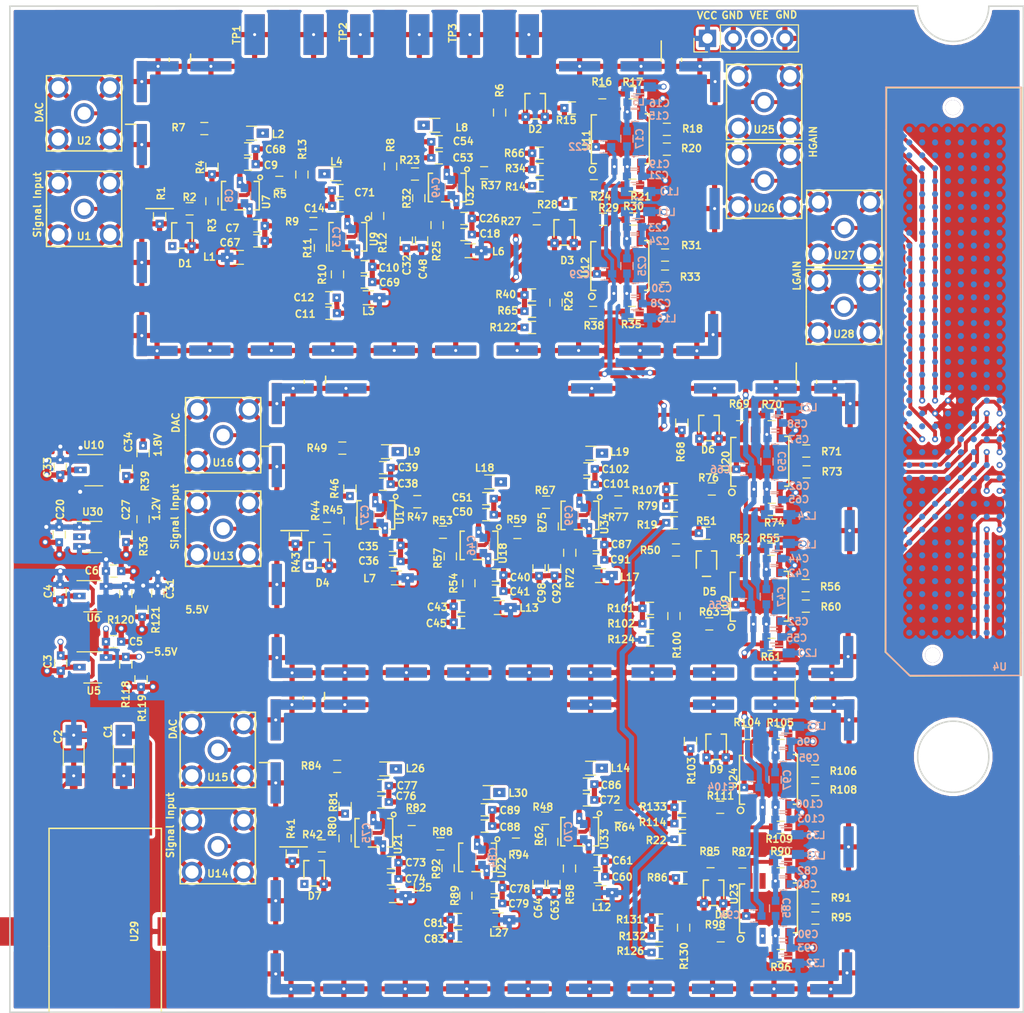
<source format=kicad_pcb>
(kicad_pcb (version 20171130) (host pcbnew "(5.1.5-0-10_14)")
  (layers (0 F.Cu signal) (1 Inner1 signal) (2 Inner2 power) (31 B.Cu signal) (34 B.Paste user) (35 F.Paste user) (36 B.SilkS user) (37 F.SilkS user) (38 B.Mask user) (39 F.Mask user) (44 Edge.Cuts user))
  (net 0 "")
  (net 1 Earth)
  (net 2 "Net-(C10-Pad2)")
  (net 3 5V)
  (net 4 -5V)
  (net 5 "Net-(R14-Pad1)")
  (net 6 "Net-(R35-Pad1)")
  (net 7 "Net-(R17-Pad1)")
  (net 8 "Net-(C1-Pad1)")
  (net 9 "Net-(C2-Pad2)")
  (net 10 "Net-(C11-Pad2)")
  (net 11 "Net-(C15-Pad2)")
  (net 12 "Net-(C23-Pad2)")
  (net 13 /Amp1/Sig_in)
  (net 14 "Net-(D3-Pad3)")
  (net 15 "Net-(R16-Pad1)")
  (net 16 "Net-(R21-Pad1)")
  (net 17 "Net-(R30-Pad1)")
  (net 18 "Net-(C13-Pad1)")
  (net 19 "Net-(C17-Pad1)")
  (net 20 "Net-(C27-Pad1)")
  (net 21 RFMC_ADC_00_P)
  (net 22 RFMC_ADC_00_N)
  (net 23 RFMC_ADC_02_P)
  (net 24 RFMC_ADC_02_N)
  (net 25 "Net-(R2-Pad1)")
  (net 26 "Net-(R3-Pad1)")
  (net 27 "Net-(R9-Pad1)")
  (net 28 "Net-(R10-Pad2)")
  (net 29 "Net-(R11-Pad1)")
  (net 30 "Net-(R20-Pad2)")
  (net 31 "Net-(R33-Pad2)")
  (net 32 UTIL_3V3)
  (net 33 /Amp1/DAC_input)
  (net 34 /Amp1/TP1)
  (net 35 /Amp1/TP2)
  (net 36 "Net-(C67-Pad2)")
  (net 37 "Net-(C68-Pad2)")
  (net 38 "Net-(C70-Pad1)")
  (net 39 "Net-(R4-Pad2)")
  (net 40 "Net-(R8-Pad2)")
  (net 41 "Net-(R13-Pad2)")
  (net 42 "Net-(C25-Pad1)")
  (net 43 "Net-(C34-Pad1)")
  (net 44 "Net-(C35-Pad2)")
  (net 45 "Net-(C37-Pad1)")
  (net 46 "Net-(C40-Pad2)")
  (net 47 "Net-(C42-Pad2)")
  (net 48 "Net-(C43-Pad2)")
  (net 49 "Net-(C46-Pad1)")
  (net 50 "Net-(C47-Pad1)")
  (net 51 "Net-(C57-Pad2)")
  (net 52 "Net-(C59-Pad1)")
  (net 53 "Net-(C60-Pad2)")
  (net 54 /sheet5EE0D7D6/Sig_in)
  (net 55 "Net-(D5-Pad3)")
  (net 56 /sheet5EE0D7D6/TP2)
  (net 57 /sheet5EE0D7D6/TP1)
  (net 58 "Net-(R44-Pad1)")
  (net 59 "Net-(R45-Pad1)")
  (net 60 "Net-(R46-Pad2)")
  (net 61 /sheet5EE0D7D6/DAC_input)
  (net 62 "Net-(R53-Pad1)")
  (net 63 "Net-(R54-Pad2)")
  (net 64 "Net-(R55-Pad1)")
  (net 65 "Net-(R57-Pad1)")
  (net 66 "Net-(R60-Pad2)")
  (net 67 "Net-(R61-Pad1)")
  (net 68 "Net-(R69-Pad1)")
  (net 69 "Net-(R70-Pad1)")
  (net 70 "Net-(R73-Pad2)")
  (net 71 "Net-(R74-Pad1)")
  (net 72 "Net-(C73-Pad2)")
  (net 73 "Net-(C75-Pad1)")
  (net 74 "Net-(C78-Pad2)")
  (net 75 "Net-(C80-Pad2)")
  (net 76 "Net-(C81-Pad2)")
  (net 77 "Net-(C84-Pad1)")
  (net 78 "Net-(C85-Pad1)")
  (net 79 "Net-(C95-Pad2)")
  (net 80 "Net-(C100-Pad2)")
  (net 81 /sheet5F00471B/Sig_in)
  (net 82 "Net-(D8-Pad3)")
  (net 83 /sheet5F00471B/TP2)
  (net 84 "Net-(R42-Pad1)")
  (net 85 "Net-(R80-Pad1)")
  (net 86 "Net-(R81-Pad2)")
  (net 87 /sheet5F00471B/TP1)
  (net 88 /sheet5F00471B/DAC_input)
  (net 89 "Net-(R88-Pad1)")
  (net 90 "Net-(R89-Pad2)")
  (net 91 "Net-(R90-Pad1)")
  (net 92 "Net-(R92-Pad1)")
  (net 93 "Net-(R95-Pad2)")
  (net 94 "Net-(R96-Pad1)")
  (net 95 "Net-(R104-Pad1)")
  (net 96 "Net-(R105-Pad1)")
  (net 97 "Net-(R108-Pad2)")
  (net 98 "Net-(R109-Pad1)")
  (net 99 1.2V)
  (net 100 1.8V)
  (net 101 "Net-(R111-Pad2)")
  (net 102 "Net-(C31-Pad1)")
  (net 103 "Net-(R26-Pad1)")
  (net 104 "Net-(R29-Pad1)")
  (net 105 "Net-(R52-Pad1)")
  (net 106 "Net-(R100-Pad2)")
  (net 107 "Net-(R107-Pad2)")
  (net 108 "Net-(R87-Pad1)")
  (net 109 "Net-(R100-Pad1)")
  (net 110 "Net-(R118-Pad2)")
  (net 111 "Net-(R130-Pad1)")
  (net 112 VCC1V8_Bus)
  (net 113 "Net-(R122-Pad1)")
  (net 114 "Net-(R126-Pad1)")
  (net 115 "Net-(C18-Pad2)")
  (net 116 "Net-(C32-Pad2)")
  (net 117 "Net-(C49-Pad1)")
  (net 118 "Net-(C63-Pad2)")
  (net 119 "Net-(C87-Pad2)")
  (net 120 "Net-(C92-Pad2)")
  (net 121 "Net-(C101-Pad2)")
  (net 122 /Amp1/TP3)
  (net 123 /sheet5EE0D7D6/TP3)
  (net 124 /sheet5F00471B/TP3)
  (net 125 "Net-(R6-Pad2)")
  (net 126 "Net-(R23-Pad1)")
  (net 127 "Net-(R25-Pad2)")
  (net 128 "Net-(R32-Pad1)")
  (net 129 "Net-(R48-Pad1)")
  (net 130 "Net-(R58-Pad2)")
  (net 131 "Net-(R62-Pad1)")
  (net 132 "Net-(R67-Pad1)")
  (net 133 "Net-(R72-Pad2)")
  (net 134 "Net-(R75-Pad1)")
  (net 135 RFMC_ADC_07_P)
  (net 136 RFMC_ADC_07_N)
  (net 137 RFMC_ADC_06_P)
  (net 138 RFMC_ADC_06_N)
  (net 139 RFMC_ADC_05_P)
  (net 140 RFMC_ADC_05_N)
  (net 141 RFMC_ADC_04_P)
  (net 142 RFMC_ADC_04_N)
  (module MyFootprints:RB706D (layer F.Cu) (at 89.625 161.7)
    (fp_text reference D9 (at 0.025 3.575) (layer F.SilkS) (effects (font (size 0.7 0.7))))
    (fp_text value RB706D)
    (pad 3 smd rect (at 0 0) (size 0.8 0.8) (layers F.Cu F.Paste F.Mask) (net 124 /sheet5F00471B/TP3))
    (pad 2 thru_hole rect (at -0.95 2.4) (size 0.8 0.8) (drill 0.3) (layers *.Cu *.Mask) (net 1 Earth))
    (pad 1 thru_hole rect (at 0.95 2.4) (size 0.8 0.8) (drill 0.3) (layers *.Cu *.Mask) (net 1 Earth))
  )
  (module "MyFootprints:RF SHIELD 1.094 X 2.23 SMD" (layer F.Cu) (at 32.625 95.575)
    (fp_text reference P2 hide)
    (fp_text value CONN_01X01)
    (pad 1 thru_hole rect (at 49.515 28.47) (size 4.04 1) (drill 0.3) (layers *.Cu *.Mask) (net 1 Earth))
    (pad 1 thru_hole rect (at 43.47 28.47) (size 4.04 1) (drill 0.3) (layers *.Cu *.Mask) (net 1 Earth))
    (pad 1 thru_hole rect (at 37.425 28.47) (size 4.04 1) (drill 0.3) (layers *.Cu *.Mask) (net 1 Earth))
    (pad 1 thru_hole rect (at 31.38 28.47) (size 4.04 1) (drill 0.3) (layers *.Cu *.Mask) (net 1 Earth))
    (pad 1 thru_hole rect (at 25.335 28.47) (size 4.04 1) (drill 0.3) (layers *.Cu *.Mask) (net 1 Earth))
    (pad 1 thru_hole rect (at 19.29 28.47) (size 4.04 1) (drill 0.3) (layers *.Cu *.Mask) (net 1 Earth))
    (pad 1 thru_hole rect (at 13.245 28.47) (size 4.04 1) (drill 0.3) (layers *.Cu *.Mask) (net 1 Earth))
    (pad 1 thru_hole rect (at 7.2 28.47) (size 4.04 1) (drill 0.3) (layers *.Cu *.Mask) (net 1 Earth))
    (pad 1 thru_hole rect (at 49.615 0.5) (size 4.04 1) (drill 0.3) (layers *.Cu *.Mask) (net 1 Earth))
    (pad 1 thru_hole rect (at 43.57 0.5) (size 4.04 1) (drill 0.3) (layers *.Cu *.Mask) (net 1 Earth))
    (pad 1 thru_hole rect (at 0.5 19.8 270) (size 4.04 1) (drill 0.3) (layers *.Cu *.Mask) (net 1 Earth))
    (pad 1 thru_hole rect (at 56.85 14.5 270) (size 4.04 1) (drill 0.3) (layers *.Cu *.Mask) (net 1 Earth))
    (pad 1 thru_hole rect (at 55.4 0.5) (size 4.04 1) (drill 0.3) (layers *.Cu *.Mask) (net 1 Earth))
    (pad 1 thru_hole rect (at 56.9 2 90) (size 4.04 1) (drill 0.3) (layers *.Cu *.Mask) (net 1 Earth))
    (pad 1 thru_hole rect (at 55.1 28.5) (size 4.04 1) (drill 0.3) (layers *.Cu *.Mask) (net 1 Earth))
    (pad 1 thru_hole rect (at 56.7 26.9 270) (size 4.04 1) (drill 0.3) (layers *.Cu *.Mask) (net 1 Earth))
    (pad 1 thru_hole rect (at 0.5 27 90) (size 4.04 1) (drill 0.3) (layers *.Cu *.Mask) (net 1 Earth))
    (pad 1 thru_hole rect (at 2 28.5) (size 4.04 1) (drill 0.3) (layers *.Cu *.Mask) (net 1 Earth))
    (pad 1 thru_hole rect (at 2.1 0.5) (size 4.04 1) (drill 0.3) (layers *.Cu *.Mask) (net 1 Earth))
    (pad 1 thru_hole rect (at 0.5 2 270) (size 4.04 1) (drill 0.3) (layers *.Cu *.Mask) (net 1 Earth))
    (pad 1 thru_hole rect (at 0.5 8.2 270) (size 4.04 1) (drill 0.3) (layers *.Cu *.Mask) (net 1 Earth))
    (pad 1 thru_hole rect (at 7.3 0.5) (size 4.04 1) (drill 0.3) (layers *.Cu *.Mask) (net 1 Earth))
  )
  (module MyFootprints:Ethernet (layer F.Cu) (at 29.5 181.225 90)
    (fp_text reference U29 (at 0 2.9 90) (layer F.SilkS) (effects (font (size 0.7 0.7))))
    (fp_text value Ethernet)
    (pad 8 smd rect (at 11.2 4.26501 90) (size 3.5 0.75) (layers F.Cu F.Paste F.Mask) (net 8 "Net-(C1-Pad1)"))
    (pad 7 smd rect (at 11.2 3.04858 90) (size 3.5 0.75) (layers F.Cu F.Paste F.Mask) (net 1 Earth))
    (pad 6 smd rect (at 11.2 1.83215 90) (size 3.5 0.75) (layers F.Cu F.Paste F.Mask) (net 1 Earth))
    (pad 5 smd rect (at 11.2 0.61572 90) (size 3.5 0.75) (layers F.Cu F.Paste F.Mask) (net 1 Earth))
    (pad 4 smd rect (at 11.2 -0.60071 90) (size 3.5 0.75) (layers F.Cu F.Paste F.Mask) (net 9 "Net-(C2-Pad2)"))
    (pad 3 smd rect (at 11.2 -1.81714 90) (size 3.5 0.75) (layers F.Cu F.Paste F.Mask) (net 1 Earth))
    (pad 2 smd rect (at 11.2 -3.03357 90) (size 3.5 0.75) (layers F.Cu F.Paste F.Mask) (net 1 Earth))
    (pad 1 smd rect (at 11.2 -4.25 90) (size 3.5 0.75) (layers F.Cu F.Paste F.Mask) (net 1 Earth))
    (pad 0 smd rect (at 0 -7.75 90) (size 2.8 5.15) (layers F.Cu F.Paste F.Mask) (net 1 Earth))
    (pad 0 smd rect (at 0 7.75 90) (size 2.8 5.15) (layers F.Cu F.Paste F.Mask) (net 1 Earth))
  )
  (module MyFootprints:LPAM (layer B.Cu) (at 108.625 151.825)
    (fp_text reference U4 (at 8.9 3.35) (layer B.SilkS) (effects (font (size 0.7 0.7)) (justify mirror)))
    (fp_text value LPAM)
    (pad 41 thru_hole circle (at 2.3 2.2) (size 1.48 1.48) (drill 1.48) (layers *.Cu *.Mask))
    (pad 41 thru_hole circle (at 4.3 -51.7) (size 1.48 1.48) (drill 1.48) (layers *.Cu *.Mask))
    (pad H40 smd circle (at 8.89 -49.53) (size 0.6 0.6) (layers B.Cu B.Paste B.Mask))
    (pad G40 smd circle (at 7.62 -49.53) (size 0.6 0.6) (layers B.Cu B.Paste B.Mask))
    (pad F40 smd circle (at 6.35 -49.53) (size 0.6 0.6) (layers B.Cu B.Paste B.Mask))
    (pad E40 smd circle (at 5.08 -49.53) (size 0.6 0.6) (layers B.Cu B.Paste B.Mask))
    (pad D40 smd circle (at 3.81 -49.53) (size 0.6 0.6) (layers B.Cu B.Paste B.Mask))
    (pad C40 smd circle (at 2.54 -49.53) (size 0.6 0.6) (layers B.Cu B.Paste B.Mask))
    (pad B40 smd circle (at 1.27 -49.53) (size 0.6 0.6) (layers B.Cu B.Paste B.Mask))
    (pad A40 smd circle (at 0 -49.53) (size 0.6 0.6) (layers B.Cu B.Paste B.Mask))
    (pad H39 smd circle (at 8.89 -48.26) (size 0.6 0.6) (layers B.Cu B.Paste B.Mask))
    (pad G39 smd circle (at 7.62 -48.26) (size 0.6 0.6) (layers B.Cu B.Paste B.Mask))
    (pad F39 smd circle (at 6.35 -48.26) (size 0.6 0.6) (layers B.Cu B.Paste B.Mask))
    (pad E39 smd circle (at 5.08 -48.26) (size 0.6 0.6) (layers B.Cu B.Paste B.Mask))
    (pad D39 smd circle (at 3.81 -48.26) (size 0.6 0.6) (layers B.Cu B.Paste B.Mask))
    (pad C39 smd circle (at 2.54 -48.26) (size 0.6 0.6) (layers B.Cu B.Paste B.Mask))
    (pad B39 smd circle (at 1.27 -48.26) (size 0.6 0.6) (layers B.Cu B.Paste B.Mask))
    (pad A39 smd circle (at 0 -48.26) (size 0.6 0.6) (layers B.Cu B.Paste B.Mask))
    (pad H38 smd circle (at 8.89 -46.99) (size 0.6 0.6) (layers B.Cu B.Paste B.Mask))
    (pad G38 smd circle (at 7.62 -46.99) (size 0.6 0.6) (layers B.Cu B.Paste B.Mask))
    (pad F38 smd circle (at 6.35 -46.99) (size 0.6 0.6) (layers B.Cu B.Paste B.Mask))
    (pad E38 smd circle (at 5.08 -46.99) (size 0.6 0.6) (layers B.Cu B.Paste B.Mask))
    (pad D38 smd circle (at 3.81 -46.99) (size 0.6 0.6) (layers B.Cu B.Paste B.Mask))
    (pad C38 smd circle (at 2.54 -46.99) (size 0.6 0.6) (layers B.Cu B.Paste B.Mask))
    (pad B38 smd circle (at 1.27 -46.99) (size 0.6 0.6) (layers B.Cu B.Paste B.Mask))
    (pad A38 smd circle (at 0 -46.99) (size 0.6 0.6) (layers B.Cu B.Paste B.Mask))
    (pad H37 smd circle (at 8.89 -45.72) (size 0.6 0.6) (layers B.Cu B.Paste B.Mask))
    (pad G37 smd circle (at 7.62 -45.72) (size 0.6 0.6) (layers B.Cu B.Paste B.Mask))
    (pad F37 smd circle (at 6.35 -45.72) (size 0.6 0.6) (layers B.Cu B.Paste B.Mask))
    (pad E37 smd circle (at 5.08 -45.72) (size 0.6 0.6) (layers B.Cu B.Paste B.Mask))
    (pad D37 smd circle (at 3.81 -45.72) (size 0.6 0.6) (layers B.Cu B.Paste B.Mask))
    (pad C37 smd circle (at 2.54 -45.72) (size 0.6 0.6) (layers B.Cu B.Paste B.Mask))
    (pad B37 smd circle (at 1.27 -45.72) (size 0.6 0.6) (layers B.Cu B.Paste B.Mask))
    (pad A37 smd circle (at 0 -45.72) (size 0.6 0.6) (layers B.Cu B.Paste B.Mask))
    (pad H36 smd circle (at 8.89 -44.45) (size 0.6 0.6) (layers B.Cu B.Paste B.Mask))
    (pad G36 smd circle (at 7.62 -44.45) (size 0.6 0.6) (layers B.Cu B.Paste B.Mask))
    (pad F36 smd circle (at 6.35 -44.45) (size 0.6 0.6) (layers B.Cu B.Paste B.Mask))
    (pad E36 smd circle (at 5.08 -44.45) (size 0.6 0.6) (layers B.Cu B.Paste B.Mask))
    (pad D36 smd circle (at 3.81 -44.45) (size 0.6 0.6) (layers B.Cu B.Paste B.Mask))
    (pad C36 smd circle (at 2.54 -44.45) (size 0.6 0.6) (layers B.Cu B.Paste B.Mask))
    (pad B36 smd circle (at 1.27 -44.45) (size 0.6 0.6) (layers B.Cu B.Paste B.Mask))
    (pad A36 smd circle (at 0 -44.45) (size 0.6 0.6) (layers B.Cu B.Paste B.Mask))
    (pad H35 smd circle (at 8.89 -43.18) (size 0.6 0.6) (layers B.Cu B.Paste B.Mask))
    (pad G35 smd circle (at 7.62 -43.18) (size 0.6 0.6) (layers B.Cu B.Paste B.Mask))
    (pad F35 smd circle (at 6.35 -43.18) (size 0.6 0.6) (layers B.Cu B.Paste B.Mask))
    (pad E35 smd circle (at 5.08 -43.18) (size 0.6 0.6) (layers B.Cu B.Paste B.Mask))
    (pad D35 smd circle (at 3.81 -43.18) (size 0.6 0.6) (layers B.Cu B.Paste B.Mask))
    (pad C35 smd circle (at 2.54 -43.18) (size 0.6 0.6) (layers B.Cu B.Paste B.Mask))
    (pad B35 smd circle (at 1.27 -43.18) (size 0.6 0.6) (layers B.Cu B.Paste B.Mask))
    (pad A35 smd circle (at 0 -43.18) (size 0.6 0.6) (layers B.Cu B.Paste B.Mask))
    (pad H34 smd circle (at 8.89 -41.91) (size 0.6 0.6) (layers B.Cu B.Paste B.Mask))
    (pad G34 smd circle (at 7.62 -41.91) (size 0.6 0.6) (layers B.Cu B.Paste B.Mask))
    (pad F34 smd circle (at 6.35 -41.91) (size 0.6 0.6) (layers B.Cu B.Paste B.Mask))
    (pad E34 smd circle (at 5.08 -41.91) (size 0.6 0.6) (layers B.Cu B.Paste B.Mask))
    (pad D34 smd circle (at 3.81 -41.91) (size 0.6 0.6) (layers B.Cu B.Paste B.Mask))
    (pad C34 smd circle (at 2.54 -41.91) (size 0.6 0.6) (layers B.Cu B.Paste B.Mask))
    (pad B34 smd circle (at 1.27 -41.91) (size 0.6 0.6) (layers B.Cu B.Paste B.Mask))
    (pad A34 smd circle (at 0 -41.91) (size 0.6 0.6) (layers B.Cu B.Paste B.Mask))
    (pad H33 smd circle (at 8.89 -40.64) (size 0.6 0.6) (layers B.Cu B.Paste B.Mask))
    (pad G33 smd circle (at 7.62 -40.64) (size 0.6 0.6) (layers B.Cu B.Paste B.Mask))
    (pad F33 smd circle (at 6.35 -40.64) (size 0.6 0.6) (layers B.Cu B.Paste B.Mask))
    (pad E33 smd circle (at 5.08 -40.64) (size 0.6 0.6) (layers B.Cu B.Paste B.Mask))
    (pad D33 smd circle (at 3.81 -40.64) (size 0.6 0.6) (layers B.Cu B.Paste B.Mask))
    (pad C33 smd circle (at 2.54 -40.64) (size 0.6 0.6) (layers B.Cu B.Paste B.Mask))
    (pad B33 smd circle (at 1.27 -40.64) (size 0.6 0.6) (layers B.Cu B.Paste B.Mask))
    (pad A33 smd circle (at 0 -40.64) (size 0.6 0.6) (layers B.Cu B.Paste B.Mask))
    (pad H32 smd circle (at 8.89 -39.37) (size 0.6 0.6) (layers B.Cu B.Paste B.Mask))
    (pad G32 smd circle (at 7.62 -39.37) (size 0.6 0.6) (layers B.Cu B.Paste B.Mask))
    (pad F32 smd circle (at 6.35 -39.37) (size 0.6 0.6) (layers B.Cu B.Paste B.Mask))
    (pad E32 smd circle (at 5.08 -39.37) (size 0.6 0.6) (layers B.Cu B.Paste B.Mask))
    (pad D32 smd circle (at 3.81 -39.37) (size 0.6 0.6) (layers B.Cu B.Paste B.Mask))
    (pad C32 smd circle (at 2.54 -39.37) (size 0.6 0.6) (layers B.Cu B.Paste B.Mask))
    (pad B32 smd circle (at 1.27 -39.37) (size 0.6 0.6) (layers B.Cu B.Paste B.Mask))
    (pad A32 smd circle (at 0 -39.37) (size 0.6 0.6) (layers B.Cu B.Paste B.Mask))
    (pad H31 smd circle (at 8.89 -38.1) (size 0.6 0.6) (layers B.Cu B.Paste B.Mask))
    (pad G31 smd circle (at 7.62 -38.1) (size 0.6 0.6) (layers B.Cu B.Paste B.Mask))
    (pad F31 smd circle (at 6.35 -38.1) (size 0.6 0.6) (layers B.Cu B.Paste B.Mask))
    (pad E31 smd circle (at 5.08 -38.1) (size 0.6 0.6) (layers B.Cu B.Paste B.Mask))
    (pad D31 smd circle (at 3.81 -38.1) (size 0.6 0.6) (layers B.Cu B.Paste B.Mask))
    (pad C31 smd circle (at 2.54 -38.1) (size 0.6 0.6) (layers B.Cu B.Paste B.Mask))
    (pad B31 smd circle (at 1.27 -38.1) (size 0.6 0.6) (layers B.Cu B.Paste B.Mask))
    (pad A31 smd circle (at 0 -38.1) (size 0.6 0.6) (layers B.Cu B.Paste B.Mask))
    (pad H30 smd circle (at 8.89 -36.83) (size 0.6 0.6) (layers B.Cu B.Paste B.Mask))
    (pad G30 smd circle (at 7.62 -36.83) (size 0.6 0.6) (layers B.Cu B.Paste B.Mask))
    (pad F30 smd circle (at 6.35 -36.83) (size 0.6 0.6) (layers B.Cu B.Paste B.Mask))
    (pad E30 smd circle (at 5.08 -36.83) (size 0.6 0.6) (layers B.Cu B.Paste B.Mask))
    (pad D30 smd circle (at 3.81 -36.83) (size 0.6 0.6) (layers B.Cu B.Paste B.Mask))
    (pad C30 smd circle (at 2.54 -36.83) (size 0.6 0.6) (layers B.Cu B.Paste B.Mask))
    (pad B30 smd circle (at 1.27 -36.83) (size 0.6 0.6) (layers B.Cu B.Paste B.Mask))
    (pad A30 smd circle (at 0 -36.83) (size 0.6 0.6) (layers B.Cu B.Paste B.Mask))
    (pad H29 smd circle (at 8.89 -35.56) (size 0.6 0.6) (layers B.Cu B.Paste B.Mask))
    (pad G29 smd circle (at 7.62 -35.56) (size 0.6 0.6) (layers B.Cu B.Paste B.Mask))
    (pad F29 smd circle (at 6.35 -35.56) (size 0.6 0.6) (layers B.Cu B.Paste B.Mask))
    (pad E29 smd circle (at 5.08 -35.56) (size 0.6 0.6) (layers B.Cu B.Paste B.Mask))
    (pad D29 smd circle (at 3.81 -35.56) (size 0.6 0.6) (layers B.Cu B.Paste B.Mask))
    (pad C29 smd circle (at 2.54 -35.56) (size 0.6 0.6) (layers B.Cu B.Paste B.Mask))
    (pad B29 smd circle (at 1.27 -35.56) (size 0.6 0.6) (layers B.Cu B.Paste B.Mask))
    (pad A29 smd circle (at 0 -35.56) (size 0.6 0.6) (layers B.Cu B.Paste B.Mask))
    (pad H28 smd circle (at 8.89 -34.29) (size 0.6 0.6) (layers B.Cu B.Paste B.Mask))
    (pad G28 smd circle (at 7.62 -34.29) (size 0.6 0.6) (layers B.Cu B.Paste B.Mask))
    (pad F28 smd circle (at 6.35 -34.29) (size 0.6 0.6) (layers B.Cu B.Paste B.Mask))
    (pad E28 smd circle (at 5.08 -34.29) (size 0.6 0.6) (layers B.Cu B.Paste B.Mask))
    (pad D28 smd circle (at 3.81 -34.29) (size 0.6 0.6) (layers B.Cu B.Paste B.Mask))
    (pad C28 smd circle (at 2.54 -34.29) (size 0.6 0.6) (layers B.Cu B.Paste B.Mask))
    (pad B28 smd circle (at 1.27 -34.29) (size 0.6 0.6) (layers B.Cu B.Paste B.Mask))
    (pad A28 smd circle (at 0 -34.29) (size 0.6 0.6) (layers B.Cu B.Paste B.Mask))
    (pad H27 smd circle (at 8.89 -33.02) (size 0.6 0.6) (layers B.Cu B.Paste B.Mask))
    (pad G27 smd circle (at 7.62 -33.02) (size 0.6 0.6) (layers B.Cu B.Paste B.Mask))
    (pad F27 smd circle (at 6.35 -33.02) (size 0.6 0.6) (layers B.Cu B.Paste B.Mask))
    (pad E27 smd circle (at 5.08 -33.02) (size 0.6 0.6) (layers B.Cu B.Paste B.Mask))
    (pad D27 smd circle (at 3.81 -33.02) (size 0.6 0.6) (layers B.Cu B.Paste B.Mask))
    (pad C27 smd circle (at 2.54 -33.02) (size 0.6 0.6) (layers B.Cu B.Paste B.Mask))
    (pad B27 smd circle (at 1.27 -33.02) (size 0.6 0.6) (layers B.Cu B.Paste B.Mask))
    (pad A27 smd circle (at 0 -33.02) (size 0.6 0.6) (layers B.Cu B.Paste B.Mask))
    (pad H26 smd circle (at 8.89 -31.75) (size 0.6 0.6) (layers B.Cu B.Paste B.Mask))
    (pad G26 smd circle (at 7.62 -31.75) (size 0.6 0.6) (layers B.Cu B.Paste B.Mask))
    (pad F26 smd circle (at 6.35 -31.75) (size 0.6 0.6) (layers B.Cu B.Paste B.Mask))
    (pad E26 smd circle (at 5.08 -31.75) (size 0.6 0.6) (layers B.Cu B.Paste B.Mask))
    (pad D26 smd circle (at 3.81 -31.75) (size 0.6 0.6) (layers B.Cu B.Paste B.Mask))
    (pad C26 smd circle (at 2.54 -31.75) (size 0.6 0.6) (layers B.Cu B.Paste B.Mask))
    (pad B26 smd circle (at 1.27 -31.75) (size 0.6 0.6) (layers B.Cu B.Paste B.Mask))
    (pad A26 smd circle (at 0 -31.75) (size 0.6 0.6) (layers B.Cu B.Paste B.Mask))
    (pad H25 smd circle (at 8.89 -30.48) (size 0.6 0.6) (layers B.Cu B.Paste B.Mask))
    (pad G25 smd circle (at 7.62 -30.48) (size 0.6 0.6) (layers B.Cu B.Paste B.Mask))
    (pad F25 smd circle (at 6.35 -30.48) (size 0.6 0.6) (layers B.Cu B.Paste B.Mask))
    (pad E25 smd circle (at 5.08 -30.48) (size 0.6 0.6) (layers B.Cu B.Paste B.Mask))
    (pad D25 smd circle (at 3.81 -30.48) (size 0.6 0.6) (layers B.Cu B.Paste B.Mask))
    (pad C25 smd circle (at 2.54 -30.48) (size 0.6 0.6) (layers B.Cu B.Paste B.Mask))
    (pad B25 smd circle (at 1.27 -30.48) (size 0.6 0.6) (layers B.Cu B.Paste B.Mask))
    (pad A25 smd circle (at 0 -30.48) (size 0.6 0.6) (layers B.Cu B.Paste B.Mask))
    (pad H24 smd circle (at 8.89 -29.21) (size 0.6 0.6) (layers B.Cu B.Paste B.Mask))
    (pad G24 smd circle (at 7.62 -29.21) (size 0.6 0.6) (layers B.Cu B.Paste B.Mask))
    (pad F24 smd circle (at 6.35 -29.21) (size 0.6 0.6) (layers B.Cu B.Paste B.Mask))
    (pad E24 smd circle (at 5.08 -29.21) (size 0.6 0.6) (layers B.Cu B.Paste B.Mask))
    (pad D24 smd circle (at 3.81 -29.21) (size 0.6 0.6) (layers B.Cu B.Paste B.Mask))
    (pad C24 smd circle (at 2.54 -29.21) (size 0.6 0.6) (layers B.Cu B.Paste B.Mask))
    (pad B24 smd circle (at 1.27 -29.21) (size 0.6 0.6) (layers B.Cu B.Paste B.Mask))
    (pad A24 smd circle (at 0 -29.21) (size 0.6 0.6) (layers B.Cu B.Paste B.Mask))
    (pad H23 smd circle (at 8.89 -27.94) (size 0.6 0.6) (layers B.Cu B.Paste B.Mask))
    (pad G23 smd circle (at 7.62 -27.94) (size 0.6 0.6) (layers B.Cu B.Paste B.Mask))
    (pad F23 smd circle (at 6.35 -27.94) (size 0.6 0.6) (layers B.Cu B.Paste B.Mask))
    (pad E23 smd circle (at 5.08 -27.94) (size 0.6 0.6) (layers B.Cu B.Paste B.Mask))
    (pad D23 smd circle (at 3.81 -27.94) (size 0.6 0.6) (layers B.Cu B.Paste B.Mask))
    (pad C23 smd circle (at 2.54 -27.94) (size 0.6 0.6) (layers B.Cu B.Paste B.Mask))
    (pad B23 smd circle (at 1.27 -27.94) (size 0.6 0.6) (layers B.Cu B.Paste B.Mask))
    (pad A23 smd circle (at 0 -27.94) (size 0.6 0.6) (layers B.Cu B.Paste B.Mask))
    (pad H22 smd circle (at 8.89 -26.67) (size 0.6 0.6) (layers B.Cu B.Paste B.Mask))
    (pad G22 smd circle (at 7.62 -26.67) (size 0.6 0.6) (layers B.Cu B.Paste B.Mask))
    (pad F22 smd circle (at 6.35 -26.67) (size 0.6 0.6) (layers B.Cu B.Paste B.Mask))
    (pad E22 smd circle (at 5.08 -26.67) (size 0.6 0.6) (layers B.Cu B.Paste B.Mask))
    (pad D22 smd circle (at 3.81 -26.67) (size 0.6 0.6) (layers B.Cu B.Paste B.Mask))
    (pad C22 smd circle (at 2.54 -26.67) (size 0.6 0.6) (layers B.Cu B.Paste B.Mask))
    (pad B22 smd circle (at 1.27 -26.67) (size 0.6 0.6) (layers B.Cu B.Paste B.Mask))
    (pad A22 smd circle (at 0 -26.67) (size 0.6 0.6) (layers B.Cu B.Paste B.Mask))
    (pad H21 smd circle (at 8.89 -25.4) (size 0.6 0.6) (layers B.Cu B.Paste B.Mask))
    (pad G21 smd circle (at 7.62 -25.4) (size 0.6 0.6) (layers B.Cu B.Paste B.Mask))
    (pad F21 smd circle (at 6.35 -25.4) (size 0.6 0.6) (layers B.Cu B.Paste B.Mask))
    (pad E21 smd circle (at 5.08 -25.4) (size 0.6 0.6) (layers B.Cu B.Paste B.Mask))
    (pad D21 smd circle (at 3.81 -25.4) (size 0.6 0.6) (layers B.Cu B.Paste B.Mask))
    (pad C21 smd circle (at 2.54 -25.4) (size 0.6 0.6) (layers B.Cu B.Paste B.Mask))
    (pad B21 smd circle (at 1.27 -25.4) (size 0.6 0.6) (layers B.Cu B.Paste B.Mask))
    (pad A21 smd circle (at 0 -25.4) (size 0.6 0.6) (layers B.Cu B.Paste B.Mask) (net 99 1.2V))
    (pad H20 smd circle (at 8.89 -24.13) (size 0.6 0.6) (layers B.Cu B.Paste B.Mask))
    (pad G20 smd circle (at 7.62 -24.13) (size 0.6 0.6) (layers B.Cu B.Paste B.Mask))
    (pad F20 smd circle (at 6.35 -24.13) (size 0.6 0.6) (layers B.Cu B.Paste B.Mask))
    (pad E20 smd circle (at 5.08 -24.13) (size 0.6 0.6) (layers B.Cu B.Paste B.Mask))
    (pad D20 smd circle (at 3.81 -24.13) (size 0.6 0.6) (layers B.Cu B.Paste B.Mask))
    (pad C20 smd circle (at 2.54 -24.13) (size 0.6 0.6) (layers B.Cu B.Paste B.Mask))
    (pad B20 smd circle (at 1.27 -24.13) (size 0.6 0.6) (layers B.Cu B.Paste B.Mask))
    (pad A20 smd circle (at 0 -24.13) (size 0.6 0.6) (layers B.Cu B.Paste B.Mask))
    (pad H19 smd circle (at 8.89 -22.86) (size 0.6 0.6) (layers B.Cu B.Paste B.Mask))
    (pad G19 smd circle (at 7.62 -22.86) (size 0.6 0.6) (layers B.Cu B.Paste B.Mask))
    (pad F19 smd circle (at 6.35 -22.86) (size 0.6 0.6) (layers B.Cu B.Paste B.Mask))
    (pad E19 smd circle (at 5.08 -22.86) (size 0.6 0.6) (layers B.Cu B.Paste B.Mask))
    (pad D19 thru_hole circle (at 3.81 -22.86) (size 0.6 0.6) (drill 0.3) (layers *.Cu *.Mask) (net 1 Earth))
    (pad C19 thru_hole circle (at 2.54 -22.86) (size 0.6 0.6) (drill 0.3) (layers *.Cu *.Mask) (net 135 RFMC_ADC_07_P))
    (pad B19 thru_hole circle (at 1.27 -22.86) (size 0.6 0.6) (drill 0.3) (layers *.Cu *.Mask) (net 136 RFMC_ADC_07_N))
    (pad A19 smd circle (at 0 -22.86) (size 0.6 0.6) (layers B.Cu B.Paste B.Mask))
    (pad H18 thru_hole circle (at 8.89 -21.59) (size 0.6 0.6) (drill 0.3) (layers *.Cu *.Mask) (net 137 RFMC_ADC_06_P))
    (pad G18 thru_hole circle (at 7.62 -21.59) (size 0.6 0.6) (drill 0.3) (layers *.Cu *.Mask) (net 138 RFMC_ADC_06_N))
    (pad F18 smd circle (at 6.35 -21.59) (size 0.6 0.6) (layers B.Cu B.Paste B.Mask))
    (pad E18 smd circle (at 5.08 -21.59) (size 0.6 0.6) (layers B.Cu B.Paste B.Mask))
    (pad D18 smd circle (at 3.81 -21.59) (size 0.6 0.6) (layers B.Cu B.Paste B.Mask))
    (pad C18 thru_hole circle (at 2.54 -21.59) (size 0.6 0.6) (drill 0.3) (layers *.Cu *.Mask) (net 1 Earth))
    (pad B18 smd circle (at 1.27 -21.59) (size 0.6 0.6) (layers B.Cu B.Paste B.Mask))
    (pad A18 smd circle (at 0 -21.59) (size 0.6 0.6) (layers B.Cu B.Paste B.Mask))
    (pad H17 thru_hole circle (at 8.89 -20.32) (size 0.6 0.6) (drill 0.3) (layers *.Cu *.Mask) (net 1 Earth))
    (pad G17 smd circle (at 7.62 -20.32) (size 0.6 0.6) (layers B.Cu B.Paste B.Mask))
    (pad F17 smd circle (at 6.35 -20.32) (size 0.6 0.6) (layers B.Cu B.Paste B.Mask))
    (pad E17 smd circle (at 5.08 -20.32) (size 0.6 0.6) (layers B.Cu B.Paste B.Mask))
    (pad D17 smd circle (at 3.81 -20.32) (size 0.6 0.6) (layers B.Cu B.Paste B.Mask))
    (pad C17 smd circle (at 2.54 -20.32) (size 0.6 0.6) (layers B.Cu B.Paste B.Mask))
    (pad B17 smd circle (at 1.27 -20.32) (size 0.6 0.6) (layers B.Cu B.Paste B.Mask))
    (pad A17 smd circle (at 0 -20.32) (size 0.6 0.6) (layers B.Cu B.Paste B.Mask))
    (pad H16 smd circle (at 8.89 -19.05) (size 0.6 0.6) (layers B.Cu B.Paste B.Mask))
    (pad G16 smd circle (at 7.62 -19.05) (size 0.6 0.6) (layers B.Cu B.Paste B.Mask))
    (pad F16 smd circle (at 6.35 -19.05) (size 0.6 0.6) (layers B.Cu B.Paste B.Mask))
    (pad E16 smd circle (at 5.08 -19.05) (size 0.6 0.6) (layers B.Cu B.Paste B.Mask))
    (pad D16 smd circle (at 3.81 -19.05) (size 0.6 0.6) (layers B.Cu B.Paste B.Mask))
    (pad C16 thru_hole circle (at 2.54 -19.05) (size 0.6 0.6) (drill 0.3) (layers *.Cu *.Mask) (net 139 RFMC_ADC_05_P))
    (pad B16 thru_hole circle (at 1.27 -19.05) (size 0.6 0.6) (drill 0.3) (layers *.Cu *.Mask) (net 140 RFMC_ADC_05_N))
    (pad A16 smd circle (at 0 -19.05) (size 0.6 0.6) (layers B.Cu B.Paste B.Mask))
    (pad H15 thru_hole circle (at 8.89 -17.78) (size 0.6 0.6) (drill 0.3) (layers *.Cu *.Mask) (net 141 RFMC_ADC_04_P))
    (pad G15 thru_hole circle (at 7.62 -17.78) (size 0.6 0.6) (drill 0.3) (layers *.Cu *.Mask) (net 142 RFMC_ADC_04_N))
    (pad F15 smd circle (at 6.35 -17.78) (size 0.6 0.6) (layers B.Cu B.Paste B.Mask))
    (pad E15 smd circle (at 5.08 -17.78) (size 0.6 0.6) (layers B.Cu B.Paste B.Mask))
    (pad D15 smd circle (at 3.81 -17.78) (size 0.6 0.6) (layers B.Cu B.Paste B.Mask))
    (pad C15 smd circle (at 2.54 -17.78) (size 0.6 0.6) (layers B.Cu B.Paste B.Mask) (net 1 Earth))
    (pad B15 smd circle (at 1.27 -17.78) (size 0.6 0.6) (layers B.Cu B.Paste B.Mask) (net 1 Earth))
    (pad A15 smd circle (at 0 -17.78) (size 0.6 0.6) (layers B.Cu B.Paste B.Mask))
    (pad H14 thru_hole circle (at 8.89 -16.51) (size 0.6 0.6) (drill 0.3) (layers *.Cu *.Mask))
    (pad G14 smd circle (at 7.62 -16.51) (size 0.6 0.6) (layers B.Cu B.Paste B.Mask))
    (pad F14 smd circle (at 6.35 -16.51) (size 0.6 0.6) (layers B.Cu B.Paste B.Mask))
    (pad E14 smd circle (at 5.08 -16.51) (size 0.6 0.6) (layers B.Cu B.Paste B.Mask))
    (pad D14 smd circle (at 3.81 -16.51) (size 0.6 0.6) (layers B.Cu B.Paste B.Mask))
    (pad C14 smd circle (at 2.54 -16.51) (size 0.6 0.6) (layers B.Cu B.Paste B.Mask))
    (pad B14 smd circle (at 1.27 -16.51) (size 0.6 0.6) (layers B.Cu B.Paste B.Mask))
    (pad A14 smd circle (at 0 -16.51) (size 0.6 0.6) (layers B.Cu B.Paste B.Mask))
    (pad H13 smd circle (at 8.89 -15.24) (size 0.6 0.6) (layers B.Cu B.Paste B.Mask))
    (pad G13 smd circle (at 7.62 -15.24) (size 0.6 0.6) (layers B.Cu B.Paste B.Mask))
    (pad F13 smd circle (at 6.35 -15.24) (size 0.6 0.6) (layers B.Cu B.Paste B.Mask))
    (pad E13 smd circle (at 5.08 -15.24) (size 0.6 0.6) (layers B.Cu B.Paste B.Mask))
    (pad D13 smd circle (at 3.81 -15.24) (size 0.6 0.6) (layers B.Cu B.Paste B.Mask))
    (pad C13 smd circle (at 2.54 -15.24) (size 0.6 0.6) (layers B.Cu B.Paste B.Mask))
    (pad B13 smd circle (at 1.27 -15.24) (size 0.6 0.6) (layers B.Cu B.Paste B.Mask))
    (pad A13 smd circle (at 0 -15.24) (size 0.6 0.6) (layers B.Cu B.Paste B.Mask))
    (pad H12 thru_hole circle (at 8.89 -13.97) (size 0.6 0.6) (drill 0.3) (layers *.Cu *.Mask) (net 23 RFMC_ADC_02_P))
    (pad G12 thru_hole circle (at 7.62 -13.97) (size 0.6 0.6) (drill 0.3) (layers *.Cu *.Mask) (net 24 RFMC_ADC_02_N))
    (pad F12 smd circle (at 6.35 -13.97) (size 0.6 0.6) (layers B.Cu B.Paste B.Mask))
    (pad E12 smd circle (at 5.08 -13.97) (size 0.6 0.6) (layers B.Cu B.Paste B.Mask))
    (pad D12 smd circle (at 3.81 -13.97) (size 0.6 0.6) (layers B.Cu B.Paste B.Mask))
    (pad C12 smd circle (at 2.54 -13.97) (size 0.6 0.6) (layers B.Cu B.Paste B.Mask))
    (pad B12 smd circle (at 1.27 -13.97) (size 0.6 0.6) (layers B.Cu B.Paste B.Mask))
    (pad A12 smd circle (at 0 -13.97) (size 0.6 0.6) (layers B.Cu B.Paste B.Mask))
    (pad H11 smd circle (at 8.89 -12.7) (size 0.6 0.6) (layers B.Cu B.Paste B.Mask))
    (pad G11 smd circle (at 7.62 -12.7) (size 0.6 0.6) (layers B.Cu B.Paste B.Mask))
    (pad F11 smd circle (at 6.35 -12.7) (size 0.6 0.6) (layers B.Cu B.Paste B.Mask))
    (pad E11 smd circle (at 5.08 -12.7) (size 0.6 0.6) (layers B.Cu B.Paste B.Mask))
    (pad D11 smd circle (at 3.81 -12.7) (size 0.6 0.6) (layers B.Cu B.Paste B.Mask))
    (pad C11 smd circle (at 2.54 -12.7) (size 0.6 0.6) (layers B.Cu B.Paste B.Mask))
    (pad B11 smd circle (at 1.27 -12.7) (size 0.6 0.6) (layers B.Cu B.Paste B.Mask))
    (pad A11 smd circle (at 0 -12.7) (size 0.6 0.6) (layers B.Cu B.Paste B.Mask))
    (pad H10 smd circle (at 8.89 -11.43) (size 0.6 0.6) (layers B.Cu B.Paste B.Mask))
    (pad G10 smd circle (at 7.62 -11.43) (size 0.6 0.6) (layers B.Cu B.Paste B.Mask))
    (pad F10 smd circle (at 6.35 -11.43) (size 0.6 0.6) (layers B.Cu B.Paste B.Mask))
    (pad E10 smd circle (at 5.08 -11.43) (size 0.6 0.6) (layers B.Cu B.Paste B.Mask))
    (pad D10 smd circle (at 3.81 -11.43) (size 0.6 0.6) (layers B.Cu B.Paste B.Mask))
    (pad C10 smd circle (at 2.54 -11.43) (size 0.6 0.6) (layers B.Cu B.Paste B.Mask))
    (pad B10 smd circle (at 1.27 -11.43) (size 0.6 0.6) (layers B.Cu B.Paste B.Mask))
    (pad A10 smd circle (at 0 -11.43) (size 0.6 0.6) (layers B.Cu B.Paste B.Mask))
    (pad H9 thru_hole circle (at 8.89 -10.16) (size 0.6 0.6) (drill 0.3) (layers *.Cu *.Mask) (net 21 RFMC_ADC_00_P))
    (pad G9 thru_hole circle (at 7.62 -10.16) (size 0.6 0.6) (drill 0.3) (layers *.Cu *.Mask) (net 22 RFMC_ADC_00_N))
    (pad F9 smd circle (at 6.35 -10.16) (size 0.6 0.6) (layers B.Cu B.Paste B.Mask))
    (pad E9 smd circle (at 5.08 -10.16) (size 0.6 0.6) (layers B.Cu B.Paste B.Mask))
    (pad D9 smd circle (at 3.81 -10.16) (size 0.6 0.6) (layers B.Cu B.Paste B.Mask))
    (pad C9 smd circle (at 2.54 -10.16) (size 0.6 0.6) (layers B.Cu B.Paste B.Mask))
    (pad B9 smd circle (at 1.27 -10.16) (size 0.6 0.6) (layers B.Cu B.Paste B.Mask))
    (pad A9 smd circle (at 0 -10.16) (size 0.6 0.6) (layers B.Cu B.Paste B.Mask))
    (pad H8 smd circle (at 8.89 -8.89) (size 0.6 0.6) (layers B.Cu B.Paste B.Mask))
    (pad G8 smd circle (at 7.62 -8.89) (size 0.6 0.6) (layers B.Cu B.Paste B.Mask))
    (pad F8 smd circle (at 6.35 -8.89) (size 0.6 0.6) (layers B.Cu B.Paste B.Mask))
    (pad E8 smd circle (at 5.08 -8.89) (size 0.6 0.6) (layers B.Cu B.Paste B.Mask))
    (pad D8 smd circle (at 3.81 -8.89) (size 0.6 0.6) (layers B.Cu B.Paste B.Mask))
    (pad C8 smd circle (at 2.54 -8.89) (size 0.6 0.6) (layers B.Cu B.Paste B.Mask))
    (pad B8 smd circle (at 1.27 -8.89) (size 0.6 0.6) (layers B.Cu B.Paste B.Mask))
    (pad A8 smd circle (at 0 -8.89) (size 0.6 0.6) (layers B.Cu B.Paste B.Mask) (net 1 Earth))
    (pad H7 smd circle (at 8.89 -7.62) (size 0.6 0.6) (layers B.Cu B.Paste B.Mask) (net 32 UTIL_3V3))
    (pad G7 smd circle (at 7.62 -7.62) (size 0.6 0.6) (layers B.Cu B.Paste B.Mask) (net 32 UTIL_3V3))
    (pad F7 smd circle (at 6.35 -7.62) (size 0.6 0.6) (layers B.Cu B.Paste B.Mask) (net 32 UTIL_3V3))
    (pad E7 smd circle (at 5.08 -7.62) (size 0.6 0.6) (layers B.Cu B.Paste B.Mask) (net 32 UTIL_3V3))
    (pad D7 smd circle (at 3.81 -7.62) (size 0.6 0.6) (layers B.Cu B.Paste B.Mask) (net 32 UTIL_3V3))
    (pad C7 smd circle (at 2.54 -7.62) (size 0.6 0.6) (layers B.Cu B.Paste B.Mask) (net 32 UTIL_3V3))
    (pad B7 smd circle (at 1.27 -7.62) (size 0.6 0.6) (layers B.Cu B.Paste B.Mask) (net 32 UTIL_3V3))
    (pad A7 smd circle (at 0 -7.62) (size 0.6 0.6) (layers B.Cu B.Paste B.Mask) (net 32 UTIL_3V3))
    (pad H6 smd circle (at 8.89 -6.35) (size 0.6 0.6) (layers B.Cu B.Paste B.Mask))
    (pad G6 smd circle (at 7.62 -6.35) (size 0.6 0.6) (layers B.Cu B.Paste B.Mask))
    (pad F6 smd circle (at 6.35 -6.35) (size 0.6 0.6) (layers B.Cu B.Paste B.Mask))
    (pad E6 smd circle (at 5.08 -6.35) (size 0.6 0.6) (layers B.Cu B.Paste B.Mask))
    (pad D6 smd circle (at 3.81 -6.35) (size 0.6 0.6) (layers B.Cu B.Paste B.Mask))
    (pad C6 smd circle (at 2.54 -6.35) (size 0.6 0.6) (layers B.Cu B.Paste B.Mask) (net 112 VCC1V8_Bus))
    (pad B6 smd circle (at 1.27 -6.35) (size 0.6 0.6) (layers B.Cu B.Paste B.Mask))
    (pad A6 smd circle (at 0 -6.35) (size 0.6 0.6) (layers B.Cu B.Paste B.Mask) (net 112 VCC1V8_Bus))
    (pad H5 smd circle (at 8.89 -5.08) (size 0.6 0.6) (layers B.Cu B.Paste B.Mask))
    (pad G5 smd circle (at 7.62 -5.08) (size 0.6 0.6) (layers B.Cu B.Paste B.Mask))
    (pad F5 smd circle (at 6.35 -5.08) (size 0.6 0.6) (layers B.Cu B.Paste B.Mask))
    (pad E5 smd circle (at 5.08 -5.08) (size 0.6 0.6) (layers B.Cu B.Paste B.Mask))
    (pad D5 smd circle (at 3.81 -5.08) (size 0.6 0.6) (layers B.Cu B.Paste B.Mask))
    (pad C5 smd circle (at 2.54 -5.08) (size 0.6 0.6) (layers B.Cu B.Paste B.Mask))
    (pad B5 smd circle (at 1.27 -5.08) (size 0.6 0.6) (layers B.Cu B.Paste B.Mask))
    (pad A5 smd circle (at 0 -5.08) (size 0.6 0.6) (layers B.Cu B.Paste B.Mask) (net 1 Earth))
    (pad H4 smd circle (at 8.89 -3.81) (size 0.6 0.6) (layers B.Cu B.Paste B.Mask))
    (pad G4 smd circle (at 7.62 -3.81) (size 0.6 0.6) (layers B.Cu B.Paste B.Mask))
    (pad F4 smd circle (at 6.35 -3.81) (size 0.6 0.6) (layers B.Cu B.Paste B.Mask))
    (pad E4 smd circle (at 5.08 -3.81) (size 0.6 0.6) (layers B.Cu B.Paste B.Mask))
    (pad D4 smd circle (at 3.81 -3.81) (size 0.6 0.6) (layers B.Cu B.Paste B.Mask))
    (pad C4 smd circle (at 2.54 -3.81) (size 0.6 0.6) (layers B.Cu B.Paste B.Mask))
    (pad B4 smd circle (at 1.27 -3.81) (size 0.6 0.6) (layers B.Cu B.Paste B.Mask))
    (pad A4 smd circle (at 0 -3.81) (size 0.6 0.6) (layers B.Cu B.Paste B.Mask))
    (pad H3 smd circle (at 8.89 -2.54) (size 0.6 0.6) (layers B.Cu B.Paste B.Mask))
    (pad G3 smd circle (at 7.62 -2.54) (size 0.6 0.6) (layers B.Cu B.Paste B.Mask))
    (pad F3 smd circle (at 6.35 -2.54) (size 0.6 0.6) (layers B.Cu B.Paste B.Mask))
    (pad E3 smd circle (at 5.08 -2.54) (size 0.6 0.6) (layers B.Cu B.Paste B.Mask))
    (pad D3 smd circle (at 3.81 -2.54) (size 0.6 0.6) (layers B.Cu B.Paste B.Mask))
    (pad C3 smd circle (at 2.54 -2.54) (size 0.6 0.6) (layers B.Cu B.Paste B.Mask))
    (pad B3 smd circle (at 1.27 -2.54) (size 0.6 0.6) (layers B.Cu B.Paste B.Mask))
    (pad A3 smd circle (at 0 -2.54) (size 0.6 0.6) (layers B.Cu B.Paste B.Mask))
    (pad H2 smd circle (at 8.89 -1.27) (size 0.6 0.6) (layers B.Cu B.Paste B.Mask))
    (pad G2 smd circle (at 7.62 -1.27) (size 0.6 0.6) (layers B.Cu B.Paste B.Mask))
    (pad F2 smd circle (at 6.35 -1.27) (size 0.6 0.6) (layers B.Cu B.Paste B.Mask))
    (pad E2 smd circle (at 5.08 -1.27) (size 0.6 0.6) (layers B.Cu B.Paste B.Mask))
    (pad D2 smd circle (at 3.81 -1.27) (size 0.6 0.6) (layers B.Cu B.Paste B.Mask))
    (pad C2 smd circle (at 2.54 -1.27) (size 0.6 0.6) (layers B.Cu B.Paste B.Mask))
    (pad B2 smd circle (at 1.27 -1.27) (size 0.6 0.6) (layers B.Cu B.Paste B.Mask))
    (pad A2 smd circle (at 0 -1.27) (size 0.6 0.6) (layers B.Cu B.Paste B.Mask))
    (pad H1 smd circle (at 8.89 0) (size 0.6 0.6) (layers B.Cu B.Paste B.Mask))
    (pad G1 smd circle (at 7.62 0) (size 0.6 0.6) (layers B.Cu B.Paste B.Mask))
    (pad F1 smd circle (at 6.35 0) (size 0.6 0.6) (layers B.Cu B.Paste B.Mask))
    (pad E1 smd circle (at 5.08 0) (size 0.6 0.6) (layers B.Cu B.Paste B.Mask))
    (pad D1 smd circle (at 3.81 0) (size 0.6 0.6) (layers B.Cu B.Paste B.Mask))
    (pad C1 smd circle (at 2.54 0) (size 0.6 0.6) (layers B.Cu B.Paste B.Mask))
    (pad B1 smd circle (at 1.27 0) (size 0.6 0.6) (layers B.Cu B.Paste B.Mask))
    (pad A1 smd circle (at 0 0) (size 0.6 0.6) (layers B.Cu B.Paste B.Mask))
  )
  (module Capacitors_SMD:C_1206_HandSoldering (layer F.Cu) (at 31.35 163.9 270)
    (fp_text reference C1 (at -2.4 1.55 90) (layer F.SilkS) (effects (font (size 0.7 0.7))))
    (fp_text value CP1)
    (pad 1 thru_hole rect (at -2 0 270) (size 2 1.6) (drill 0.3) (layers *.Cu *.Mask) (net 8 "Net-(C1-Pad1)"))
    (pad 2 thru_hole rect (at 2 0 270) (size 2 1.6) (drill 0.3) (layers *.Cu *.Mask) (net 1 Earth))
  )
  (module Capacitors_SMD:C_1206_HandSoldering (layer F.Cu) (at 26.425 163.9 90)
    (fp_text reference C2 (at 1.85 -1.525 90) (layer F.SilkS) (effects (font (size 0.7 0.7))))
    (fp_text value CP1)
    (pad 2 thru_hole rect (at 2 0 90) (size 2 1.6) (drill 0.3) (layers *.Cu *.Mask) (net 9 "Net-(C2-Pad2)"))
    (pad 1 thru_hole rect (at -2 0 90) (size 2 1.6) (drill 0.3) (layers *.Cu *.Mask) (net 1 Earth))
  )
  (module Capacitors_SMD:C_0603 (layer F.Cu) (at 25.15 154.81 270)
    (fp_text reference C3 (at -0.15 1.275 90) (layer F.SilkS) (effects (font (size 0.7 0.7))))
    (fp_text value 2.2uF)
    (pad 2 thru_hole rect (at 0.75 0 270) (size 0.8 0.8) (drill 0.3) (layers *.Cu *.Mask) (net 1 Earth))
    (pad 1 thru_hole rect (at -0.75 0 270) (size 0.8 0.75) (drill 0.3) (layers *.Cu *.Mask) (net 8 "Net-(C1-Pad1)"))
  )
  (module Capacitors_SMD:C_0603 (layer F.Cu) (at 25.085 147.82 270)
    (fp_text reference C4 (at -0.075 1.175 90) (layer F.SilkS) (effects (font (size 0.7 0.7))))
    (fp_text value 1uF)
    (pad 2 thru_hole rect (at 0.75 0 270) (size 0.8 0.8) (drill 0.3) (layers *.Cu *.Mask) (net 1 Earth))
    (pad 1 thru_hole rect (at -0.75 0 270) (size 0.8 0.75) (drill 0.3) (layers *.Cu *.Mask) (net 9 "Net-(C2-Pad2)"))
  )
  (module Capacitors_SMD:C_0603 (layer F.Cu) (at 30.35 152.7)
    (fp_text reference C5 (at 2.2 0) (layer F.SilkS) (effects (font (size 0.7 0.7))))
    (fp_text value 2.2uF)
    (pad 1 thru_hole rect (at -0.75 0) (size 0.8 0.75) (drill 0.3) (layers *.Cu *.Mask) (net 4 -5V))
    (pad 2 thru_hole rect (at 0.75 0) (size 0.8 0.8) (drill 0.3) (layers *.Cu *.Mask) (net 1 Earth))
  )
  (module Capacitors_SMD:C_0603 (layer F.Cu) (at 30.35 145.75)
    (fp_text reference C6 (at -2.15 -0.035) (layer F.SilkS) (effects (font (size 0.7 0.7))))
    (fp_text value 2.2uF)
    (pad 1 thru_hole rect (at -0.75 0) (size 0.8 0.75) (drill 0.3) (layers *.Cu *.Mask) (net 3 5V))
    (pad 2 thru_hole rect (at 0.75 0) (size 0.8 0.8) (drill 0.3) (layers *.Cu *.Mask) (net 1 Earth))
  )
  (module Capacitors_SMD:C_0603 (layer F.Cu) (at 44.475 111.775 180)
    (fp_text reference C7 (at 2.45 -0.225) (layer F.SilkS) (effects (font (size 0.7 0.7))))
    (fp_text value 10nF)
    (pad 1 thru_hole rect (at -0.75 0 180) (size 0.8 0.8) (drill 0.3) (layers *.Cu *.Mask) (net 1 Earth))
    (pad 2 smd rect (at 0.75 0 180) (size 0.8 0.75) (layers F.Cu F.Paste F.Mask) (net 36 "Net-(C67-Pad2)"))
  )
  (module Capacitors_SMD:C_0603 (layer B.Cu) (at 43.225 108.8 270)
    (fp_text reference C8 (at 0 1.5 90) (layer B.SilkS) (effects (font (size 0.7 0.7)) (justify mirror)))
    (fp_text value 10nF)
    (pad 1 smd rect (at -0.75 0 270) (size 0.8 0.75) (layers B.Cu B.Paste B.Mask) (net 37 "Net-(C68-Pad2)"))
    (pad 2 smd rect (at 0.75 0 270) (size 0.8 0.75) (layers B.Cu B.Paste B.Mask) (net 36 "Net-(C67-Pad2)"))
  )
  (module Capacitors_SMD:C_0603 (layer F.Cu) (at 43.575 105.7 180)
    (fp_text reference C9 (at -2.25 -0.1) (layer F.SilkS) (effects (font (size 0.7 0.7))))
    (fp_text value 10nF)
    (pad 2 smd rect (at 0.75 0 180) (size 0.8 0.75) (layers F.Cu F.Paste F.Mask) (net 37 "Net-(C68-Pad2)"))
    (pad 1 thru_hole rect (at -0.75 0 180) (size 0.8 0.8) (drill 0.3) (layers *.Cu *.Mask) (net 1 Earth))
  )
  (module Capacitors_SMD:C_0603 (layer F.Cu) (at 55.05 115.8 180)
    (fp_text reference C10 (at -2.4 -0.1) (layer F.SilkS) (effects (font (size 0.7 0.7))))
    (fp_text value 10nF)
    (pad 1 thru_hole rect (at -0.75 0 180) (size 0.8 0.8) (drill 0.3) (layers *.Cu *.Mask) (net 1 Earth))
    (pad 2 smd rect (at 0.75 0 180) (size 0.8 0.75) (layers F.Cu F.Paste F.Mask) (net 2 "Net-(C10-Pad2)"))
  )
  (module Capacitors_SMD:C_0603 (layer F.Cu) (at 51.575 120.375 180)
    (fp_text reference C11 (at 2.375 -0.075) (layer F.SilkS) (effects (font (size 0.7 0.7))))
    (fp_text value 10nF)
    (pad 1 thru_hole rect (at -0.75 0 180) (size 0.8 0.8) (drill 0.3) (layers *.Cu *.Mask) (net 1 Earth))
    (pad 2 smd rect (at 0.75 0 180) (size 0.8 0.75) (layers F.Cu F.Paste F.Mask) (net 10 "Net-(C11-Pad2)"))
  )
  (module Capacitors_SMD:C_0603 (layer F.Cu) (at 51.55 118.85 180)
    (fp_text reference C12 (at 2.475 0.025) (layer F.SilkS) (effects (font (size 0.7 0.7))))
    (fp_text value 100nF)
    (pad 2 smd rect (at 0.75 0 180) (size 0.8 0.75) (layers F.Cu F.Paste F.Mask) (net 10 "Net-(C11-Pad2)"))
    (pad 1 thru_hole rect (at -0.75 0 180) (size 0.8 0.8) (drill 0.3) (layers *.Cu *.Mask) (net 1 Earth))
  )
  (module Capacitors_SMD:C_0603 (layer B.Cu) (at 53.8 112.85 270)
    (fp_text reference C13 (at 0 1.5 90) (layer B.SilkS) (effects (font (size 0.7 0.7)) (justify mirror)))
    (fp_text value 10nF)
    (pad 2 smd rect (at 0.75 0 270) (size 0.8 0.75) (layers B.Cu B.Paste B.Mask) (net 2 "Net-(C10-Pad2)"))
    (pad 1 smd rect (at -0.75 0 270) (size 0.8 0.75) (layers B.Cu B.Paste B.Mask) (net 18 "Net-(C13-Pad1)"))
  )
  (module Capacitors_SMD:C_0603 (layer F.Cu) (at 52.6 109.8)
    (fp_text reference C14 (at -2.5 0.25) (layer F.SilkS) (effects (font (size 0.7 0.7))))
    (fp_text value 10nF)
    (pad 2 smd rect (at 0.75 0) (size 0.8 0.75) (layers F.Cu F.Paste F.Mask) (net 18 "Net-(C13-Pad1)"))
    (pad 1 thru_hole rect (at -0.75 0) (size 0.8 0.8) (drill 0.3) (layers *.Cu *.Mask) (net 1 Earth))
  )
  (module Capacitors_SMD:C_0603 (layer B.Cu) (at 81.65 100.9 180)
    (fp_text reference C15 (at -2.35 -0.05) (layer B.SilkS) (effects (font (size 0.7 0.7)) (justify mirror)))
    (fp_text value 0.1uF)
    (pad 1 smd rect (at -0.75 0 180) (size 0.8 0.75) (layers B.Cu B.Paste B.Mask) (net 1 Earth))
    (pad 2 smd rect (at 0.75 0 180) (size 0.8 0.75) (layers B.Cu B.Paste B.Mask) (net 11 "Net-(C15-Pad2)"))
  )
  (module Capacitors_SMD:C_0603 (layer B.Cu) (at 81.65 99.6 180)
    (fp_text reference C16 (at -2.4 -0.1) (layer B.SilkS) (effects (font (size 0.7 0.7)) (justify mirror)))
    (fp_text value 10nF)
    (pad 1 smd rect (at -0.75 0 180) (size 0.8 0.75) (layers B.Cu B.Paste B.Mask) (net 1 Earth))
    (pad 2 smd rect (at 0.75 0 180) (size 0.8 0.75) (layers B.Cu B.Paste B.Mask) (net 11 "Net-(C15-Pad2)"))
  )
  (module Capacitors_SMD:C_0603 (layer B.Cu) (at 80.85 103.2 90)
    (fp_text reference C17 (at 0 1.25 90) (layer B.SilkS) (effects (font (size 0.7 0.7)) (justify mirror)))
    (fp_text value 0.01uF)
    (pad 1 smd rect (at -0.75 0 90) (size 0.8 0.75) (layers B.Cu B.Paste B.Mask) (net 19 "Net-(C17-Pad1)"))
    (pad 2 smd rect (at 0.75 0 90) (size 0.8 0.75) (layers B.Cu B.Paste B.Mask) (net 11 "Net-(C15-Pad2)"))
  )
  (module Capacitors_SMD:C_0603 (layer B.Cu) (at 81.6 105.5 180)
    (fp_text reference C19 (at -2.45 -0.2) (layer B.SilkS) (effects (font (size 0.7 0.7)) (justify mirror)))
    (fp_text value 10nF)
    (pad 1 smd rect (at -0.75 0 180) (size 0.8 0.75) (layers B.Cu B.Paste B.Mask) (net 1 Earth))
    (pad 2 smd rect (at 0.75 0 180) (size 0.8 0.75) (layers B.Cu B.Paste B.Mask) (net 19 "Net-(C17-Pad1)"))
  )
  (module Capacitors_SMD:C_0603 (layer B.Cu) (at 81.6 106.9 180)
    (fp_text reference C21 (at -2.35 0.1) (layer B.SilkS) (effects (font (size 0.7 0.7)) (justify mirror)))
    (fp_text value 0.1uF)
    (pad 2 smd rect (at 0.75 0 180) (size 0.8 0.75) (layers B.Cu B.Paste B.Mask) (net 19 "Net-(C17-Pad1)"))
    (pad 1 smd rect (at -0.75 0 180) (size 0.8 0.75) (layers B.Cu B.Paste B.Mask) (net 1 Earth))
  )
  (module Capacitors_SMD:C_0603 (layer B.Cu) (at 78.55 104 180)
    (fp_text reference C22 (at 2.45 0) (layer B.SilkS) (effects (font (size 0.7 0.7)) (justify mirror)))
    (fp_text value 0.1uF)
    (pad 2 thru_hole rect (at 0.75 0 180) (size 0.8 0.75) (drill 0.3) (layers *.Cu *.Mask) (net 1 Earth))
    (pad 1 smd rect (at -0.75 0 180) (size 0.8 0.75) (layers B.Cu B.Paste B.Mask) (net 99 1.2V))
  )
  (module Capacitors_SMD:C_0603 (layer B.Cu) (at 81.6 111.875 180)
    (fp_text reference C23 (at -2.35 -0.075) (layer B.SilkS) (effects (font (size 0.7 0.7)) (justify mirror)))
    (fp_text value 0.1uF)
    (pad 2 smd rect (at 0.75 0 180) (size 0.8 0.75) (layers B.Cu B.Paste B.Mask) (net 12 "Net-(C23-Pad2)"))
    (pad 1 smd rect (at -0.75 0 180) (size 0.8 0.75) (layers B.Cu B.Paste B.Mask) (net 1 Earth))
  )
  (module Capacitors_SMD:C_0603 (layer B.Cu) (at 81.625 113.275 180)
    (fp_text reference C24 (at -2.4 0) (layer B.SilkS) (effects (font (size 0.7 0.7)) (justify mirror)))
    (fp_text value 10nF)
    (pad 2 smd rect (at 0.75 0 180) (size 0.8 0.75) (layers B.Cu B.Paste B.Mask) (net 12 "Net-(C23-Pad2)"))
    (pad 1 smd rect (at -0.75 0 180) (size 0.8 0.75) (layers B.Cu B.Paste B.Mask) (net 1 Earth))
  )
  (module Capacitors_SMD:C_0603 (layer B.Cu) (at 80.85 115.725 90)
    (fp_text reference C25 (at 0 1.5 90) (layer B.SilkS) (effects (font (size 0.7 0.7)) (justify mirror)))
    (fp_text value 0.01uF)
    (pad 1 smd rect (at -0.75 0 90) (size 0.8 0.75) (layers B.Cu B.Paste B.Mask) (net 42 "Net-(C25-Pad1)"))
    (pad 2 smd rect (at 0.75 0 90) (size 0.8 0.75) (layers B.Cu B.Paste B.Mask) (net 12 "Net-(C23-Pad2)"))
  )
  (module Capacitors_SMD:C_0603 (layer B.Cu) (at 81.65 119.425 180)
    (fp_text reference C28 (at -2.525 0.025) (layer B.SilkS) (effects (font (size 0.7 0.7)) (justify mirror)))
    (fp_text value 0.1uF)
    (pad 1 smd rect (at -0.75 0 180) (size 0.8 0.75) (layers B.Cu B.Paste B.Mask) (net 1 Earth))
    (pad 2 smd rect (at 0.75 0 180) (size 0.8 0.75) (layers B.Cu B.Paste B.Mask) (net 42 "Net-(C25-Pad1)"))
  )
  (module MyFootprints:RB706D (layer F.Cu) (at 37.075 111.375)
    (fp_text reference D1 (at 0.3 4.1) (layer F.SilkS) (effects (font (size 0.7 0.7))))
    (fp_text value RB706D)
    (pad 3 smd rect (at 0 0) (size 0.8 0.4) (layers F.Cu F.Paste F.Mask) (net 13 /Amp1/Sig_in))
    (pad 2 thru_hole rect (at -0.95 2.4) (size 0.8 0.8) (drill 0.3) (layers *.Cu *.Mask) (net 4 -5V))
    (pad 1 thru_hole rect (at 0.95 2.4) (size 0.8 0.8) (drill 0.3) (layers *.Cu *.Mask) (net 1 Earth))
  )
  (module MyFootprints:RB706D (layer F.Cu) (at 71.825 98.65)
    (fp_text reference D2 (at 0 3.6) (layer F.SilkS) (effects (font (size 0.7 0.7))))
    (fp_text value RB706D)
    (pad 3 smd rect (at 0 0) (size 0.8 0.8) (layers F.Cu F.Paste F.Mask) (net 122 /Amp1/TP3))
    (pad 2 thru_hole rect (at -0.95 2.4) (size 0.8 0.8) (drill 0.3) (layers *.Cu *.Mask) (net 1 Earth))
    (pad 1 thru_hole rect (at 0.95 2.4) (size 0.8 0.8) (drill 0.3) (layers *.Cu *.Mask) (net 1 Earth))
  )
  (module Resistors_SMD:R_0603_HandSoldering (layer F.Cu) (at 42.625 114.875 180)
    (fp_text reference L1 (at 2.85 0.05) (layer F.SilkS) (effects (font (size 0.7 0.7))))
    (fp_text value BLM18BB221SN1)
    (pad 2 thru_hole rect (at 1.1 0 180) (size 1.2 0.9) (drill 0.3) (layers *.Cu *.Mask) (net 3 5V))
    (pad 1 smd rect (at -1.1 0 180) (size 1.2 0.9) (layers F.Cu F.Paste F.Mask) (net 36 "Net-(C67-Pad2)"))
  )
  (module Resistors_SMD:R_0603_HandSoldering (layer F.Cu) (at 43.925 102.65 180)
    (fp_text reference L2 (at -2.6 -0.1) (layer F.SilkS) (effects (font (size 0.7 0.7))))
    (fp_text value BLM18BB221SN1)
    (pad 1 thru_hole rect (at -1.1 0 180) (size 1.2 0.9) (drill 0.3) (layers *.Cu *.Mask) (net 4 -5V))
    (pad 2 smd rect (at 1.1 0 180) (size 1.2 0.9) (layers F.Cu F.Paste F.Mask) (net 37 "Net-(C68-Pad2)"))
  )
  (module Resistors_SMD:R_0603_HandSoldering (layer F.Cu) (at 55.4 118.85)
    (fp_text reference L3 (at 0.025 1.325) (layer F.SilkS) (effects (font (size 0.7 0.7))))
    (fp_text value BLM18BB221SN1)
    (pad 2 thru_hole rect (at 1.1 0) (size 1.2 0.9) (drill 0.3) (layers *.Cu *.Mask) (net 3 5V))
    (pad 1 smd rect (at -1.1 0) (size 1.2 0.9) (layers F.Cu F.Paste F.Mask) (net 2 "Net-(C10-Pad2)"))
  )
  (module Resistors_SMD:R_0603_HandSoldering (layer F.Cu) (at 52.2 106.65)
    (fp_text reference L4 (at 0.075 -1.2) (layer F.SilkS) (effects (font (size 0.7 0.7))))
    (fp_text value BLM18BB221SN1)
    (pad 1 thru_hole rect (at -1.1 0) (size 1.2 0.9) (drill 0.3) (layers *.Cu *.Mask) (net 4 -5V))
    (pad 2 smd rect (at 1.1 0) (size 1.2 0.9) (layers F.Cu F.Paste F.Mask) (net 18 "Net-(C13-Pad1)"))
  )
  (module Resistors_SMD:R_0603_HandSoldering (layer B.Cu) (at 82 98.1)
    (fp_text reference L5 (at 0 1.45) (layer B.SilkS) (effects (font (size 0.7 0.7)) (justify mirror)))
    (fp_text value BLM18BB221SN1)
    (pad 1 smd rect (at -1.1 0) (size 1.2 0.9) (layers B.Cu B.Paste B.Mask) (net 11 "Net-(C15-Pad2)"))
    (pad 2 smd rect (at 1.1 0) (size 1.2 0.9) (layers B.Cu B.Paste B.Mask) (net 4 -5V))
  )
  (module Resistors_SMD:R_0603_HandSoldering (layer B.Cu) (at 81.95 108.4 180)
    (fp_text reference L10 (at -3.1 0) (layer B.SilkS) (effects (font (size 0.7 0.7)) (justify mirror)))
    (fp_text value BLM18BB221SN1)
    (pad 2 smd rect (at 1.1 0 180) (size 1.2 0.9) (layers B.Cu B.Paste B.Mask) (net 19 "Net-(C17-Pad1)"))
    (pad 1 smd rect (at -1.1 0 180) (size 1.2 0.9) (layers B.Cu B.Paste B.Mask) (net 3 5V))
  )
  (module Resistors_SMD:R_0603_HandSoldering (layer B.Cu) (at 81.95 110.375)
    (fp_text reference L11 (at 2.75 0.05) (layer B.SilkS) (effects (font (size 0.7 0.7)) (justify mirror)))
    (fp_text value BLM18BB221SN1)
    (pad 2 smd rect (at 1.1 0) (size 1.2 0.9) (layers B.Cu B.Paste B.Mask) (net 4 -5V))
    (pad 1 smd rect (at -1.1 0) (size 1.2 0.9) (layers B.Cu B.Paste B.Mask) (net 12 "Net-(C23-Pad2)"))
  )
  (module Capacitors_SMD:C_0603 (layer F.Cu) (at 37.825 110.1 180)
    (fp_text reference R2 (at 0 1.15) (layer F.SilkS) (effects (font (size 0.7 0.7))))
    (fp_text value 560)
    (pad 2 smd rect (at 0.75 0 180) (size 0.8 0.4) (layers F.Cu F.Paste F.Mask) (net 13 /Amp1/Sig_in))
    (pad 1 smd rect (at -0.75 0 180) (size 0.8 0.4) (layers F.Cu F.Paste F.Mask) (net 25 "Net-(R2-Pad1)"))
  )
  (module Capacitors_SMD:C_0603 (layer F.Cu) (at 40.025 109.35 270)
    (fp_text reference R3 (at 2.375 -0.025 90) (layer F.SilkS) (effects (font (size 0.7 0.7))))
    (fp_text value 560)
    (pad 1 smd rect (at -0.75 0 270) (size 0.8 0.75) (layers F.Cu F.Paste F.Mask) (net 26 "Net-(R3-Pad1)"))
    (pad 2 smd rect (at 0.75 0 270) (size 0.4 0.75) (layers F.Cu F.Paste F.Mask) (net 25 "Net-(R2-Pad1)"))
  )
  (module Capacitors_SMD:C_0603 (layer F.Cu) (at 40.025 105.95 90)
    (fp_text reference R4 (at -0.05 -1.15 90) (layer F.SilkS) (effects (font (size 0.7 0.7))))
    (fp_text value 25.5)
    (pad 2 smd rect (at 0.75 0 90) (size 0.8 0.75) (layers F.Cu F.Paste F.Mask) (net 39 "Net-(R4-Pad2)"))
    (pad 1 thru_hole rect (at -0.75 0 90) (size 0.8 0.75) (drill 0.3) (layers *.Cu *.Mask) (net 1 Earth))
  )
  (module Capacitors_SMD:C_0603 (layer F.Cu) (at 46.65 107.5 180)
    (fp_text reference R5 (at -0.05 -1.15) (layer F.SilkS) (effects (font (size 0.7 0.7))))
    (fp_text value 49.9)
    (pad 1 smd rect (at -0.75 0 180) (size 0.8 0.75) (layers F.Cu F.Paste F.Mask) (net 34 /Amp1/TP1))
    (pad 2 smd rect (at 0.75 0 180) (size 0.8 0.75) (layers F.Cu F.Paste F.Mask) (net 26 "Net-(R3-Pad1)"))
  )
  (module Capacitors_SMD:C_0603 (layer F.Cu) (at 39.275 102.2)
    (fp_text reference R7 (at -2.55 -0.1) (layer F.SilkS) (effects (font (size 0.7 0.7))))
    (fp_text value 10k)
    (pad 1 smd rect (at -0.75 0) (size 0.8 0.75) (layers F.Cu F.Paste F.Mask) (net 33 /Amp1/DAC_input))
    (pad 2 smd rect (at 0.75 0) (size 0.8 0.75) (layers F.Cu F.Paste F.Mask) (net 39 "Net-(R4-Pad2)"))
  )
  (module Capacitors_SMD:C_0603 (layer F.Cu) (at 50 111.55 180)
    (fp_text reference R9 (at 2.1 0.2 180) (layer F.SilkS) (effects (font (size 0.7 0.7))))
    (fp_text value 49.9)
    (pad 2 smd rect (at 0.75 0 180) (size 0.8 0.75) (layers F.Cu F.Paste F.Mask) (net 34 /Amp1/TP1))
    (pad 1 smd rect (at -0.75 0 180) (size 0.8 0.75) (layers F.Cu F.Paste F.Mask) (net 27 "Net-(R9-Pad1)"))
  )
  (module Capacitors_SMD:C_0603 (layer F.Cu) (at 52.375 116.55 90)
    (fp_text reference R10 (at 0 -1.5 90) (layer F.SilkS) (effects (font (size 0.7 0.7))))
    (fp_text value 100)
    (pad 2 smd rect (at 0.75 0 90) (size 0.8 0.75) (layers F.Cu F.Paste F.Mask) (net 28 "Net-(R10-Pad2)"))
    (pad 1 smd rect (at -0.75 0 90) (size 0.8 0.75) (layers F.Cu F.Paste F.Mask) (net 10 "Net-(C11-Pad2)"))
  )
  (module Capacitors_SMD:C_0603 (layer F.Cu) (at 50.7 113.95 270)
    (fp_text reference R11 (at 0 1.275 90) (layer F.SilkS) (effects (font (size 0.7 0.7))))
    (fp_text value 390)
    (pad 1 smd rect (at -0.75 0 270) (size 0.8 0.75) (layers F.Cu F.Paste F.Mask) (net 29 "Net-(R11-Pad1)"))
    (pad 2 smd rect (at 0.75 0 270) (size 0.8 0.75) (layers F.Cu F.Paste F.Mask) (net 28 "Net-(R10-Pad2)"))
  )
  (module Capacitors_SMD:C_0603 (layer F.Cu) (at 56.325 110.8 270)
    (fp_text reference R12 (at 2.65 -0.5 270) (layer F.SilkS) (effects (font (size 0.7 0.7))))
    (fp_text value 49.9)
    (pad 1 smd rect (at -0.75 0 270) (size 0.8 0.75) (layers F.Cu F.Paste F.Mask) (net 35 /Amp1/TP2))
    (pad 2 smd rect (at 0.75 0 270) (size 0.8 0.75) (layers F.Cu F.Paste F.Mask) (net 29 "Net-(R11-Pad1)"))
  )
  (module Capacitors_SMD:C_0603 (layer F.Cu) (at 75.45 100.175 180)
    (fp_text reference R15 (at 0.575 -1.2) (layer F.SilkS) (effects (font (size 0.7 0.7))))
    (fp_text value 68.1)
    (pad 1 smd rect (at -0.75 0 180) (size 0.8 0.75) (layers F.Cu F.Paste F.Mask) (net 122 /Amp1/TP3))
    (pad 2 thru_hole rect (at 0.75 0 180) (size 0.8 0.8) (drill 0.3) (layers *.Cu *.Mask) (net 1 Earth))
  )
  (module Capacitors_SMD:C_0603 (layer F.Cu) (at 78.425 98.675 180)
    (fp_text reference R16 (at 0.05 1.075) (layer F.SilkS) (effects (font (size 0.7 0.7))))
    (fp_text value 127)
    (pad 2 smd rect (at 0.75 0 180) (size 0.8 0.75) (layers F.Cu F.Paste F.Mask) (net 122 /Amp1/TP3))
    (pad 1 smd rect (at -0.75 0 180) (size 0.8 0.75) (layers F.Cu F.Paste F.Mask) (net 15 "Net-(R16-Pad1)"))
  )
  (module Capacitors_SMD:C_0603 (layer F.Cu) (at 81.4 98.675 180)
    (fp_text reference R17 (at -0.025 1.05) (layer F.SilkS) (effects (font (size 0.7 0.7))))
    (fp_text value 274)
    (pad 1 smd rect (at -0.75 0 180) (size 0.8 0.75) (layers F.Cu F.Paste F.Mask) (net 7 "Net-(R17-Pad1)"))
    (pad 2 smd rect (at 0.75 0 180) (size 0.8 0.75) (layers F.Cu F.Paste F.Mask) (net 15 "Net-(R16-Pad1)"))
  )
  (module Capacitors_SMD:C_0603 (layer F.Cu) (at 84.775 102.275 180)
    (fp_text reference R18 (at -2.525 0.05) (layer F.SilkS) (effects (font (size 0.7 0.7))))
    (fp_text value 49.9)
    (pad 1 smd rect (at -0.75 0 180) (size 0.8 0.75) (layers F.Cu F.Paste F.Mask) (net 135 RFMC_ADC_07_P))
    (pad 2 smd rect (at 0.75 0 180) (size 0.8 0.75) (layers F.Cu F.Paste F.Mask) (net 7 "Net-(R17-Pad1)"))
  )
  (module Capacitors_SMD:C_0603 (layer F.Cu) (at 84.775 104.225 180)
    (fp_text reference R20 (at -2.425 0.075) (layer F.SilkS) (effects (font (size 0.7 0.7))))
    (fp_text value 49.9)
    (pad 2 smd rect (at 0.75 0 180) (size 0.8 0.75) (layers F.Cu F.Paste F.Mask) (net 30 "Net-(R20-Pad2)"))
    (pad 1 smd rect (at -0.75 0 180) (size 0.8 0.75) (layers F.Cu F.Paste F.Mask) (net 136 RFMC_ADC_07_N))
  )
  (module Capacitors_SMD:C_0603 (layer F.Cu) (at 81.4 107.775)
    (fp_text reference R21 (at 0.8 1.125) (layer F.SilkS) (effects (font (size 0.7 0.7))))
    (fp_text value 274)
    (pad 2 smd rect (at 0.75 0) (size 0.8 0.75) (layers F.Cu F.Paste F.Mask) (net 30 "Net-(R20-Pad2)"))
    (pad 1 smd rect (at -0.75 0) (size 0.8 0.75) (layers F.Cu F.Paste F.Mask) (net 16 "Net-(R21-Pad1)"))
  )
  (module Capacitors_SMD:C_0603 (layer F.Cu) (at 77.6 107.825 180)
    (fp_text reference R24 (at -0.675 -1.075) (layer F.SilkS) (effects (font (size 0.7 0.7))))
    (fp_text value 127)
    (pad 1 smd rect (at -0.75 0 180) (size 0.8 0.75) (layers F.Cu F.Paste F.Mask) (net 16 "Net-(R21-Pad1)"))
    (pad 2 smd rect (at 0.75 0 180) (size 0.8 0.75) (layers F.Cu F.Paste F.Mask) (net 5 "Net-(R14-Pad1)"))
  )
  (module Capacitors_SMD:C_0603 (layer F.Cu) (at 75.55 109.6 180)
    (fp_text reference R28 (at 2.525 -0.075) (layer F.SilkS) (effects (font (size 0.7 0.7))))
    (fp_text value 49.9)
    (pad 2 thru_hole rect (at 0.75 0 180) (size 0.8 0.8) (drill 0.3) (layers *.Cu *.Mask) (net 1 Earth))
    (pad 1 smd rect (at -0.75 0 180) (size 0.8 0.75) (layers F.Cu F.Paste F.Mask) (net 14 "Net-(D3-Pad3)"))
  )
  (module Capacitors_SMD:C_0603 (layer F.Cu) (at 78.5 111.125 180)
    (fp_text reference R29 (at -0.55 1.125) (layer F.SilkS) (effects (font (size 0.7 0.7))))
    (fp_text value 255)
    (pad 1 smd rect (at -0.75 0 180) (size 0.8 0.75) (layers F.Cu F.Paste F.Mask) (net 104 "Net-(R29-Pad1)"))
    (pad 2 smd rect (at 0.75 0 180) (size 0.8 0.75) (layers F.Cu F.Paste F.Mask) (net 14 "Net-(D3-Pad3)"))
  )
  (module Capacitors_SMD:C_0603 (layer F.Cu) (at 81.475 111.1 180)
    (fp_text reference R30 (at -0.025 1.25) (layer F.SilkS) (effects (font (size 0.7 0.7))))
    (fp_text value 274)
    (pad 1 smd rect (at -0.75 0 180) (size 0.8 0.75) (layers F.Cu F.Paste F.Mask) (net 17 "Net-(R30-Pad1)"))
    (pad 2 smd rect (at 0.75 0 180) (size 0.8 0.75) (layers F.Cu F.Paste F.Mask) (net 104 "Net-(R29-Pad1)"))
  )
  (module Capacitors_SMD:C_0603 (layer F.Cu) (at 84.6 114.65 180)
    (fp_text reference R31 (at -2.6 0.95) (layer F.SilkS) (effects (font (size 0.7 0.7))))
    (fp_text value 49.9)
    (pad 2 smd rect (at 0.75 0 180) (size 0.8 0.75) (layers F.Cu F.Paste F.Mask) (net 17 "Net-(R30-Pad1)"))
    (pad 1 smd rect (at -0.75 0 180) (size 0.8 0.75) (layers F.Cu F.Paste F.Mask) (net 139 RFMC_ADC_05_P))
  )
  (module Capacitors_SMD:C_0603 (layer F.Cu) (at 84.6 116.725 180)
    (fp_text reference R33 (at -2.475 -0.075) (layer F.SilkS) (effects (font (size 0.7 0.7))))
    (fp_text value 49.9)
    (pad 2 smd rect (at 0.75 0 180) (size 0.8 0.75) (layers F.Cu F.Paste F.Mask) (net 31 "Net-(R33-Pad2)"))
    (pad 1 smd rect (at -0.75 0 180) (size 0.8 0.75) (layers F.Cu F.Paste F.Mask) (net 140 RFMC_ADC_05_N))
  )
  (module Capacitors_SMD:C_0603 (layer F.Cu) (at 81.35 120.3)
    (fp_text reference R35 (at -0.075 1.175) (layer F.SilkS) (effects (font (size 0.7 0.7))))
    (fp_text value 274)
    (pad 1 smd rect (at -0.75 0) (size 0.8 0.75) (layers F.Cu F.Paste F.Mask) (net 6 "Net-(R35-Pad1)"))
    (pad 2 smd rect (at 0.75 0) (size 0.8 0.75) (layers F.Cu F.Paste F.Mask) (net 31 "Net-(R33-Pad2)"))
  )
  (module MyFootprints:SMA_90 (layer F.Cu) (at 27.45 110.1)
    (fp_text reference U1 (at 0 2.7) (layer F.SilkS) (effects (font (size 0.7 0.7))))
    (fp_text value SMA)
    (pad 1 thru_hole circle (at 0 0) (size 2 2) (drill 1.3) (layers *.Cu *.Mask) (net 13 /Amp1/Sig_in))
    (pad 2 thru_hole circle (at 2.54 -2.54) (size 2 2) (drill 1.3) (layers *.Cu *.Mask) (net 1 Earth))
    (pad 2 thru_hole circle (at -2.54 -2.54) (size 2 2) (drill 1.3) (layers *.Cu *.Mask) (net 1 Earth))
    (pad 2 thru_hole circle (at -2.54 2.54) (size 2 2) (drill 1.3) (layers *.Cu *.Mask) (net 1 Earth))
    (pad 2 thru_hole circle (at 2.54 2.54) (size 2 2) (drill 1.3) (layers *.Cu *.Mask) (net 1 Earth))
  )
  (module MyFootprints:SMA_90 (layer F.Cu) (at 27.45 100.7)
    (fp_text reference U2 (at 0 2.7) (layer F.SilkS) (effects (font (size 0.7 0.7))))
    (fp_text value SMA)
    (pad 1 thru_hole circle (at 0 0) (size 2 2) (drill 1.3) (layers *.Cu *.Mask) (net 33 /Amp1/DAC_input))
    (pad 2 thru_hole circle (at 2.54 -2.54) (size 2 2) (drill 1.3) (layers *.Cu *.Mask) (net 1 Earth))
    (pad 2 thru_hole circle (at -2.54 -2.54) (size 2 2) (drill 1.3) (layers *.Cu *.Mask) (net 1 Earth))
    (pad 2 thru_hole circle (at -2.54 2.54) (size 2 2) (drill 1.3) (layers *.Cu *.Mask) (net 1 Earth))
    (pad 2 thru_hole circle (at 2.54 2.54) (size 2 2) (drill 1.3) (layers *.Cu *.Mask) (net 1 Earth))
  )
  (module MyFootprints:LMH6702 (layer F.Cu) (at 42.775 108.8 270)
    (fp_text reference U7 (at 0.625 -2.6 90) (layer F.SilkS) (effects (font (size 0.7 0.7))))
    (fp_text value LMH6702MF)
    (pad 5 smd rect (at 1.3 0 270) (size 1.1 0.6) (layers F.Cu F.Paste F.Mask))
    (pad 6 thru_hole rect (at 1.3 -0.95 270) (size 1.1 0.6) (drill 0.3) (layers *.Cu *.Mask) (net 36 "Net-(C67-Pad2)"))
    (pad 1 smd rect (at -1.3 -0.95 270) (size 1.1 0.6) (layers F.Cu F.Paste F.Mask) (net 26 "Net-(R3-Pad1)"))
    (pad 2 thru_hole rect (at -1.3 0 270) (size 1.1 0.6) (drill 0.3) (layers *.Cu *.Mask) (net 37 "Net-(C68-Pad2)"))
    (pad 4 smd rect (at 1.3 0.95 270) (size 1.1 0.6) (layers F.Cu F.Paste F.Mask) (net 25 "Net-(R2-Pad1)"))
    (pad 3 smd rect (at -1.3 0.95 270) (size 1.1 0.6) (layers F.Cu F.Paste F.Mask) (net 39 "Net-(R4-Pad2)"))
  )
  (module MyFootprints:LMH6702 (layer F.Cu) (at 53.35 112.85 270)
    (fp_text reference U9 (at 0.225 -2.625 90) (layer F.SilkS) (effects (font (size 0.7 0.7))))
    (fp_text value LMH6702MF)
    (pad 3 smd rect (at -1.3 0.95 270) (size 1.1 0.6) (layers F.Cu F.Paste F.Mask) (net 27 "Net-(R9-Pad1)"))
    (pad 4 smd rect (at 1.3 0.95 270) (size 1.1 0.6) (layers F.Cu F.Paste F.Mask) (net 28 "Net-(R10-Pad2)"))
    (pad 2 thru_hole rect (at -1.3 0 270) (size 1.1 0.6) (drill 0.3) (layers *.Cu *.Mask) (net 18 "Net-(C13-Pad1)"))
    (pad 1 smd rect (at -1.3 -0.95 270) (size 1.1 0.6) (layers F.Cu F.Paste F.Mask) (net 29 "Net-(R11-Pad1)"))
    (pad 6 thru_hole rect (at 1.3 -0.95 270) (size 1.1 0.6) (drill 0.3) (layers *.Cu *.Mask) (net 2 "Net-(C10-Pad2)"))
    (pad 5 smd rect (at 1.3 0 270) (size 1.1 0.6) (layers F.Cu F.Paste F.Mask))
  )
  (module MyFootprints:LMH6550 (layer F.Cu) (at 80.25 103.25 90)
    (fp_text reference U11 (at -0.1 -3.4 90) (layer F.SilkS) (effects (font (size 0.7 0.7))))
    (fp_text value LMH6550)
    (pad 4 smd rect (at -2.7 1.905 90) (size 1.55 0.6) (layers F.Cu F.Paste F.Mask) (net 30 "Net-(R20-Pad2)"))
    (pad 5 smd rect (at 2.7 1.905 90) (size 1.55 0.6) (layers F.Cu F.Paste F.Mask) (net 7 "Net-(R17-Pad1)"))
    (pad 3 thru_hole rect (at -2.7 0.635 90) (size 1.55 0.6) (drill 0.3) (layers *.Cu *.Mask) (net 19 "Net-(C17-Pad1)"))
    (pad 6 thru_hole rect (at 2.7 0.635 90) (size 1.55 0.6) (drill 0.3) (layers *.Cu *.Mask) (net 11 "Net-(C15-Pad2)"))
    (pad 2 thru_hole rect (at -2.7 -0.635 90) (size 1.55 0.6) (drill 0.3) (layers *.Cu *.Mask) (net 99 1.2V))
    (pad 7 smd rect (at 2.7 -0.635 90) (size 1.55 0.6) (layers F.Cu F.Paste F.Mask))
    (pad 1 smd rect (at -2.7 -1.905 90) (size 1.55 0.6) (layers F.Cu F.Paste F.Mask) (net 16 "Net-(R21-Pad1)"))
    (pad 8 smd rect (at 2.7 -1.905 90) (size 1.55 0.6) (layers F.Cu F.Paste F.Mask) (net 15 "Net-(R16-Pad1)"))
  )
  (module MyFootprints:SMA_side_mount (layer F.Cu) (at 57.525 92.95 90)
    (fp_text reference U3 hide)
    (fp_text value SMA)
    (pad 2 thru_hole rect (at 0 2.9 90) (size 4 2) (drill 0.3) (layers *.Cu *.Mask) (net 1 Earth))
    (pad 1 smd rect (at 0 0 90) (size 4 0.45) (layers F.Cu F.Paste F.Mask) (net 40 "Net-(R8-Pad2)"))
    (pad 2 thru_hole rect (at 0 -2.9 90) (size 4 2) (drill 0.3) (layers *.Cu *.Mask) (net 1 Earth))
  )
  (module MyFootprints:SMA_side_mount (layer F.Cu) (at 47.125 92.95 90)
    (fp_text reference U8 hide)
    (fp_text value SMA)
    (pad 2 thru_hole rect (at 0 -2.9 90) (size 4 2) (drill 0.3) (layers *.Cu *.Mask) (net 1 Earth))
    (pad 1 smd rect (at 0 0 90) (size 4 0.45) (layers F.Cu F.Paste F.Mask) (net 41 "Net-(R13-Pad2)"))
    (pad 2 thru_hole rect (at 0 2.9 90) (size 4 2) (drill 0.3) (layers *.Cu *.Mask) (net 1 Earth))
  )
  (module Capacitors_SMD:C_0603 (layer B.Cu) (at 78.65 116.5 180)
    (fp_text reference C29 (at 2.45 -0.05) (layer B.SilkS) (effects (font (size 0.7 0.7)) (justify mirror)))
    (fp_text value 0.1uF)
    (pad 1 smd rect (at -0.75 0 180) (size 0.8 0.75) (layers B.Cu B.Paste B.Mask) (net 99 1.2V))
    (pad 2 thru_hole rect (at 0.75 0 180) (size 0.8 0.75) (drill 0.3) (layers *.Cu *.Mask) (net 1 Earth))
  )
  (module MyFootprints:RB706D (layer F.Cu) (at 74.675 111.075)
    (fp_text reference D3 (at 0.3 4.1) (layer F.SilkS) (effects (font (size 0.7 0.7))))
    (fp_text value RB706D)
    (pad 1 thru_hole rect (at 0.95 2.4) (size 0.8 0.8) (drill 0.3) (layers *.Cu *.Mask) (net 1 Earth))
    (pad 2 thru_hole rect (at -0.95 2.4) (size 0.8 0.8) (drill 0.3) (layers *.Cu *.Mask) (net 1 Earth))
    (pad 3 smd rect (at 0 0) (size 0.8 0.8) (layers F.Cu F.Paste F.Mask) (net 14 "Net-(D3-Pad3)"))
  )
  (module Resistors_SMD:R_0603_HandSoldering (layer B.Cu) (at 82 120.825 180)
    (fp_text reference L16 (at -2.775 -0.075) (layer B.SilkS) (effects (font (size 0.7 0.7)) (justify mirror)))
    (fp_text value BLM18BB221SN1)
    (pad 2 smd rect (at 1.1 0 180) (size 1.2 0.9) (layers B.Cu B.Paste B.Mask) (net 42 "Net-(C25-Pad1)"))
    (pad 1 smd rect (at -1.1 0 180) (size 1.2 0.9) (layers B.Cu B.Paste B.Mask) (net 3 5V))
  )
  (module Capacitors_SMD:C_0603 (layer F.Cu) (at 34.875 110.825 270)
    (fp_text reference R1 (at -2.25 -0.15 270) (layer F.SilkS) (effects (font (size 0.7 0.7))))
    (fp_text value 54.9)
    (pad 1 smd rect (at -0.75 0 270) (size 0.4 0.75) (layers F.Cu F.Paste F.Mask) (net 13 /Amp1/Sig_in))
    (pad 2 thru_hole rect (at 0.75 0 270) (size 0.8 0.8) (drill 0.3) (layers *.Cu *.Mask) (net 1 Earth))
  )
  (module Capacitors_SMD:C_0603 (layer F.Cu) (at 71.975 111.075 180)
    (fp_text reference R27 (at 2.55 -0.25) (layer F.SilkS) (effects (font (size 0.7 0.7))))
    (fp_text value 200)
    (pad 2 smd rect (at 0.75 0 180) (size 0.8 0.75) (layers F.Cu F.Paste F.Mask) (net 34 /Amp1/TP1))
    (pad 1 smd rect (at -0.75 0 180) (size 0.8 0.75) (layers F.Cu F.Paste F.Mask) (net 14 "Net-(D3-Pad3)"))
  )
  (module Capacitors_SMD:C_0603 (layer F.Cu) (at 77.525 120.3 180)
    (fp_text reference R38 (at -0.075 -1.3) (layer F.SilkS) (effects (font (size 0.7 0.7))))
    (fp_text value 255)
    (pad 2 smd rect (at 0.75 0 180) (size 0.8 0.75) (layers F.Cu F.Paste F.Mask) (net 113 "Net-(R122-Pad1)"))
    (pad 1 smd rect (at -0.75 0 180) (size 0.8 0.75) (layers F.Cu F.Paste F.Mask) (net 6 "Net-(R35-Pad1)"))
  )
  (module MyFootprints:LMH6550 (layer F.Cu) (at 80.2 115.725 90)
    (fp_text reference U12 (at -0.125 -3.45 90) (layer F.SilkS) (effects (font (size 0.7 0.7))))
    (fp_text value LMH6550)
    (pad 4 smd rect (at -2.7 1.905 90) (size 1.55 0.6) (layers F.Cu F.Paste F.Mask) (net 31 "Net-(R33-Pad2)"))
    (pad 5 smd rect (at 2.7 1.905 90) (size 1.55 0.6) (layers F.Cu F.Paste F.Mask) (net 17 "Net-(R30-Pad1)"))
    (pad 3 thru_hole rect (at -2.7 0.635 90) (size 1.55 0.6) (drill 0.3) (layers *.Cu *.Mask) (net 42 "Net-(C25-Pad1)"))
    (pad 6 thru_hole rect (at 2.7 0.635 90) (size 1.55 0.6) (drill 0.3) (layers *.Cu *.Mask) (net 12 "Net-(C23-Pad2)"))
    (pad 2 thru_hole rect (at -2.7 -0.635 90) (size 1.55 0.6) (drill 0.3) (layers *.Cu *.Mask) (net 99 1.2V))
    (pad 7 smd rect (at 2.7 -0.635 90) (size 1.55 0.6) (layers F.Cu F.Paste F.Mask))
    (pad 1 smd rect (at -2.7 -1.905 90) (size 1.55 0.6) (layers F.Cu F.Paste F.Mask) (net 6 "Net-(R35-Pad1)"))
    (pad 8 smd rect (at 2.7 -1.905 90) (size 1.55 0.6) (layers F.Cu F.Paste F.Mask) (net 104 "Net-(R29-Pad1)"))
  )
  (module Capacitors_SMD:C_0603 (layer F.Cu) (at 44.475 113.25 180)
    (fp_text reference C67 (at 2.675 -0.175) (layer F.SilkS) (effects (font (size 0.7 0.7))))
    (fp_text value 0.1uF)
    (pad 2 smd rect (at 0.75 0 180) (size 0.8 0.75) (layers F.Cu F.Paste F.Mask) (net 36 "Net-(C67-Pad2)"))
    (pad 1 thru_hole rect (at -0.75 0 180) (size 0.8 0.8) (drill 0.3) (layers *.Cu *.Mask) (net 1 Earth))
  )
  (module Capacitors_SMD:C_0603 (layer F.Cu) (at 43.575 104.2 180)
    (fp_text reference C68 (at -2.7 -0.05) (layer F.SilkS) (effects (font (size 0.7 0.7))))
    (fp_text value 0.1nF)
    (pad 1 thru_hole rect (at -0.75 0 180) (size 0.8 0.8) (drill 0.3) (layers *.Cu *.Mask) (net 1 Earth))
    (pad 2 smd rect (at 0.75 0 180) (size 0.8 0.75) (layers F.Cu F.Paste F.Mask) (net 37 "Net-(C68-Pad2)"))
  )
  (module Capacitors_SMD:C_0603 (layer F.Cu) (at 55.05 117.3 180)
    (fp_text reference C69 (at -2.45 -0.05) (layer F.SilkS) (effects (font (size 0.7 0.7))))
    (fp_text value 0.1uF)
    (pad 2 smd rect (at 0.75 0 180) (size 0.8 0.75) (layers F.Cu F.Paste F.Mask) (net 2 "Net-(C10-Pad2)"))
    (pad 1 thru_hole rect (at -0.75 0 180) (size 0.8 0.8) (drill 0.3) (layers *.Cu *.Mask) (net 1 Earth))
  )
  (module Capacitors_SMD:C_0603 (layer F.Cu) (at 52.575 108.3)
    (fp_text reference C71 (at 2.475 0.2) (layer F.SilkS) (effects (font (size 0.7 0.7))))
    (fp_text value 0.1uF)
    (pad 1 thru_hole rect (at -0.75 0) (size 0.8 0.8) (drill 0.3) (layers *.Cu *.Mask) (net 1 Earth))
    (pad 2 smd rect (at 0.75 0) (size 0.8 0.75) (layers F.Cu F.Paste F.Mask) (net 18 "Net-(C13-Pad1)"))
  )
  (module Capacitors_SMD:C_0603 (layer F.Cu) (at 57.6 105.925 90)
    (fp_text reference R8 (at 2.1 0 90) (layer F.SilkS) (effects (font (size 0.7 0.7))))
    (fp_text value R)
    (pad 2 smd rect (at 0.75 0 90) (size 0.8 0.75) (layers F.Cu F.Paste F.Mask) (net 40 "Net-(R8-Pad2)"))
    (pad 1 smd rect (at -0.75 0 90) (size 0.8 0.75) (layers F.Cu F.Paste F.Mask) (net 35 /Amp1/TP2))
  )
  (module Capacitors_SMD:C_0603 (layer F.Cu) (at 48.875 106.725 90)
    (fp_text reference R13 (at 2.475 0.05 90) (layer F.SilkS) (effects (font (size 0.7 0.7))))
    (fp_text value R)
    (pad 1 smd rect (at -0.75 0 90) (size 0.8 0.75) (layers F.Cu F.Paste F.Mask) (net 34 /Amp1/TP1))
    (pad 2 smd rect (at 0.75 0 90) (size 0.8 0.75) (layers F.Cu F.Paste F.Mask) (net 41 "Net-(R13-Pad2)"))
  )
  (module Capacitors_SMD:C_0603 (layer B.Cu) (at 81.65 118 180)
    (fp_text reference C30 (at -2.625 0.075) (layer B.SilkS) (effects (font (size 0.7 0.7)) (justify mirror)))
    (fp_text value 10nF)
    (pad 2 smd rect (at 0.75 0 180) (size 0.8 0.75) (layers B.Cu B.Paste B.Mask) (net 42 "Net-(C25-Pad1)"))
    (pad 1 smd rect (at -0.75 0 180) (size 0.8 0.75) (layers B.Cu B.Paste B.Mask) (net 1 Earth))
  )
  (module Capacitors_SMD:C_0603 (layer F.Cu) (at 72.275 106.225)
    (fp_text reference R34 (at -2.4 -0.1) (layer F.SilkS) (effects (font (size 0.7 0.7))))
    (fp_text value 68.1)
    (pad 2 smd rect (at 0.75 0) (size 0.8 0.75) (layers F.Cu F.Paste F.Mask) (net 5 "Net-(R14-Pad1)"))
    (pad 1 thru_hole rect (at -0.75 0) (size 0.8 0.75) (drill 0.3) (layers *.Cu *.Mask) (net 1 Earth))
  )
  (module Capacitors_SMD:C_0603 (layer F.Cu) (at 25.1 135.55 270)
    (fp_text reference C33 (at 0 1.25 90) (layer F.SilkS) (effects (font (size 0.7 0.7))))
    (fp_text value 1uF)
    (pad 2 thru_hole rect (at 0.75 0 270) (size 0.8 0.8) (drill 0.3) (layers *.Cu *.Mask) (net 1 Earth))
    (pad 1 thru_hole rect (at -0.75 0 270) (size 0.8 0.75) (drill 0.3) (layers *.Cu *.Mask) (net 3 5V))
  )
  (module Capacitors_SMD:C_0603 (layer F.Cu) (at 31.6 135.65 270)
    (fp_text reference C34 (at -2.6 -0.2 90) (layer F.SilkS) (effects (font (size 0.7 0.7))))
    (fp_text value 10uF)
    (pad 1 smd rect (at -0.75 0 270) (size 0.8 0.75) (layers F.Cu F.Paste F.Mask) (net 43 "Net-(C34-Pad1)"))
    (pad 2 thru_hole rect (at 0.75 0 270) (size 0.8 0.8) (drill 0.3) (layers *.Cu *.Mask) (net 1 Earth))
  )
  (module Capacitors_SMD:C_0603 (layer F.Cu) (at 33.25 134.15 270)
    (fp_text reference R39 (at 2.75 -0.2 90) (layer F.SilkS) (effects (font (size 0.7 0.7))))
    (fp_text value 0)
    (pad 2 smd rect (at 0.75 0 270) (size 0.8 0.75) (layers F.Cu F.Paste F.Mask) (net 43 "Net-(C34-Pad1)"))
    (pad 1 thru_hole rect (at -0.75 0 270) (size 0.8 0.75) (drill 0.3) (layers *.Cu *.Mask) (net 100 1.8V))
  )
  (module TO_SOT_Packages_SMD:TSOT-23-5 (layer F.Cu) (at 28.3 155.21)
    (fp_text reference U5 (at 0.1 2.325) (layer F.SilkS) (effects (font (size 0.7 0.7))))
    (fp_text value 5-Lead_TSOT)
    (pad 1 smd rect (at -1.31 -0.95) (size 1.22 0.65) (layers F.Cu F.Paste F.Mask) (net 8 "Net-(C1-Pad1)"))
    (pad 2 thru_hole rect (at -1.31 0) (size 1.22 0.65) (drill 0.3) (layers *.Cu *.Mask) (net 1 Earth))
    (pad 3 smd rect (at -1.31 0.95) (size 1.22 0.65) (layers F.Cu F.Paste F.Mask) (net 8 "Net-(C1-Pad1)"))
    (pad 4 smd rect (at 1.31 0.95) (size 1.22 0.65) (layers F.Cu F.Paste F.Mask) (net 110 "Net-(R118-Pad2)"))
    (pad 5 thru_hole rect (at 1.31 -0.95) (size 1.22 0.65) (drill 0.3) (layers *.Cu *.Mask) (net 4 -5V))
  )
  (module TO_SOT_Packages_SMD:TSOT-23-5 (layer F.Cu) (at 28.295 148.205)
    (fp_text reference U6 (at 0.09 2.165) (layer F.SilkS) (effects (font (size 0.7 0.7))))
    (fp_text value 5-Lead_TSOT)
    (pad 5 thru_hole rect (at 1.31 -0.95) (size 1.22 0.65) (drill 0.3) (layers *.Cu *.Mask) (net 3 5V))
    (pad 4 smd rect (at 1.31 0.95) (size 1.22 0.65) (layers F.Cu F.Paste F.Mask) (net 102 "Net-(C31-Pad1)"))
    (pad 3 smd rect (at -1.31 0.95) (size 1.22 0.65) (layers F.Cu F.Paste F.Mask) (net 9 "Net-(C2-Pad2)"))
    (pad 2 thru_hole rect (at -1.31 0) (size 1.22 0.65) (drill 0.3) (layers *.Cu *.Mask) (net 1 Earth))
    (pad 1 smd rect (at -1.31 -0.95) (size 1.22 0.65) (layers F.Cu F.Paste F.Mask) (net 9 "Net-(C2-Pad2)"))
  )
  (module Capacitors_SMD:C_0603 (layer F.Cu) (at 57.825 143.225 180)
    (fp_text reference C35 (at 2.425 -0.1) (layer F.SilkS) (effects (font (size 0.7 0.7))))
    (fp_text value 0.1uF)
    (pad 2 smd rect (at 0.75 0 180) (size 0.8 0.75) (layers F.Cu F.Paste F.Mask) (net 44 "Net-(C35-Pad2)"))
    (pad 1 thru_hole rect (at -0.75 0 180) (size 0.8 0.75) (drill 0.3) (layers *.Cu *.Mask) (net 1 Earth))
  )
  (module Capacitors_SMD:C_0603 (layer F.Cu) (at 57.825 144.8 180)
    (fp_text reference C36 (at 2.375 0.05) (layer F.SilkS) (effects (font (size 0.7 0.7))))
    (fp_text value 10nF)
    (pad 1 thru_hole rect (at -0.75 0 180) (size 0.8 0.75) (drill 0.3) (layers *.Cu *.Mask) (net 1 Earth))
    (pad 2 smd rect (at 0.75 0 180) (size 0.8 0.75) (layers F.Cu F.Paste F.Mask) (net 44 "Net-(C35-Pad2)"))
  )
  (module Capacitors_SMD:C_0603 (layer B.Cu) (at 56.575 140.25 270)
    (fp_text reference C37 (at 0 1.5 90) (layer B.SilkS) (effects (font (size 0.7 0.7)) (justify mirror)))
    (fp_text value 10nF)
    (pad 2 smd rect (at 0.75 0 270) (size 0.8 0.75) (layers B.Cu B.Paste B.Mask) (net 44 "Net-(C35-Pad2)"))
    (pad 1 smd rect (at -0.75 0 270) (size 0.8 0.75) (layers B.Cu B.Paste B.Mask) (net 45 "Net-(C37-Pad1)"))
  )
  (module Capacitors_SMD:C_0603 (layer F.Cu) (at 56.85 137.2 180)
    (fp_text reference C38 (at -2.45 0.05) (layer F.SilkS) (effects (font (size 0.7 0.7))))
    (fp_text value 10nF)
    (pad 2 smd rect (at 0.75 0 180) (size 0.8 0.75) (layers F.Cu F.Paste F.Mask) (net 45 "Net-(C37-Pad1)"))
    (pad 1 thru_hole rect (at -0.75 0 180) (size 0.8 0.75) (drill 0.3) (layers *.Cu *.Mask) (net 1 Earth))
  )
  (module Capacitors_SMD:C_0603 (layer F.Cu) (at 56.85 135.575 180)
    (fp_text reference C39 (at -2.475 0.025) (layer F.SilkS) (effects (font (size 0.7 0.7))))
    (fp_text value 0.1nF)
    (pad 1 thru_hole rect (at -0.75 0 180) (size 0.8 0.75) (drill 0.3) (layers *.Cu *.Mask) (net 1 Earth))
    (pad 2 smd rect (at 0.75 0 180) (size 0.8 0.75) (layers F.Cu F.Paste F.Mask) (net 45 "Net-(C37-Pad1)"))
  )
  (module Capacitors_SMD:C_0603 (layer F.Cu) (at 67.95 146.15 180)
    (fp_text reference C40 (at -2.4 -0.225) (layer F.SilkS) (effects (font (size 0.7 0.7))))
    (fp_text value 0.1uF)
    (pad 2 smd rect (at 0.75 0 180) (size 0.8 0.75) (layers F.Cu F.Paste F.Mask) (net 46 "Net-(C40-Pad2)"))
    (pad 1 thru_hole rect (at -0.75 0 180) (size 0.8 0.75) (drill 0.3) (layers *.Cu *.Mask) (net 1 Earth))
  )
  (module Capacitors_SMD:C_0603 (layer F.Cu) (at 67.95 147.725 180)
    (fp_text reference C41 (at -2.375 -0.05) (layer F.SilkS) (effects (font (size 0.7 0.7))))
    (fp_text value 10nF)
    (pad 1 thru_hole rect (at -0.75 0 180) (size 0.8 0.75) (drill 0.3) (layers *.Cu *.Mask) (net 1 Earth))
    (pad 2 smd rect (at 0.75 0 180) (size 0.8 0.75) (layers F.Cu F.Paste F.Mask) (net 46 "Net-(C40-Pad2)"))
  )
  (module Capacitors_SMD:C_0603 (layer B.Cu) (at 95.355 145.895 180)
    (fp_text reference C42 (at -2.41 -0.06 180) (layer B.SilkS) (effects (font (size 0.7 0.7)) (justify mirror)))
    (fp_text value 0.1uF)
    (pad 2 smd rect (at 0.75 0 180) (size 0.8 0.75) (layers B.Cu B.Paste B.Mask) (net 47 "Net-(C42-Pad2)"))
    (pad 1 smd rect (at -0.75 0 180) (size 0.8 0.75) (layers B.Cu B.Paste B.Mask) (net 1 Earth))
  )
  (module Capacitors_SMD:C_0603 (layer F.Cu) (at 64.55 149.225)
    (fp_text reference C43 (at -2.35 0.075) (layer F.SilkS) (effects (font (size 0.7 0.7))))
    (fp_text value 10nF)
    (pad 1 thru_hole rect (at -0.75 0) (size 0.8 0.75) (drill 0.3) (layers *.Cu *.Mask) (net 1 Earth))
    (pad 2 smd rect (at 0.75 0) (size 0.8 0.75) (layers F.Cu F.Paste F.Mask) (net 48 "Net-(C43-Pad2)"))
  )
  (module Capacitors_SMD:C_0603 (layer B.Cu) (at 95.355 144.515 180)
    (fp_text reference C44 (at -2.4 -0.02) (layer B.SilkS) (effects (font (size 0.7 0.7)) (justify mirror)))
    (fp_text value 10nF)
    (pad 2 smd rect (at 0.75 0 180) (size 0.8 0.75) (layers B.Cu B.Paste B.Mask) (net 47 "Net-(C42-Pad2)"))
    (pad 1 smd rect (at -0.75 0 180) (size 0.8 0.75) (layers B.Cu B.Paste B.Mask) (net 1 Earth))
  )
  (module Capacitors_SMD:C_0603 (layer F.Cu) (at 64.55 150.8)
    (fp_text reference C45 (at -2.45 0.1) (layer F.SilkS) (effects (font (size 0.7 0.7))))
    (fp_text value 100nF)
    (pad 2 smd rect (at 0.75 0) (size 0.8 0.75) (layers F.Cu F.Paste F.Mask) (net 48 "Net-(C43-Pad2)"))
    (pad 1 thru_hole rect (at -0.75 0) (size 0.8 0.75) (drill 0.3) (layers *.Cu *.Mask) (net 1 Earth))
  )
  (module Capacitors_SMD:C_0603 (layer B.Cu) (at 66.725 143.225 270)
    (fp_text reference C46 (at 0 1.17 270) (layer B.SilkS) (effects (font (size 0.7 0.7)) (justify mirror)))
    (fp_text value 10nF)
    (pad 2 smd rect (at 0.75 0 270) (size 0.8 0.75) (layers B.Cu B.Paste B.Mask) (net 46 "Net-(C40-Pad2)"))
    (pad 1 smd rect (at -0.75 0 270) (size 0.8 0.75) (layers B.Cu B.Paste B.Mask) (net 49 "Net-(C46-Pad1)"))
  )
  (module Capacitors_SMD:C_0603 (layer B.Cu) (at 94.565 148.275 90)
    (fp_text reference C47 (at 0 1.5 90) (layer B.SilkS) (effects (font (size 0.7 0.7)) (justify mirror)))
    (fp_text value 0.01uF)
    (pad 1 smd rect (at -0.75 0 90) (size 0.8 0.75) (layers B.Cu B.Paste B.Mask) (net 50 "Net-(C47-Pad1)"))
    (pad 2 smd rect (at 0.75 0 90) (size 0.8 0.75) (layers B.Cu B.Paste B.Mask) (net 47 "Net-(C42-Pad2)"))
  )
  (module Capacitors_SMD:C_0603 (layer F.Cu) (at 67 140.2 180)
    (fp_text reference C50 (at 2.325 0.275) (layer F.SilkS) (effects (font (size 0.7 0.7))))
    (fp_text value 10nF)
    (pad 2 smd rect (at 0.75 0 180) (size 0.8 0.75) (layers F.Cu F.Paste F.Mask) (net 49 "Net-(C46-Pad1)"))
    (pad 1 thru_hole rect (at -0.75 0 180) (size 0.8 0.75) (drill 0.3) (layers *.Cu *.Mask) (net 1 Earth))
  )
  (module Capacitors_SMD:C_0603 (layer F.Cu) (at 67 138.625 180)
    (fp_text reference C51 (at 2.35 0.1) (layer F.SilkS) (effects (font (size 0.7 0.7))))
    (fp_text value 0.1uF)
    (pad 1 thru_hole rect (at -0.75 0 180) (size 0.8 0.75) (drill 0.3) (layers *.Cu *.Mask) (net 1 Earth))
    (pad 2 smd rect (at 0.75 0 180) (size 0.8 0.75) (layers F.Cu F.Paste F.Mask) (net 49 "Net-(C46-Pad1)"))
  )
  (module Capacitors_SMD:C_0603 (layer B.Cu) (at 95.305 150.685 180)
    (fp_text reference C52 (at -2.39 -0.04) (layer B.SilkS) (effects (font (size 0.7 0.7)) (justify mirror)))
    (fp_text value 10nF)
    (pad 2 smd rect (at 0.75 0 180) (size 0.8 0.75) (layers B.Cu B.Paste B.Mask) (net 50 "Net-(C47-Pad1)"))
    (pad 1 smd rect (at -0.75 0 180) (size 0.8 0.75) (layers B.Cu B.Paste B.Mask) (net 1 Earth))
  )
  (module Capacitors_SMD:C_0603 (layer B.Cu) (at 95.315 152.235 180)
    (fp_text reference C55 (at -2.24 -0.11) (layer B.SilkS) (effects (font (size 0.7 0.7)) (justify mirror)))
    (fp_text value 0.1uF)
    (pad 1 smd rect (at -0.75 0 180) (size 0.8 0.75) (layers B.Cu B.Paste B.Mask) (net 1 Earth))
    (pad 2 smd rect (at 0.75 0 180) (size 0.8 0.75) (layers B.Cu B.Paste B.Mask) (net 50 "Net-(C47-Pad1)"))
  )
  (module Capacitors_SMD:C_0603 (layer B.Cu) (at 92.285 149.055 180)
    (fp_text reference C56 (at 2.41 -0.05) (layer B.SilkS) (effects (font (size 0.7 0.7)) (justify mirror)))
    (fp_text value 0.1uF)
    (pad 1 smd rect (at -0.75 0 180) (size 0.8 0.75) (layers B.Cu B.Paste B.Mask) (net 99 1.2V))
    (pad 2 thru_hole rect (at 0.75 0 180) (size 0.8 0.75) (drill 0.3) (layers *.Cu *.Mask) (net 1 Earth))
  )
  (module Capacitors_SMD:C_0603 (layer B.Cu) (at 95.425 132.675 180)
    (fp_text reference C57 (at -2.325 -0.125) (layer B.SilkS) (effects (font (size 0.7 0.7)) (justify mirror)))
    (fp_text value 0.1uF)
    (pad 1 smd rect (at -0.75 0 180) (size 0.8 0.75) (layers B.Cu B.Paste B.Mask) (net 1 Earth))
    (pad 2 smd rect (at 0.75 0 180) (size 0.8 0.75) (layers B.Cu B.Paste B.Mask) (net 51 "Net-(C57-Pad2)"))
  )
  (module Capacitors_SMD:C_0603 (layer B.Cu) (at 95.45 131.175 180)
    (fp_text reference C58 (at -2.175 -0.1) (layer B.SilkS) (effects (font (size 0.7 0.7)) (justify mirror)))
    (fp_text value 10nF)
    (pad 1 smd rect (at -0.75 0 180) (size 0.8 0.75) (layers B.Cu B.Paste B.Mask) (net 1 Earth))
    (pad 2 smd rect (at 0.75 0 180) (size 0.8 0.75) (layers B.Cu B.Paste B.Mask) (net 51 "Net-(C57-Pad2)"))
  )
  (module Capacitors_SMD:C_0603 (layer B.Cu) (at 94.625 134.975 90)
    (fp_text reference C59 (at 0 1.5 90) (layer B.SilkS) (effects (font (size 0.7 0.7)) (justify mirror)))
    (fp_text value 0.01uF)
    (pad 2 smd rect (at 0.75 0 90) (size 0.8 0.75) (layers B.Cu B.Paste B.Mask) (net 51 "Net-(C57-Pad2)"))
    (pad 1 smd rect (at -0.75 0 90) (size 0.8 0.75) (layers B.Cu B.Paste B.Mask) (net 52 "Net-(C59-Pad1)"))
  )
  (module Capacitors_SMD:C_0603 (layer B.Cu) (at 95.375 137.35 180)
    (fp_text reference C62 (at -2.425 -0.025) (layer B.SilkS) (effects (font (size 0.7 0.7)) (justify mirror)))
    (fp_text value 10nF)
    (pad 1 smd rect (at -0.75 0 180) (size 0.8 0.75) (layers B.Cu B.Paste B.Mask) (net 1 Earth))
    (pad 2 smd rect (at 0.75 0 180) (size 0.8 0.75) (layers B.Cu B.Paste B.Mask) (net 52 "Net-(C59-Pad1)"))
  )
  (module Capacitors_SMD:C_0603 (layer B.Cu) (at 95.375 138.725 180)
    (fp_text reference C65 (at -2.375 0.025) (layer B.SilkS) (effects (font (size 0.7 0.7)) (justify mirror)))
    (fp_text value 0.1uF)
    (pad 2 smd rect (at 0.75 0 180) (size 0.8 0.75) (layers B.Cu B.Paste B.Mask) (net 52 "Net-(C59-Pad1)"))
    (pad 1 smd rect (at -0.75 0 180) (size 0.8 0.75) (layers B.Cu B.Paste B.Mask) (net 1 Earth))
  )
  (module Capacitors_SMD:C_0603 (layer B.Cu) (at 92.365 135.735 180)
    (fp_text reference C66 (at 2.31 -0.02) (layer B.SilkS) (effects (font (size 0.7 0.7)) (justify mirror)))
    (fp_text value 0.1uF)
    (pad 1 smd rect (at -0.75 0 180) (size 0.8 0.75) (layers B.Cu B.Paste B.Mask) (net 99 1.2V))
    (pad 2 thru_hole rect (at 0.75 0 180) (size 0.8 0.75) (drill 0.3) (layers *.Cu *.Mask) (net 1 Earth))
  )
  (module MyFootprints:RB706D (layer F.Cu) (at 50.6 142.825)
    (fp_text reference D4 (at 0.3 4.1) (layer F.SilkS) (effects (font (size 0.7 0.7))))
    (fp_text value RB706D)
    (pad 1 thru_hole rect (at 0.95 2.4) (size 0.8 0.8) (drill 0.3) (layers *.Cu *.Mask) (net 1 Earth))
    (pad 2 thru_hole rect (at -0.95 2.4) (size 0.8 0.8) (drill 0.3) (layers *.Cu *.Mask) (net 4 -5V))
    (pad 3 smd rect (at 0 0) (size 0.8 0.4) (layers F.Cu F.Paste F.Mask) (net 54 /sheet5EE0D7D6/Sig_in))
  )
  (module MyFootprints:RB706D (layer F.Cu) (at 88.675 143.675)
    (fp_text reference D5 (at 0.3 4.1) (layer F.SilkS) (effects (font (size 0.7 0.7))))
    (fp_text value RB706D)
    (pad 3 smd rect (at 0 0) (size 0.8 0.8) (layers F.Cu F.Paste F.Mask) (net 55 "Net-(D5-Pad3)"))
    (pad 2 smd rect (at -0.95 2.4) (size 0.8 0.8) (layers F.Cu F.Paste F.Mask) (net 1 Earth))
    (pad 1 smd rect (at 0.95 2.4) (size 0.8 0.8) (layers F.Cu F.Paste F.Mask) (net 1 Earth))
  )
  (module MyFootprints:RB706D (layer F.Cu) (at 88.925 130.325)
    (fp_text reference D6 (at -0.1 3.475) (layer F.SilkS) (effects (font (size 0.7 0.7))))
    (fp_text value RB706D)
    (pad 3 smd rect (at 0 0) (size 0.8 0.8) (layers F.Cu F.Paste F.Mask) (net 123 /sheet5EE0D7D6/TP3))
    (pad 2 thru_hole rect (at -0.95 2.4) (size 0.8 0.8) (drill 0.3) (layers *.Cu *.Mask) (net 1 Earth))
    (pad 1 thru_hole rect (at 0.95 2.4) (size 0.8 0.8) (drill 0.3) (layers *.Cu *.Mask) (net 1 Earth))
  )
  (module Resistors_SMD:R_0603_HandSoldering (layer F.Cu) (at 58.175 146.425)
    (fp_text reference L7 (at -2.65 0.05) (layer F.SilkS) (effects (font (size 0.7 0.7))))
    (fp_text value BLM18BB221SN1)
    (pad 2 thru_hole rect (at 1.1 0) (size 1.2 0.9) (drill 0.3) (layers *.Cu *.Mask) (net 3 5V))
    (pad 1 smd rect (at -1.1 0) (size 1.2 0.9) (layers F.Cu F.Paste F.Mask) (net 44 "Net-(C35-Pad2)"))
  )
  (module Resistors_SMD:R_0603_HandSoldering (layer F.Cu) (at 57.2 134 180)
    (fp_text reference L9 (at -2.7 0) (layer F.SilkS) (effects (font (size 0.7 0.7))))
    (fp_text value BLM18BB221SN1)
    (pad 1 thru_hole rect (at -1.1 0 180) (size 1.2 0.9) (drill 0.3) (layers *.Cu *.Mask) (net 4 -5V))
    (pad 2 smd rect (at 1.1 0 180) (size 1.2 0.9) (layers F.Cu F.Paste F.Mask) (net 45 "Net-(C37-Pad1)"))
  )
  (module Resistors_SMD:R_0603_HandSoldering (layer F.Cu) (at 68.3 149.35)
    (fp_text reference L13 (at 2.925 0.025) (layer F.SilkS) (effects (font (size 0.7 0.7))))
    (fp_text value BLM18BB221SN1)
    (pad 2 thru_hole rect (at 1.1 0) (size 1.2 0.9) (drill 0.3) (layers *.Cu *.Mask) (net 3 5V))
    (pad 1 smd rect (at -1.1 0) (size 1.2 0.9) (layers F.Cu F.Paste F.Mask) (net 46 "Net-(C40-Pad2)"))
  )
  (module Resistors_SMD:R_0603_HandSoldering (layer B.Cu) (at 95.675 143.035)
    (fp_text reference L15 (at 2.9 0.11) (layer B.SilkS) (effects (font (size 0.7 0.7)) (justify mirror)))
    (fp_text value BLM18BB221SN1)
    (pad 1 smd rect (at -1.1 0) (size 1.2 0.9) (layers B.Cu B.Paste B.Mask) (net 47 "Net-(C42-Pad2)"))
    (pad 2 smd rect (at 1.1 0) (size 1.2 0.9) (layers B.Cu B.Paste B.Mask) (net 4 -5V))
  )
  (module Resistors_SMD:R_0603_HandSoldering (layer F.Cu) (at 67.35 136.975 180)
    (fp_text reference L18 (at 0.5 1.375) (layer F.SilkS) (effects (font (size 0.7 0.7))))
    (fp_text value BLM18BB221SN1)
    (pad 2 smd rect (at 1.1 0 180) (size 1.2 0.9) (layers F.Cu F.Paste F.Mask) (net 49 "Net-(C46-Pad1)"))
    (pad 1 thru_hole rect (at -1.1 0 180) (size 1.2 0.9) (drill 0.3) (layers *.Cu *.Mask) (net 4 -5V))
  )
  (module Resistors_SMD:R_0603_HandSoldering (layer B.Cu) (at 95.665 153.815 180)
    (fp_text reference L20 (at -2.97 0) (layer B.SilkS) (effects (font (size 0.7 0.7)) (justify mirror)))
    (fp_text value BLM18BB221SN1)
    (pad 2 smd rect (at 1.1 0 180) (size 1.2 0.9) (layers B.Cu B.Paste B.Mask) (net 50 "Net-(C47-Pad1)"))
    (pad 1 smd rect (at -1.1 0 180) (size 1.2 0.9) (layers B.Cu B.Paste B.Mask) (net 3 5V))
  )
  (module Resistors_SMD:R_0603_HandSoldering (layer B.Cu) (at 95.775 129.725)
    (fp_text reference L21 (at 2.875 -0.075) (layer B.SilkS) (effects (font (size 0.7 0.7)) (justify mirror)))
    (fp_text value BLM18BB221SN1)
    (pad 1 smd rect (at -1.1 0) (size 1.2 0.9) (layers B.Cu B.Paste B.Mask) (net 51 "Net-(C57-Pad2)"))
    (pad 2 smd rect (at 1.1 0) (size 1.2 0.9) (layers B.Cu B.Paste B.Mask) (net 4 -5V))
  )
  (module Resistors_SMD:R_0603_HandSoldering (layer B.Cu) (at 95.725 140.2 180)
    (fp_text reference L24 (at -2.85 -0.125) (layer B.SilkS) (effects (font (size 0.7 0.7)) (justify mirror)))
    (fp_text value BLM18BB221SN1)
    (pad 1 smd rect (at -1.1 0 180) (size 1.2 0.9) (layers B.Cu B.Paste B.Mask) (net 3 5V))
    (pad 2 smd rect (at 1.1 0 180) (size 1.2 0.9) (layers B.Cu B.Paste B.Mask) (net 52 "Net-(C59-Pad1)"))
  )
  (module "MyFootprints:RF SHIELD 1.094 X 2.23 SMD" (layer F.Cu) (at 45.91 127.27)
    (fp_text reference P3 hide)
    (fp_text value CONN_01X01)
    (pad 1 thru_hole rect (at 7.3 0.5) (size 4.04 1) (drill 0.3) (layers *.Cu *.Mask) (net 1 Earth))
    (pad 1 thru_hole rect (at 0.5 8.2 270) (size 4.04 1) (drill 0.3) (layers *.Cu *.Mask) (net 1 Earth))
    (pad 1 thru_hole rect (at 0.5 2 270) (size 4.04 1) (drill 0.3) (layers *.Cu *.Mask) (net 1 Earth))
    (pad 1 thru_hole rect (at 2.1 0.5) (size 4.04 1) (drill 0.3) (layers *.Cu *.Mask) (net 1 Earth))
    (pad 1 thru_hole rect (at 2 28.5) (size 4.04 1) (drill 0.3) (layers *.Cu *.Mask) (net 1 Earth))
    (pad 1 thru_hole rect (at 0.5 27 90) (size 4.04 1) (drill 0.3) (layers *.Cu *.Mask) (net 1 Earth))
    (pad 1 thru_hole rect (at 56.7 26.9 270) (size 4.04 1) (drill 0.3) (layers *.Cu *.Mask) (net 1 Earth))
    (pad 1 thru_hole rect (at 55.1 28.5) (size 4.04 1) (drill 0.3) (layers *.Cu *.Mask) (net 1 Earth))
    (pad 1 thru_hole rect (at 56.9 2 90) (size 4.04 1) (drill 0.3) (layers *.Cu *.Mask) (net 1 Earth))
    (pad 1 thru_hole rect (at 55.4 0.5) (size 4.04 1) (drill 0.3) (layers *.Cu *.Mask) (net 1 Earth))
    (pad 1 thru_hole rect (at 56.85 14.5 270) (size 4.04 1) (drill 0.3) (layers *.Cu *.Mask) (net 1 Earth))
    (pad 1 thru_hole rect (at 0.5 19.8 270) (size 4.04 1) (drill 0.3) (layers *.Cu *.Mask) (net 1 Earth))
    (pad 1 thru_hole rect (at 31.48 0.5) (size 4.04 1) (drill 0.3) (layers *.Cu *.Mask) (net 1 Earth))
    (pad 1 thru_hole rect (at 43.57 0.5) (size 4.04 1) (drill 0.3) (layers *.Cu *.Mask) (net 1 Earth))
    (pad 1 thru_hole rect (at 49.615 0.5) (size 4.04 1) (drill 0.3) (layers *.Cu *.Mask) (net 1 Earth))
    (pad 1 thru_hole rect (at 7.2 28.47) (size 4.04 1) (drill 0.3) (layers *.Cu *.Mask) (net 1 Earth))
    (pad 1 thru_hole rect (at 13.245 28.47) (size 4.04 1) (drill 0.3) (layers *.Cu *.Mask) (net 1 Earth))
    (pad 1 thru_hole rect (at 19.29 28.47) (size 4.04 1) (drill 0.3) (layers *.Cu *.Mask) (net 1 Earth))
    (pad 1 thru_hole rect (at 25.335 28.47) (size 4.04 1) (drill 0.3) (layers *.Cu *.Mask) (net 1 Earth))
    (pad 1 thru_hole rect (at 31.38 28.47) (size 4.04 1) (drill 0.3) (layers *.Cu *.Mask) (net 1 Earth))
    (pad 1 thru_hole rect (at 37.425 28.47) (size 4.04 1) (drill 0.3) (layers *.Cu *.Mask) (net 1 Earth))
    (pad 1 thru_hole rect (at 43.47 28.47) (size 4.04 1) (drill 0.3) (layers *.Cu *.Mask) (net 1 Earth))
    (pad 1 thru_hole rect (at 49.515 28.47) (size 4.04 1) (drill 0.3) (layers *.Cu *.Mask) (net 1 Earth))
  )
  (module Capacitors_SMD:C_0603 (layer F.Cu) (at 48.24 142.31 270)
    (fp_text reference R43 (at 2.6 -0.05 90) (layer F.SilkS) (effects (font (size 0.7 0.7))))
    (fp_text value 54.9)
    (pad 2 thru_hole rect (at 0.75 0 270) (size 0.8 0.75) (drill 0.3) (layers *.Cu *.Mask) (net 1 Earth))
    (pad 1 smd rect (at -0.75 0 270) (size 0.4 0.75) (layers F.Cu F.Paste F.Mask) (net 54 /sheet5EE0D7D6/Sig_in))
  )
  (module Capacitors_SMD:C_0603 (layer F.Cu) (at 51.35 141.56 180)
    (fp_text reference R44 (at 1.125 1.76 90) (layer F.SilkS) (effects (font (size 0.7 0.7))))
    (fp_text value 560)
    (pad 1 smd rect (at -0.75 0 180) (size 0.8 0.4) (layers F.Cu F.Paste F.Mask) (net 58 "Net-(R44-Pad1)"))
    (pad 2 smd rect (at 0.75 0 180) (size 0.8 0.4) (layers F.Cu F.Paste F.Mask) (net 54 /sheet5EE0D7D6/Sig_in))
  )
  (module Capacitors_SMD:C_0603 (layer F.Cu) (at 53.625 140.775 270)
    (fp_text reference R45 (at -1.025 1.725 180) (layer F.SilkS) (effects (font (size 0.7 0.7))))
    (fp_text value 560)
    (pad 1 smd rect (at -0.75 0 270) (size 0.8 0.75) (layers F.Cu F.Paste F.Mask) (net 59 "Net-(R45-Pad1)"))
    (pad 2 smd rect (at 0.75 0 270) (size 0.8 0.4) (layers F.Cu F.Paste F.Mask) (net 58 "Net-(R44-Pad1)"))
  )
  (module Capacitors_SMD:C_0603 (layer F.Cu) (at 53.6 137.625 90)
    (fp_text reference R46 (at 0 -1.5 90) (layer F.SilkS) (effects (font (size 0.7 0.7))))
    (fp_text value 25.5)
    (pad 1 thru_hole rect (at -0.75 0 90) (size 0.8 0.75) (drill 0.3) (layers *.Cu *.Mask) (net 1 Earth))
    (pad 2 smd rect (at 0.75 0 90) (size 0.8 0.75) (layers F.Cu F.Paste F.Mask) (net 60 "Net-(R46-Pad2)"))
  )
  (module Capacitors_SMD:C_0603 (layer F.Cu) (at 60.225 138.925 180)
    (fp_text reference R47 (at 0 -1.5) (layer F.SilkS) (effects (font (size 0.7 0.7))))
    (fp_text value 49.9)
    (pad 2 smd rect (at 0.75 0 180) (size 0.8 0.75) (layers F.Cu F.Paste F.Mask) (net 59 "Net-(R45-Pad1)"))
    (pad 1 smd rect (at -0.75 0 180) (size 0.8 0.75) (layers F.Cu F.Paste F.Mask) (net 57 /sheet5EE0D7D6/TP1))
  )
  (module Capacitors_SMD:C_0603 (layer F.Cu) (at 52.85 133.65)
    (fp_text reference R49 (at -2.5 0) (layer F.SilkS) (effects (font (size 0.7 0.7))))
    (fp_text value 10k)
    (pad 2 smd rect (at 0.75 0) (size 0.8 0.75) (layers F.Cu F.Paste F.Mask) (net 60 "Net-(R46-Pad2)"))
    (pad 1 smd rect (at -0.75 0) (size 0.8 0.75) (layers F.Cu F.Paste F.Mask) (net 61 /sheet5EE0D7D6/DAC_input))
  )
  (module Capacitors_SMD:C_0603 (layer F.Cu) (at 85.675 143.675 180)
    (fp_text reference R50 (at 2.53 -0.02) (layer F.SilkS) (effects (font (size 0.7 0.7))))
    (fp_text value 200)
    (pad 1 smd rect (at -0.75 0 180) (size 0.8 0.75) (layers F.Cu F.Paste F.Mask) (net 55 "Net-(D5-Pad3)"))
    (pad 2 smd rect (at 0.75 0 180) (size 0.8 0.75) (layers F.Cu F.Paste F.Mask) (net 57 /sheet5EE0D7D6/TP1))
  )
  (module Capacitors_SMD:C_0603 (layer F.Cu) (at 88.675 142.025 180)
    (fp_text reference R51 (at 0 1.2) (layer F.SilkS) (effects (font (size 0.7 0.7))))
    (fp_text value 49.9)
    (pad 2 thru_hole rect (at 0.75 0 180) (size 0.8 0.75) (drill 0.3) (layers *.Cu *.Mask) (net 1 Earth))
    (pad 1 smd rect (at -0.75 0 180) (size 0.8 0.75) (layers F.Cu F.Paste F.Mask) (net 55 "Net-(D5-Pad3)"))
  )
  (module Capacitors_SMD:C_0603 (layer F.Cu) (at 92 143.6 180)
    (fp_text reference R52 (at 0.05 1.075) (layer F.SilkS) (effects (font (size 0.7 0.7))))
    (fp_text value 255)
    (pad 1 smd rect (at -0.75 0 180) (size 0.8 0.75) (layers F.Cu F.Paste F.Mask) (net 105 "Net-(R52-Pad1)"))
    (pad 2 smd rect (at 0.75 0 180) (size 0.8 0.75) (layers F.Cu F.Paste F.Mask) (net 55 "Net-(D5-Pad3)"))
  )
  (module Capacitors_SMD:C_0603 (layer F.Cu) (at 62.75 141.925 180)
    (fp_text reference R53 (at 0.05 1.15) (layer F.SilkS) (effects (font (size 0.7 0.7))))
    (fp_text value 49.9)
    (pad 2 smd rect (at 0.75 0 180) (size 0.8 0.75) (layers F.Cu F.Paste F.Mask) (net 57 /sheet5EE0D7D6/TP1))
    (pad 1 smd rect (at -0.75 0 180) (size 0.8 0.75) (layers F.Cu F.Paste F.Mask) (net 62 "Net-(R53-Pad1)"))
  )
  (module Capacitors_SMD:C_0603 (layer F.Cu) (at 65.3 146.95 90)
    (fp_text reference R54 (at 0 -1.5 90) (layer F.SilkS) (effects (font (size 0.7 0.7))))
    (fp_text value 100)
    (pad 2 smd rect (at 0.75 0 90) (size 0.8 0.75) (layers F.Cu F.Paste F.Mask) (net 63 "Net-(R54-Pad2)"))
    (pad 1 smd rect (at -0.75 0 90) (size 0.8 0.75) (layers F.Cu F.Paste F.Mask) (net 48 "Net-(C43-Pad2)"))
  )
  (module Capacitors_SMD:C_0603 (layer F.Cu) (at 95.05 143.6 180)
    (fp_text reference R55 (at 0.175 1.085 180) (layer F.SilkS) (effects (font (size 0.7 0.7))))
    (fp_text value 274)
    (pad 1 smd rect (at -0.75 0 180) (size 0.8 0.75) (layers F.Cu F.Paste F.Mask) (net 64 "Net-(R55-Pad1)"))
    (pad 2 smd rect (at 0.75 0 180) (size 0.8 0.75) (layers F.Cu F.Paste F.Mask) (net 105 "Net-(R52-Pad1)"))
  )
  (module Capacitors_SMD:C_0603 (layer F.Cu) (at 98.43 147.19 180)
    (fp_text reference R56 (at -2.44 -0.1) (layer F.SilkS) (effects (font (size 0.7 0.7))))
    (fp_text value 49.9)
    (pad 2 smd rect (at 0.75 0 180) (size 0.8 0.75) (layers F.Cu F.Paste F.Mask) (net 64 "Net-(R55-Pad1)"))
    (pad 1 smd rect (at -0.75 0 180) (size 0.8 0.75) (layers F.Cu F.Paste F.Mask) (net 141 RFMC_ADC_04_P))
  )
  (module Capacitors_SMD:C_0603 (layer F.Cu) (at 63.475 144.3 270)
    (fp_text reference R57 (at 0.2 1.225 90) (layer F.SilkS) (effects (font (size 0.7 0.7))))
    (fp_text value 390)
    (pad 1 smd rect (at -0.75 0 270) (size 0.8 0.75) (layers F.Cu F.Paste F.Mask) (net 65 "Net-(R57-Pad1)"))
    (pad 2 smd rect (at 0.75 0 270) (size 0.8 0.75) (layers F.Cu F.Paste F.Mask) (net 63 "Net-(R54-Pad2)"))
  )
  (module Capacitors_SMD:C_0603 (layer F.Cu) (at 70.075 141.95 180)
    (fp_text reference R59 (at 0.075 1.275) (layer F.SilkS) (effects (font (size 0.7 0.7))))
    (fp_text value 49.9)
    (pad 1 smd rect (at -0.75 0 180) (size 0.8 0.75) (layers F.Cu F.Paste F.Mask) (net 56 /sheet5EE0D7D6/TP2))
    (pad 2 smd rect (at 0.75 0 180) (size 0.8 0.75) (layers F.Cu F.Paste F.Mask) (net 65 "Net-(R57-Pad1)"))
  )
  (module Capacitors_SMD:C_0603 (layer F.Cu) (at 98.45 149.2 180)
    (fp_text reference R60 (at -2.47 -0.07) (layer F.SilkS) (effects (font (size 0.7 0.7))))
    (fp_text value 49.9)
    (pad 2 smd rect (at 0.75 0 180) (size 0.8 0.75) (layers F.Cu F.Paste F.Mask) (net 66 "Net-(R60-Pad2)"))
    (pad 1 smd rect (at -0.75 0 180) (size 0.8 0.75) (layers F.Cu F.Paste F.Mask) (net 142 RFMC_ADC_04_N))
  )
  (module Capacitors_SMD:C_0603 (layer F.Cu) (at 95.075 152.965)
    (fp_text reference R61 (at -0.05 1.24) (layer F.SilkS) (effects (font (size 0.7 0.7))))
    (fp_text value 274)
    (pad 1 smd rect (at -0.75 0) (size 0.8 0.75) (layers F.Cu F.Paste F.Mask) (net 67 "Net-(R61-Pad1)"))
    (pad 2 smd rect (at 0.75 0) (size 0.8 0.75) (layers F.Cu F.Paste F.Mask) (net 66 "Net-(R60-Pad2)"))
  )
  (module Capacitors_SMD:C_0603 (layer F.Cu) (at 88.95 150.95 180)
    (fp_text reference R63 (at 0 1.18) (layer F.SilkS) (effects (font (size 0.7 0.7))))
    (fp_text value 255)
    (pad 2 smd rect (at 0.75 0 180) (size 0.8 0.75) (layers F.Cu F.Paste F.Mask) (net 106 "Net-(R100-Pad2)"))
    (pad 1 smd rect (at -0.75 0 180) (size 0.8 0.75) (layers F.Cu F.Paste F.Mask) (net 67 "Net-(R61-Pad1)"))
  )
  (module Capacitors_SMD:C_0603 (layer F.Cu) (at 86.25 131.125 270)
    (fp_text reference R68 (at 2.9 0.1 90) (layer F.SilkS) (effects (font (size 0.7 0.7))))
    (fp_text value 68.1)
    (pad 1 smd rect (at -0.75 0 270) (size 0.8 0.75) (layers F.Cu F.Paste F.Mask) (net 123 /sheet5EE0D7D6/TP3))
    (pad 2 thru_hole rect (at 0.75 0 270) (size 0.8 0.75) (drill 0.3) (layers *.Cu *.Mask) (net 1 Earth))
  )
  (module Capacitors_SMD:C_0603 (layer F.Cu) (at 91.975 130.35 180)
    (fp_text reference R69 (at 0.075 1.05) (layer F.SilkS) (effects (font (size 0.7 0.7))))
    (fp_text value 127)
    (pad 2 smd rect (at 0.75 0 180) (size 0.8 0.75) (layers F.Cu F.Paste F.Mask) (net 123 /sheet5EE0D7D6/TP3))
    (pad 1 smd rect (at -0.75 0 180) (size 0.8 0.75) (layers F.Cu F.Paste F.Mask) (net 68 "Net-(R69-Pad1)"))
  )
  (module Capacitors_SMD:C_0603 (layer F.Cu) (at 95.075 130.35 180)
    (fp_text reference R70 (at -0.025 1) (layer F.SilkS) (effects (font (size 0.7 0.7))))
    (fp_text value 274)
    (pad 2 smd rect (at 0.75 0 180) (size 0.8 0.75) (layers F.Cu F.Paste F.Mask) (net 68 "Net-(R69-Pad1)"))
    (pad 1 smd rect (at -0.75 0 180) (size 0.8 0.75) (layers F.Cu F.Paste F.Mask) (net 69 "Net-(R70-Pad1)"))
  )
  (module Capacitors_SMD:C_0603 (layer F.Cu) (at 98.49 133.94 180)
    (fp_text reference R71 (at -2.49 -0.05) (layer F.SilkS) (effects (font (size 0.7 0.7))))
    (fp_text value 49.9)
    (pad 2 smd rect (at 0.75 0 180) (size 0.8 0.75) (layers F.Cu F.Paste F.Mask) (net 69 "Net-(R70-Pad1)"))
    (pad 1 smd rect (at -0.75 0 180) (size 0.8 0.75) (layers F.Cu F.Paste F.Mask) (net 137 RFMC_ADC_06_P))
  )
  (module Capacitors_SMD:C_0603 (layer F.Cu) (at 98.52 135.99 180)
    (fp_text reference R73 (at -2.5 0.02) (layer F.SilkS) (effects (font (size 0.7 0.7))))
    (fp_text value 49.9)
    (pad 1 smd rect (at -0.75 0 180) (size 0.8 0.75) (layers F.Cu F.Paste F.Mask) (net 138 RFMC_ADC_06_N))
    (pad 2 smd rect (at 0.75 0 180) (size 0.8 0.75) (layers F.Cu F.Paste F.Mask) (net 70 "Net-(R73-Pad2)"))
  )
  (module Capacitors_SMD:C_0603 (layer F.Cu) (at 95.1 139.675)
    (fp_text reference R74 (at 0.25 1.325) (layer F.SilkS) (effects (font (size 0.7 0.7))))
    (fp_text value 274)
    (pad 1 smd rect (at -0.75 0) (size 0.8 0.75) (layers F.Cu F.Paste F.Mask) (net 71 "Net-(R74-Pad1)"))
    (pad 2 smd rect (at 0.75 0) (size 0.8 0.75) (layers F.Cu F.Paste F.Mask) (net 70 "Net-(R73-Pad2)"))
  )
  (module Capacitors_SMD:C_0603 (layer F.Cu) (at 89.2 137.675 180)
    (fp_text reference R76 (at 0.325 1.1) (layer F.SilkS) (effects (font (size 0.7 0.7))))
    (fp_text value 127)
    (pad 2 smd rect (at 0.75 0 180) (size 0.8 0.75) (layers F.Cu F.Paste F.Mask) (net 107 "Net-(R107-Pad2)"))
    (pad 1 smd rect (at -0.75 0 180) (size 0.8 0.75) (layers F.Cu F.Paste F.Mask) (net 71 "Net-(R74-Pad1)"))
  )
  (module Capacitors_SMD:C_0603 (layer F.Cu) (at 85.475 139.35)
    (fp_text reference R79 (at -2.6 0) (layer F.SilkS) (effects (font (size 0.7 0.7))))
    (fp_text value 68.1)
    (pad 1 thru_hole rect (at -0.75 0) (size 0.8 0.75) (drill 0.3) (layers *.Cu *.Mask) (net 1 Earth))
    (pad 2 smd rect (at 0.75 0) (size 0.8 0.75) (layers F.Cu F.Paste F.Mask) (net 107 "Net-(R107-Pad2)"))
  )
  (module MyFootprints:SMA_90 (layer F.Cu) (at 41.13 141.58)
    (fp_text reference U13 (at 0 2.7) (layer F.SilkS) (effects (font (size 0.7 0.7))))
    (fp_text value SMA)
    (pad 2 thru_hole circle (at 2.54 2.54) (size 2 2) (drill 1.3) (layers *.Cu *.Mask) (net 1 Earth))
    (pad 2 thru_hole circle (at -2.54 2.54) (size 2 2) (drill 1.3) (layers *.Cu *.Mask) (net 1 Earth))
    (pad 2 thru_hole circle (at -2.54 -2.54) (size 2 2) (drill 1.3) (layers *.Cu *.Mask) (net 1 Earth))
    (pad 2 thru_hole circle (at 2.54 -2.54) (size 2 2) (drill 1.3) (layers *.Cu *.Mask) (net 1 Earth))
    (pad 1 thru_hole circle (at 0 0) (size 2 2) (drill 1.3) (layers *.Cu *.Mask) (net 54 /sheet5EE0D7D6/Sig_in))
  )
  (module MyFootprints:SMA_90 (layer F.Cu) (at 41.13 132.38)
    (fp_text reference U16 (at 0 2.7) (layer F.SilkS) (effects (font (size 0.7 0.7))))
    (fp_text value SMA)
    (pad 1 thru_hole circle (at 0 0) (size 2 2) (drill 1.3) (layers *.Cu *.Mask) (net 61 /sheet5EE0D7D6/DAC_input))
    (pad 2 thru_hole circle (at 2.54 -2.54) (size 2 2) (drill 1.3) (layers *.Cu *.Mask) (net 1 Earth))
    (pad 2 thru_hole circle (at -2.54 -2.54) (size 2 2) (drill 1.3) (layers *.Cu *.Mask) (net 1 Earth))
    (pad 2 thru_hole circle (at -2.54 2.54) (size 2 2) (drill 1.3) (layers *.Cu *.Mask) (net 1 Earth))
    (pad 2 thru_hole circle (at 2.54 2.54) (size 2 2) (drill 1.3) (layers *.Cu *.Mask) (net 1 Earth))
  )
  (module MyFootprints:LMH6702 (layer F.Cu) (at 56.1 140.225 270)
    (fp_text reference U17 (at -0.075 -2.425 90) (layer F.SilkS) (effects (font (size 0.7 0.7))))
    (fp_text value LMH6702MF)
    (pad 3 smd rect (at -1.3 0.95 270) (size 1.1 0.6) (layers F.Cu F.Paste F.Mask) (net 60 "Net-(R46-Pad2)"))
    (pad 4 smd rect (at 1.3 0.95 270) (size 1.1 0.6) (layers F.Cu F.Paste F.Mask) (net 58 "Net-(R44-Pad1)"))
    (pad 2 thru_hole rect (at -1.3 0 270) (size 1.1 0.6) (drill 0.3) (layers *.Cu *.Mask) (net 45 "Net-(C37-Pad1)"))
    (pad 1 smd rect (at -1.3 -0.95 270) (size 1.1 0.6) (layers F.Cu F.Paste F.Mask) (net 59 "Net-(R45-Pad1)"))
    (pad 6 thru_hole rect (at 1.3 -0.95 270) (size 1.1 0.6) (drill 0.3) (layers *.Cu *.Mask) (net 44 "Net-(C35-Pad2)"))
    (pad 5 smd rect (at 1.3 0 270) (size 1.1 0.6) (layers F.Cu F.Paste F.Mask))
  )
  (module MyFootprints:LMH6702 (layer F.Cu) (at 66.25 143.225 270)
    (fp_text reference U18 (at 0.775 -2.4 90) (layer F.SilkS) (effects (font (size 0.7 0.7))))
    (fp_text value LMH6702MF)
    (pad 5 smd rect (at 1.3 0 270) (size 1.1 0.6) (layers F.Cu F.Paste F.Mask))
    (pad 6 thru_hole rect (at 1.3 -0.95 270) (size 1.1 0.6) (drill 0.3) (layers *.Cu *.Mask) (net 46 "Net-(C40-Pad2)"))
    (pad 1 smd rect (at -1.3 -0.95 270) (size 1.1 0.6) (layers F.Cu F.Paste F.Mask) (net 65 "Net-(R57-Pad1)"))
    (pad 2 thru_hole rect (at -1.3 0 270) (size 1.1 0.6) (drill 0.3) (layers *.Cu *.Mask) (net 49 "Net-(C46-Pad1)"))
    (pad 4 smd rect (at 1.3 0.95 270) (size 1.1 0.6) (layers F.Cu F.Paste F.Mask) (net 63 "Net-(R54-Pad2)"))
    (pad 3 smd rect (at -1.3 0.95 270) (size 1.1 0.6) (layers F.Cu F.Paste F.Mask) (net 62 "Net-(R53-Pad1)"))
  )
  (module MyFootprints:LMH6550 (layer F.Cu) (at 93.925 148.275 90)
    (fp_text reference U19 (at -0.89 -3.39 90) (layer F.SilkS) (effects (font (size 0.7 0.7))))
    (fp_text value LMH6550)
    (pad 8 smd rect (at 2.7 -1.905 90) (size 1.55 0.6) (layers F.Cu F.Paste F.Mask) (net 105 "Net-(R52-Pad1)"))
    (pad 1 smd rect (at -2.7 -1.905 90) (size 1.55 0.6) (layers F.Cu F.Paste F.Mask) (net 67 "Net-(R61-Pad1)"))
    (pad 7 smd rect (at 2.7 -0.635 90) (size 1.55 0.6) (layers F.Cu F.Paste F.Mask))
    (pad 2 thru_hole rect (at -2.7 -0.635 90) (size 1.55 0.6) (drill 0.3) (layers *.Cu *.Mask) (net 99 1.2V))
    (pad 6 thru_hole rect (at 2.7 0.635 90) (size 1.55 0.6) (drill 0.3) (layers *.Cu *.Mask) (net 47 "Net-(C42-Pad2)"))
    (pad 3 thru_hole rect (at -2.7 0.635 90) (size 1.55 0.6) (drill 0.3) (layers *.Cu *.Mask) (net 50 "Net-(C47-Pad1)"))
    (pad 5 smd rect (at 2.7 1.905 90) (size 1.55 0.6) (layers F.Cu F.Paste F.Mask) (net 64 "Net-(R55-Pad1)"))
    (pad 4 smd rect (at -2.7 1.905 90) (size 1.55 0.6) (layers F.Cu F.Paste F.Mask) (net 66 "Net-(R60-Pad2)"))
  )
  (module MyFootprints:LMH6550 (layer F.Cu) (at 93.975 135 90)
    (fp_text reference U20 (at 0.05 -3.4 90) (layer F.SilkS) (effects (font (size 0.7 0.7))))
    (fp_text value LMH6550)
    (pad 4 smd rect (at -2.7 1.905 90) (size 1.55 0.6) (layers F.Cu F.Paste F.Mask) (net 70 "Net-(R73-Pad2)"))
    (pad 5 smd rect (at 2.7 1.905 90) (size 1.55 0.6) (layers F.Cu F.Paste F.Mask) (net 69 "Net-(R70-Pad1)"))
    (pad 3 thru_hole rect (at -2.7 0.635 90) (size 1.55 0.6) (drill 0.3) (layers *.Cu *.Mask) (net 52 "Net-(C59-Pad1)"))
    (pad 6 thru_hole rect (at 2.7 0.635 90) (size 1.55 0.6) (drill 0.3) (layers *.Cu *.Mask) (net 51 "Net-(C57-Pad2)"))
    (pad 2 thru_hole rect (at -2.7 -0.635 90) (size 1.55 0.6) (drill 0.3) (layers *.Cu *.Mask) (net 99 1.2V))
    (pad 7 smd rect (at 2.7 -0.635 90) (size 1.55 0.6) (layers F.Cu F.Paste F.Mask))
    (pad 1 smd rect (at -2.7 -1.905 90) (size 1.55 0.6) (layers F.Cu F.Paste F.Mask) (net 71 "Net-(R74-Pad1)"))
    (pad 8 smd rect (at 2.7 -1.905 90) (size 1.55 0.6) (layers F.Cu F.Paste F.Mask) (net 68 "Net-(R69-Pad1)"))
  )
  (module Capacitors_SMD:C_0603 (layer F.Cu) (at 57.625 174.45 180)
    (fp_text reference C73 (at -2.45 0) (layer F.SilkS) (effects (font (size 0.7 0.7))))
    (fp_text value 0.1uF)
    (pad 2 smd rect (at 0.75 0 180) (size 0.8 0.75) (layers F.Cu F.Paste F.Mask) (net 72 "Net-(C73-Pad2)"))
    (pad 1 thru_hole rect (at -0.75 0 180) (size 0.8 0.75) (drill 0.3) (layers *.Cu *.Mask) (net 1 Earth))
  )
  (module Capacitors_SMD:C_0603 (layer F.Cu) (at 57.625 176.05 180)
    (fp_text reference C74 (at -2.4 0) (layer F.SilkS) (effects (font (size 0.7 0.7))))
    (fp_text value 10nF)
    (pad 1 thru_hole rect (at -0.75 0 180) (size 0.8 0.75) (drill 0.3) (layers *.Cu *.Mask) (net 1 Earth))
    (pad 2 smd rect (at 0.75 0 180) (size 0.8 0.75) (layers F.Cu F.Paste F.Mask) (net 72 "Net-(C73-Pad2)"))
  )
  (module Capacitors_SMD:C_0603 (layer B.Cu) (at 56.375 171.525 270)
    (fp_text reference C75 (at 0 1.15 90) (layer B.SilkS) (effects (font (size 0.7 0.7)) (justify mirror)))
    (fp_text value 10nF)
    (pad 2 smd rect (at 0.75 0 270) (size 0.8 0.75) (layers B.Cu B.Paste B.Mask) (net 72 "Net-(C73-Pad2)"))
    (pad 1 smd rect (at -0.75 0 270) (size 0.8 0.75) (layers B.Cu B.Paste B.Mask) (net 73 "Net-(C75-Pad1)"))
  )
  (module Capacitors_SMD:C_0603 (layer F.Cu) (at 56.675 168.48 180)
    (fp_text reference C76 (at -2.45 0.582) (layer F.SilkS) (effects (font (size 0.7 0.7))))
    (fp_text value 10nF)
    (pad 2 smd rect (at 0.75 0 180) (size 0.8 0.75) (layers F.Cu F.Paste F.Mask) (net 73 "Net-(C75-Pad1)"))
    (pad 1 thru_hole rect (at -0.75 0 180) (size 0.8 0.75) (drill 0.3) (layers *.Cu *.Mask) (net 1 Earth))
  )
  (module Capacitors_SMD:C_0603 (layer F.Cu) (at 56.675 166.875 180)
    (fp_text reference C77 (at -2.552 0) (layer F.SilkS) (effects (font (size 0.7 0.7))))
    (fp_text value 0.1nF)
    (pad 1 thru_hole rect (at -0.75 0 180) (size 0.8 0.75) (drill 0.3) (layers *.Cu *.Mask) (net 1 Earth))
    (pad 2 smd rect (at 0.75 0 180) (size 0.8 0.75) (layers F.Cu F.Paste F.Mask) (net 73 "Net-(C75-Pad1)"))
  )
  (module Capacitors_SMD:C_0603 (layer F.Cu) (at 67.83 176.91 180)
    (fp_text reference C78 (at -2.48 -0.12) (layer F.SilkS) (effects (font (size 0.7 0.7))))
    (fp_text value 0.1uF)
    (pad 2 smd rect (at 0.75 0 180) (size 0.8 0.75) (layers F.Cu F.Paste F.Mask) (net 74 "Net-(C78-Pad2)"))
    (pad 1 thru_hole rect (at -0.75 0 180) (size 0.8 0.75) (drill 0.3) (layers *.Cu *.Mask) (net 1 Earth))
  )
  (module Capacitors_SMD:C_0603 (layer F.Cu) (at 67.83 178.46 180)
    (fp_text reference C79 (at -2.38 -0.03) (layer F.SilkS) (effects (font (size 0.7 0.7))))
    (fp_text value 10nF)
    (pad 2 smd rect (at 0.75 0 180) (size 0.8 0.75) (layers F.Cu F.Paste F.Mask) (net 74 "Net-(C78-Pad2)"))
    (pad 1 thru_hole rect (at -0.75 0 180) (size 0.8 0.75) (drill 0.3) (layers *.Cu *.Mask) (net 1 Earth))
  )
  (module Capacitors_SMD:C_0603 (layer B.Cu) (at 96.225 176.55 180)
    (fp_text reference C80 (at -2.3 -0.05) (layer B.SilkS) (effects (font (size 0.7 0.7)) (justify mirror)))
    (fp_text value 0.1uF)
    (pad 2 smd rect (at 0.75 0 180) (size 0.8 0.75) (layers B.Cu B.Paste B.Mask) (net 75 "Net-(C80-Pad2)"))
    (pad 1 smd rect (at -0.75 0 180) (size 0.8 0.75) (layers B.Cu B.Paste B.Mask) (net 1 Earth))
  )
  (module Capacitors_SMD:C_0603 (layer F.Cu) (at 64.25 180.05)
    (fp_text reference C81 (at -2.4 0.35) (layer F.SilkS) (effects (font (size 0.7 0.7))))
    (fp_text value 10nF)
    (pad 2 smd rect (at 0.75 0) (size 0.8 0.75) (layers F.Cu F.Paste F.Mask) (net 76 "Net-(C81-Pad2)"))
    (pad 1 thru_hole rect (at -0.75 0) (size 0.8 0.75) (drill 0.3) (layers *.Cu *.Mask) (net 1 Earth))
  )
  (module Capacitors_SMD:C_0603 (layer B.Cu) (at 96.225 175.15 180)
    (fp_text reference C82 (at -2.4 -0.1) (layer B.SilkS) (effects (font (size 0.7 0.7)) (justify mirror)))
    (fp_text value 10nF)
    (pad 1 smd rect (at -0.75 0 180) (size 0.8 0.75) (layers B.Cu B.Paste B.Mask) (net 1 Earth))
    (pad 2 smd rect (at 0.75 0 180) (size 0.8 0.75) (layers B.Cu B.Paste B.Mask) (net 75 "Net-(C80-Pad2)"))
  )
  (module Capacitors_SMD:C_0603 (layer F.Cu) (at 64.25 181.65)
    (fp_text reference C83 (at -2.35 0.3) (layer F.SilkS) (effects (font (size 0.7 0.7))))
    (fp_text value 100nF)
    (pad 1 thru_hole rect (at -0.75 0) (size 0.8 0.75) (drill 0.3) (layers *.Cu *.Mask) (net 1 Earth))
    (pad 2 smd rect (at 0.75 0) (size 0.8 0.75) (layers F.Cu F.Paste F.Mask) (net 76 "Net-(C81-Pad2)"))
  )
  (module Capacitors_SMD:C_0603 (layer B.Cu) (at 66.59 173.92 270)
    (fp_text reference C84 (at 0.03 -1.08 90) (layer B.SilkS) (effects (font (size 0.7 0.7)) (justify mirror)))
    (fp_text value 10nF)
    (pad 1 smd rect (at -0.75 0 270) (size 0.8 0.75) (layers B.Cu B.Paste B.Mask) (net 77 "Net-(C84-Pad1)"))
    (pad 2 smd rect (at 0.75 0 270) (size 0.8 0.75) (layers B.Cu B.Paste B.Mask) (net 74 "Net-(C78-Pad2)"))
  )
  (module Capacitors_SMD:C_0603 (layer B.Cu) (at 95.475 178.95 90)
    (fp_text reference C85 (at 0.05 1.1 90) (layer B.SilkS) (effects (font (size 0.7 0.7)) (justify mirror)))
    (fp_text value 0.01uF)
    (pad 1 smd rect (at -0.75 0 90) (size 0.8 0.75) (layers B.Cu B.Paste B.Mask) (net 78 "Net-(C85-Pad1)"))
    (pad 2 smd rect (at 0.75 0 90) (size 0.8 0.75) (layers B.Cu B.Paste B.Mask) (net 75 "Net-(C80-Pad2)"))
  )
  (module Capacitors_SMD:C_0603 (layer F.Cu) (at 66.85 170.85 180)
    (fp_text reference C88 (at -2.5 -0.1) (layer F.SilkS) (effects (font (size 0.7 0.7))))
    (fp_text value 10nF)
    (pad 1 thru_hole rect (at -0.75 0 180) (size 0.8 0.75) (drill 0.3) (layers *.Cu *.Mask) (net 1 Earth))
    (pad 2 smd rect (at 0.75 0 180) (size 0.8 0.75) (layers F.Cu F.Paste F.Mask) (net 77 "Net-(C84-Pad1)"))
  )
  (module Capacitors_SMD:C_0603 (layer F.Cu) (at 66.85 169.25 180)
    (fp_text reference C89 (at -2.5 -0.05) (layer F.SilkS) (effects (font (size 0.7 0.7))))
    (fp_text value 0.1uF)
    (pad 1 thru_hole rect (at -0.75 0 180) (size 0.8 0.75) (drill 0.3) (layers *.Cu *.Mask) (net 1 Earth))
    (pad 2 smd rect (at 0.75 0 180) (size 0.8 0.75) (layers F.Cu F.Paste F.Mask) (net 77 "Net-(C84-Pad1)"))
  )
  (module Capacitors_SMD:C_0603 (layer B.Cu) (at 96.225 181.3 180)
    (fp_text reference C90 (at -2.45 -0.2) (layer B.SilkS) (effects (font (size 0.7 0.7)) (justify mirror)))
    (fp_text value 10nF)
    (pad 2 smd rect (at 0.75 0 180) (size 0.8 0.75) (layers B.Cu B.Paste B.Mask) (net 78 "Net-(C85-Pad1)"))
    (pad 1 smd rect (at -0.75 0 180) (size 0.8 0.75) (layers B.Cu B.Paste B.Mask) (net 1 Earth))
  )
  (module Capacitors_SMD:C_0603 (layer B.Cu) (at 96.225 182.85 180)
    (fp_text reference C93 (at -2.4 0) (layer B.SilkS) (effects (font (size 0.7 0.7)) (justify mirror)))
    (fp_text value 0.1uF)
    (pad 1 smd rect (at -0.75 0 180) (size 0.8 0.75) (layers B.Cu B.Paste B.Mask) (net 1 Earth))
    (pad 2 smd rect (at 0.75 0 180) (size 0.8 0.75) (layers B.Cu B.Paste B.Mask) (net 78 "Net-(C85-Pad1)"))
  )
  (module Capacitors_SMD:C_0603 (layer B.Cu) (at 93.335 179.7 180)
    (fp_text reference C94 (at 2.35 0.1) (layer B.SilkS) (effects (font (size 0.7 0.7)) (justify mirror)))
    (fp_text value 0.1uF)
    (pad 1 smd rect (at -0.75 0 180) (size 0.8 0.75) (layers B.Cu B.Paste B.Mask) (net 99 1.2V))
    (pad 2 thru_hole rect (at 0.75 0 180) (size 0.8 0.75) (drill 0.3) (layers *.Cu *.Mask) (net 1 Earth))
  )
  (module Capacitors_SMD:C_0603 (layer B.Cu) (at 96.225 163.9 180)
    (fp_text reference C95 (at -2.55 -0.25) (layer B.SilkS) (effects (font (size 0.7 0.7)) (justify mirror)))
    (fp_text value 0.1uF)
    (pad 2 smd rect (at 0.75 0 180) (size 0.8 0.75) (layers B.Cu B.Paste B.Mask) (net 79 "Net-(C95-Pad2)"))
    (pad 1 smd rect (at -0.75 0 180) (size 0.8 0.75) (layers B.Cu B.Paste B.Mask) (net 1 Earth))
  )
  (module Capacitors_SMD:C_0603 (layer B.Cu) (at 96.225 162.5 180)
    (fp_text reference C96 (at -2.35 -0.05) (layer B.SilkS) (effects (font (size 0.7 0.7)) (justify mirror)))
    (fp_text value 10nF)
    (pad 1 smd rect (at -0.75 0 180) (size 0.8 0.75) (layers B.Cu B.Paste B.Mask) (net 1 Earth))
    (pad 2 smd rect (at 0.75 0 180) (size 0.8 0.75) (layers B.Cu B.Paste B.Mask) (net 79 "Net-(C95-Pad2)"))
  )
  (module Capacitors_SMD:C_0603 (layer B.Cu) (at 95.425 166.3 90)
    (fp_text reference C97 (at 0 1.2 90) (layer B.SilkS) (effects (font (size 0.7 0.7)) (justify mirror)))
    (fp_text value 0.01uF)
    (pad 2 smd rect (at 0.75 0 90) (size 0.8 0.75) (layers B.Cu B.Paste B.Mask) (net 79 "Net-(C95-Pad2)"))
    (pad 1 smd rect (at -0.75 0 90) (size 0.8 0.75) (layers B.Cu B.Paste B.Mask) (net 80 "Net-(C100-Pad2)"))
  )
  (module Capacitors_SMD:C_0603 (layer B.Cu) (at 96.225 168.75 180)
    (fp_text reference C100 (at -2.575 0.075) (layer B.SilkS) (effects (font (size 0.7 0.7)) (justify mirror)))
    (fp_text value 10nF)
    (pad 2 smd rect (at 0.75 0 180) (size 0.8 0.75) (layers B.Cu B.Paste B.Mask) (net 80 "Net-(C100-Pad2)"))
    (pad 1 smd rect (at -0.75 0 180) (size 0.8 0.75) (layers B.Cu B.Paste B.Mask) (net 1 Earth))
  )
  (module Capacitors_SMD:C_0603 (layer B.Cu) (at 96.2 170.2 180)
    (fp_text reference C103 (at -2.775 0.075) (layer B.SilkS) (effects (font (size 0.7 0.7)) (justify mirror)))
    (fp_text value 0.1uF)
    (pad 1 smd rect (at -0.75 0 180) (size 0.8 0.75) (layers B.Cu B.Paste B.Mask) (net 1 Earth))
    (pad 2 smd rect (at 0.75 0 180) (size 0.8 0.75) (layers B.Cu B.Paste B.Mask) (net 80 "Net-(C100-Pad2)"))
  )
  (module Capacitors_SMD:C_0603 (layer B.Cu) (at 93.125 167.05 180)
    (fp_text reference C104 (at 3 0.05) (layer B.SilkS) (effects (font (size 0.7 0.7)) (justify mirror)))
    (fp_text value 0.1uF)
    (pad 1 smd rect (at -0.75 0 180) (size 0.8 0.75) (layers B.Cu B.Paste B.Mask) (net 99 1.2V))
    (pad 2 thru_hole rect (at 0.75 0 180) (size 0.8 0.75) (drill 0.3) (layers *.Cu *.Mask) (net 1 Earth))
  )
  (module MyFootprints:RB706D (layer F.Cu) (at 50.075 174.15)
    (fp_text reference D7 (at 0.05 3.575) (layer F.SilkS) (effects (font (size 0.7 0.7))))
    (fp_text value RB706D)
    (pad 3 smd rect (at 0 0) (size 0.8 0.4) (layers F.Cu F.Paste F.Mask) (net 81 /sheet5F00471B/Sig_in))
    (pad 2 thru_hole rect (at -0.95 2.4) (size 0.8 0.8) (drill 0.3) (layers *.Cu *.Mask) (net 4 -5V))
    (pad 1 thru_hole rect (at 0.95 2.4) (size 0.8 0.8) (drill 0.3) (layers *.Cu *.Mask) (net 1 Earth))
  )
  (module MyFootprints:RB706D (layer F.Cu) (at 89.38 176.07)
    (fp_text reference D8 (at 0.8 3.5) (layer F.SilkS) (effects (font (size 0.7 0.7))))
    (fp_text value RB706D)
    (pad 1 thru_hole rect (at 0.95 2.4) (size 0.8 0.8) (drill 0.3) (layers *.Cu *.Mask) (net 1 Earth))
    (pad 2 thru_hole rect (at -0.95 2.4) (size 0.8 0.8) (drill 0.3) (layers *.Cu *.Mask) (net 1 Earth))
    (pad 3 smd rect (at 0 0) (size 0.8 0.8) (layers F.Cu F.Paste F.Mask) (net 82 "Net-(D8-Pad3)"))
  )
  (module Resistors_SMD:R_0603_HandSoldering (layer F.Cu) (at 57.975 177.7)
    (fp_text reference L25 (at 2.75 -0.8) (layer F.SilkS) (effects (font (size 0.7 0.7))))
    (fp_text value BLM18BB221SN1)
    (pad 2 thru_hole rect (at 1.1 0) (size 1.2 0.9) (drill 0.3) (layers *.Cu *.Mask) (net 3 5V))
    (pad 1 smd rect (at -1.1 0) (size 1.2 0.9) (layers F.Cu F.Paste F.Mask) (net 72 "Net-(C73-Pad2)"))
  )
  (module Resistors_SMD:R_0603_HandSoldering (layer F.Cu) (at 57.025 165.225 180)
    (fp_text reference L26 (at -3 0.05) (layer F.SilkS) (effects (font (size 0.7 0.7))))
    (fp_text value BLM18BB221SN1)
    (pad 2 smd rect (at 1.1 0 180) (size 1.2 0.9) (layers F.Cu F.Paste F.Mask) (net 73 "Net-(C75-Pad1)"))
    (pad 1 thru_hole rect (at -1.1 0 180) (size 1.2 0.9) (drill 0.3) (layers *.Cu *.Mask) (net 4 -5V))
  )
  (module Resistors_SMD:R_0603_HandSoldering (layer F.Cu) (at 68.17 180.08)
    (fp_text reference L27 (at 0.08 1.27) (layer F.SilkS) (effects (font (size 0.7 0.7))))
    (fp_text value BLM18BB221SN1)
    (pad 1 smd rect (at -1.1 0) (size 1.2 0.9) (layers F.Cu F.Paste F.Mask) (net 74 "Net-(C78-Pad2)"))
    (pad 2 thru_hole rect (at 1.1 0) (size 1.2 0.9) (drill 0.3) (layers *.Cu *.Mask) (net 3 5V))
  )
  (module Resistors_SMD:R_0603_HandSoldering (layer B.Cu) (at 96.575 173.65)
    (fp_text reference L28 (at 2.9 0.1) (layer B.SilkS) (effects (font (size 0.7 0.7)) (justify mirror)))
    (fp_text value BLM18BB221SN1)
    (pad 2 smd rect (at 1.1 0) (size 1.2 0.9) (layers B.Cu B.Paste B.Mask) (net 4 -5V))
    (pad 1 smd rect (at -1.1 0) (size 1.2 0.9) (layers B.Cu B.Paste B.Mask) (net 75 "Net-(C80-Pad2)"))
  )
  (module Resistors_SMD:R_0603_HandSoldering (layer F.Cu) (at 67.2 167.55 180)
    (fp_text reference L30 (at -2.95 -0.05) (layer F.SilkS) (effects (font (size 0.7 0.7))))
    (fp_text value BLM18BB221SN1)
    (pad 1 thru_hole rect (at -1.1 0 180) (size 1.2 0.9) (drill 0.3) (layers *.Cu *.Mask) (net 4 -5V))
    (pad 2 smd rect (at 1.1 0 180) (size 1.2 0.9) (layers F.Cu F.Paste F.Mask) (net 77 "Net-(C84-Pad1)"))
  )
  (module Resistors_SMD:R_0603_HandSoldering (layer B.Cu) (at 96.575 184.35 180)
    (fp_text reference L32 (at -2.85 0) (layer B.SilkS) (effects (font (size 0.7 0.7)) (justify mirror)))
    (fp_text value BLM18BB221SN1)
    (pad 1 smd rect (at -1.1 0 180) (size 1.2 0.9) (layers B.Cu B.Paste B.Mask) (net 3 5V))
    (pad 2 smd rect (at 1.1 0 180) (size 1.2 0.9) (layers B.Cu B.Paste B.Mask) (net 78 "Net-(C85-Pad1)"))
  )
  (module Resistors_SMD:R_0603_HandSoldering (layer B.Cu) (at 96.575 161.025)
    (fp_text reference L33 (at 2.95 0) (layer B.SilkS) (effects (font (size 0.7 0.7)) (justify mirror)))
    (fp_text value BLM18BB221SN1)
    (pad 1 smd rect (at -1.1 0) (size 1.2 0.9) (layers B.Cu B.Paste B.Mask) (net 79 "Net-(C95-Pad2)"))
    (pad 2 smd rect (at 1.1 0) (size 1.2 0.9) (layers B.Cu B.Paste B.Mask) (net 4 -5V))
  )
  (module Resistors_SMD:R_0603_HandSoldering (layer B.Cu) (at 96.525 171.7 180)
    (fp_text reference L36 (at -2.9 -0.05) (layer B.SilkS) (effects (font (size 0.7 0.7)) (justify mirror)))
    (fp_text value BLM18BB221SN1)
    (pad 2 smd rect (at 1.1 0 180) (size 1.2 0.9) (layers B.Cu B.Paste B.Mask) (net 80 "Net-(C100-Pad2)"))
    (pad 1 smd rect (at -1.1 0 180) (size 1.2 0.9) (layers B.Cu B.Paste B.Mask) (net 3 5V))
  )
  (module "MyFootprints:RF SHIELD 1.094 X 2.23 SMD" (layer F.Cu) (at 45.8 158.4)
    (fp_text reference P4 hide)
    (fp_text value CONN_01X01)
    (pad 1 thru_hole rect (at 7.3 0.5) (size 4.04 1) (drill 0.3) (layers *.Cu *.Mask) (net 1 Earth))
    (pad 1 thru_hole rect (at 0.5 8.2 270) (size 4.04 1) (drill 0.3) (layers *.Cu *.Mask) (net 1 Earth))
    (pad 1 thru_hole rect (at 0.5 2 270) (size 4.04 1) (drill 0.3) (layers *.Cu *.Mask) (net 1 Earth))
    (pad 1 thru_hole rect (at 2.1 0.5) (size 4.04 1) (drill 0.3) (layers *.Cu *.Mask) (net 1 Earth))
    (pad 1 thru_hole rect (at 2 28.5) (size 4.04 1) (drill 0.3) (layers *.Cu *.Mask) (net 1 Earth))
    (pad 1 thru_hole rect (at 0.5 27 90) (size 4.04 1) (drill 0.3) (layers *.Cu *.Mask) (net 1 Earth))
    (pad 1 thru_hole rect (at 56.7 26.9 270) (size 4.04 1) (drill 0.3) (layers *.Cu *.Mask) (net 1 Earth))
    (pad 1 thru_hole rect (at 55.1 28.5) (size 4.04 1) (drill 0.3) (layers *.Cu *.Mask) (net 1 Earth))
    (pad 1 thru_hole rect (at 56.9 2 90) (size 4.04 1) (drill 0.3) (layers *.Cu *.Mask) (net 1 Earth))
    (pad 1 thru_hole rect (at 55.4 0.5) (size 4.04 1) (drill 0.3) (layers *.Cu *.Mask) (net 1 Earth))
    (pad 1 thru_hole rect (at 56.85 14.5 270) (size 4.04 1) (drill 0.3) (layers *.Cu *.Mask) (net 1 Earth))
    (pad 1 thru_hole rect (at 0.5 19.8 270) (size 4.04 1) (drill 0.3) (layers *.Cu *.Mask) (net 1 Earth))
    (pad 1 thru_hole rect (at 31.48 0.5) (size 4.04 1) (drill 0.3) (layers *.Cu *.Mask) (net 1 Earth))
    (pad 1 thru_hole rect (at 43.57 0.5) (size 4.04 1) (drill 0.3) (layers *.Cu *.Mask) (net 1 Earth))
    (pad 1 thru_hole rect (at 49.615 0.5) (size 4.04 1) (drill 0.3) (layers *.Cu *.Mask) (net 1 Earth))
    (pad 1 thru_hole rect (at 7.2 28.47) (size 4.04 1) (drill 0.3) (layers *.Cu *.Mask) (net 1 Earth))
    (pad 1 thru_hole rect (at 13.245 28.47) (size 4.04 1) (drill 0.3) (layers *.Cu *.Mask) (net 1 Earth))
    (pad 1 thru_hole rect (at 19.29 28.47) (size 4.04 1) (drill 0.3) (layers *.Cu *.Mask) (net 1 Earth))
    (pad 1 thru_hole rect (at 25.335 28.47) (size 4.04 1) (drill 0.3) (layers *.Cu *.Mask) (net 1 Earth))
    (pad 1 thru_hole rect (at 31.38 28.47) (size 4.04 1) (drill 0.3) (layers *.Cu *.Mask) (net 1 Earth))
    (pad 1 thru_hole rect (at 37.425 28.47) (size 4.04 1) (drill 0.3) (layers *.Cu *.Mask) (net 1 Earth))
    (pad 1 thru_hole rect (at 43.47 28.47) (size 4.04 1) (drill 0.3) (layers *.Cu *.Mask) (net 1 Earth))
    (pad 1 thru_hole rect (at 49.515 28.47) (size 4.04 1) (drill 0.3) (layers *.Cu *.Mask) (net 1 Earth))
  )
  (module Capacitors_SMD:C_0603 (layer F.Cu) (at 47.93 173.53 270)
    (fp_text reference R41 (at -2.43 0.13 90) (layer F.SilkS) (effects (font (size 0.7 0.7))))
    (fp_text value 54.9)
    (pad 2 thru_hole rect (at 0.75 0 270) (size 0.8 0.75) (drill 0.3) (layers *.Cu *.Mask) (net 1 Earth))
    (pad 1 smd rect (at -0.75 0 270) (size 0.4 0.75) (layers F.Cu F.Paste F.Mask) (net 81 /sheet5F00471B/Sig_in))
  )
  (module Capacitors_SMD:C_0603 (layer F.Cu) (at 50.825 172.8 180)
    (fp_text reference R42 (at 0.91 1.11) (layer F.SilkS) (effects (font (size 0.7 0.7))))
    (fp_text value 560)
    (pad 1 smd rect (at -0.75 0 180) (size 0.8 0.4) (layers F.Cu F.Paste F.Mask) (net 84 "Net-(R42-Pad1)"))
    (pad 2 smd rect (at 0.75 0 180) (size 0.8 0.4) (layers F.Cu F.Paste F.Mask) (net 81 /sheet5F00471B/Sig_in))
  )
  (module Capacitors_SMD:C_0603 (layer F.Cu) (at 53.125 172.05 270)
    (fp_text reference R80 (at -1.175 1.25 90) (layer F.SilkS) (effects (font (size 0.7 0.7))))
    (fp_text value 560)
    (pad 1 smd rect (at -0.75 0 270) (size 0.8 0.75) (layers F.Cu F.Paste F.Mask) (net 85 "Net-(R80-Pad1)"))
    (pad 2 smd rect (at 0.75 0 270) (size 0.4 0.75) (layers F.Cu F.Paste F.Mask) (net 84 "Net-(R42-Pad1)"))
  )
  (module Capacitors_SMD:C_0603 (layer F.Cu) (at 53.125 168.875 90)
    (fp_text reference R81 (at 0.41 -1.15 90) (layer F.SilkS) (effects (font (size 0.7 0.7))))
    (fp_text value 25.5)
    (pad 1 thru_hole rect (at -0.75 0 90) (size 0.8 0.75) (drill 0.3) (layers *.Cu *.Mask) (net 1 Earth))
    (pad 2 smd rect (at 0.75 0 90) (size 0.8 0.75) (layers F.Cu F.Paste F.Mask) (net 86 "Net-(R81-Pad2)"))
  )
  (module Capacitors_SMD:C_0603 (layer F.Cu) (at 59.675 170.2 180)
    (fp_text reference R82 (at -0.416 1.13) (layer F.SilkS) (effects (font (size 0.7 0.7))))
    (fp_text value 49.9)
    (pad 2 smd rect (at 0.75 0 180) (size 0.8 0.75) (layers F.Cu F.Paste F.Mask) (net 85 "Net-(R80-Pad1)"))
    (pad 1 smd rect (at -0.75 0 180) (size 0.8 0.75) (layers F.Cu F.Paste F.Mask) (net 87 /sheet5F00471B/TP1))
  )
  (module Capacitors_SMD:C_0603 (layer F.Cu) (at 52.35 164.975)
    (fp_text reference R84 (at -2.56 -0.05) (layer F.SilkS) (effects (font (size 0.7 0.7))))
    (fp_text value 10k)
    (pad 2 smd rect (at 0.75 0) (size 0.8 0.75) (layers F.Cu F.Paste F.Mask) (net 86 "Net-(R81-Pad2)"))
    (pad 1 smd rect (at -0.75 0) (size 0.8 0.75) (layers F.Cu F.Paste F.Mask) (net 88 /sheet5F00471B/DAC_input))
  )
  (module Capacitors_SMD:C_0603 (layer F.Cu) (at 89.075 174.35 180)
    (fp_text reference R85 (at 0.08 1.02) (layer F.SilkS) (effects (font (size 0.7 0.7))))
    (fp_text value 200)
    (pad 1 smd rect (at -0.75 0 180) (size 0.8 0.75) (layers F.Cu F.Paste F.Mask) (net 82 "Net-(D8-Pad3)"))
    (pad 2 smd rect (at 0.75 0 180) (size 0.8 0.75) (layers F.Cu F.Paste F.Mask) (net 87 /sheet5F00471B/TP1))
  )
  (module Capacitors_SMD:C_0603 (layer F.Cu) (at 86.425 175.95 180)
    (fp_text reference R86 (at 2.59 0.03) (layer F.SilkS) (effects (font (size 0.7 0.7))))
    (fp_text value 49.9)
    (pad 2 thru_hole rect (at 0.75 0 180) (size 0.8 0.75) (drill 0.3) (layers *.Cu *.Mask) (net 1 Earth))
    (pad 1 smd rect (at -0.75 0 180) (size 0.8 0.75) (layers F.Cu F.Paste F.Mask) (net 82 "Net-(D8-Pad3)"))
  )
  (module Capacitors_SMD:C_0603 (layer F.Cu) (at 92.2 174.375 180)
    (fp_text reference R87 (at 0.05 1.01) (layer F.SilkS) (effects (font (size 0.7 0.7))))
    (fp_text value 255)
    (pad 1 smd rect (at -0.75 0 180) (size 0.8 0.75) (layers F.Cu F.Paste F.Mask) (net 108 "Net-(R87-Pad1)"))
    (pad 2 smd rect (at 0.75 0 180) (size 0.8 0.75) (layers F.Cu F.Paste F.Mask) (net 82 "Net-(D8-Pad3)"))
  )
  (module Capacitors_SMD:C_0603 (layer F.Cu) (at 62.5 172.6 180)
    (fp_text reference R88 (at -0.2 1.2) (layer F.SilkS) (effects (font (size 0.7 0.7))))
    (fp_text value 49.9)
    (pad 1 smd rect (at -0.75 0 180) (size 0.8 0.75) (layers F.Cu F.Paste F.Mask) (net 89 "Net-(R88-Pad1)"))
    (pad 2 smd rect (at 0.75 0 180) (size 0.8 0.75) (layers F.Cu F.Paste F.Mask) (net 87 /sheet5F00471B/TP1))
  )
  (module Capacitors_SMD:C_0603 (layer F.Cu) (at 65 177.7 90)
    (fp_text reference R89 (at 0 -1.08 90) (layer F.SilkS) (effects (font (size 0.7 0.7))))
    (fp_text value 100)
    (pad 1 smd rect (at -0.75 0 90) (size 0.8 0.75) (layers F.Cu F.Paste F.Mask) (net 76 "Net-(C81-Pad2)"))
    (pad 2 smd rect (at 0.75 0 90) (size 0.8 0.75) (layers F.Cu F.Paste F.Mask) (net 90 "Net-(R89-Pad2)"))
  )
  (module Capacitors_SMD:C_0603 (layer F.Cu) (at 95.965 174.35 180)
    (fp_text reference R90 (at 0 1.02) (layer F.SilkS) (effects (font (size 0.7 0.7))))
    (fp_text value 274)
    (pad 1 smd rect (at -0.75 0 180) (size 0.8 0.75) (layers F.Cu F.Paste F.Mask) (net 91 "Net-(R90-Pad1)"))
    (pad 2 smd rect (at 0.75 0 180) (size 0.8 0.75) (layers F.Cu F.Paste F.Mask) (net 108 "Net-(R87-Pad1)"))
  )
  (module Capacitors_SMD:C_0603 (layer F.Cu) (at 99.39 177.91 180)
    (fp_text reference R91 (at -2.53 0) (layer F.SilkS) (effects (font (size 0.7 0.7))))
    (fp_text value 49.9)
    (pad 2 smd rect (at 0.75 0 180) (size 0.8 0.75) (layers F.Cu F.Paste F.Mask) (net 91 "Net-(R90-Pad1)"))
    (pad 1 smd rect (at -0.75 0 180) (size 0.8 0.75) (layers F.Cu F.Paste F.Mask) (net 23 RFMC_ADC_02_P))
  )
  (module Capacitors_SMD:C_0603 (layer F.Cu) (at 63.26 174.99 270)
    (fp_text reference R92 (at 0.08 1.16 90) (layer F.SilkS) (effects (font (size 0.7 0.7))))
    (fp_text value 390)
    (pad 2 smd rect (at 0.75 0 270) (size 0.8 0.75) (layers F.Cu F.Paste F.Mask) (net 90 "Net-(R89-Pad2)"))
    (pad 1 smd rect (at -0.75 0 270) (size 0.8 0.75) (layers F.Cu F.Paste F.Mask) (net 92 "Net-(R92-Pad1)"))
  )
  (module Capacitors_SMD:C_0603 (layer F.Cu) (at 69.93 172.63 180)
    (fp_text reference R94 (at -0.27 -1.07) (layer F.SilkS) (effects (font (size 0.7 0.7))))
    (fp_text value 49.9)
    (pad 2 smd rect (at 0.75 0 180) (size 0.8 0.75) (layers F.Cu F.Paste F.Mask) (net 92 "Net-(R92-Pad1)"))
    (pad 1 smd rect (at -0.75 0 180) (size 0.8 0.75) (layers F.Cu F.Paste F.Mask) (net 83 /sheet5F00471B/TP2))
  )
  (module Capacitors_SMD:C_0603 (layer F.Cu) (at 99.39 179.9 180)
    (fp_text reference R95 (at -2.54 0.05) (layer F.SilkS) (effects (font (size 0.7 0.7))))
    (fp_text value 49.9)
    (pad 2 smd rect (at 0.75 0 180) (size 0.8 0.75) (layers F.Cu F.Paste F.Mask) (net 93 "Net-(R95-Pad2)"))
    (pad 1 smd rect (at -0.75 0 180) (size 0.8 0.75) (layers F.Cu F.Paste F.Mask) (net 24 RFMC_ADC_02_N))
  )
  (module Capacitors_SMD:C_0603 (layer F.Cu) (at 95.975 183.6)
    (fp_text reference R96 (at 0 1.15) (layer F.SilkS) (effects (font (size 0.7 0.7))))
    (fp_text value 274)
    (pad 1 smd rect (at -0.75 0) (size 0.8 0.75) (layers F.Cu F.Paste F.Mask) (net 94 "Net-(R96-Pad1)"))
    (pad 2 smd rect (at 0.75 0) (size 0.8 0.75) (layers F.Cu F.Paste F.Mask) (net 93 "Net-(R95-Pad2)"))
  )
  (module Capacitors_SMD:C_0603 (layer F.Cu) (at 90.075 181.65 180)
    (fp_text reference R98 (at 0.55 1.1) (layer F.SilkS) (effects (font (size 0.7 0.7))))
    (fp_text value 255)
    (pad 2 smd rect (at 0.75 0 180) (size 0.8 0.75) (layers F.Cu F.Paste F.Mask) (net 114 "Net-(R126-Pad1)"))
    (pad 1 smd rect (at -0.75 0 180) (size 0.8 0.75) (layers F.Cu F.Paste F.Mask) (net 94 "Net-(R96-Pad1)"))
  )
  (module Capacitors_SMD:C_0603 (layer F.Cu) (at 87.1 162.47 270)
    (fp_text reference R103 (at 2.95 -0.1 90) (layer F.SilkS) (effects (font (size 0.7 0.7))))
    (fp_text value 68.1)
    (pad 1 smd rect (at -0.75 0 270) (size 0.8 0.75) (layers F.Cu F.Paste F.Mask) (net 124 /sheet5F00471B/TP3))
    (pad 2 thru_hole rect (at 0.75 0 270) (size 0.8 0.75) (drill 0.3) (layers *.Cu *.Mask) (net 1 Earth))
  )
  (module Capacitors_SMD:C_0603 (layer F.Cu) (at 92.75 161.725 180)
    (fp_text reference R104 (at 0.075 1.075) (layer F.SilkS) (effects (font (size 0.7 0.7))))
    (fp_text value 127)
    (pad 2 smd rect (at 0.75 0 180) (size 0.8 0.75) (layers F.Cu F.Paste F.Mask) (net 124 /sheet5F00471B/TP3))
    (pad 1 smd rect (at -0.75 0 180) (size 0.8 0.75) (layers F.Cu F.Paste F.Mask) (net 95 "Net-(R104-Pad1)"))
  )
  (module Capacitors_SMD:C_0603 (layer F.Cu) (at 95.975 161.725 180)
    (fp_text reference R105 (at 0.05 1.05) (layer F.SilkS) (effects (font (size 0.7 0.7))))
    (fp_text value 274)
    (pad 2 smd rect (at 0.75 0 180) (size 0.8 0.75) (layers F.Cu F.Paste F.Mask) (net 95 "Net-(R104-Pad1)"))
    (pad 1 smd rect (at -0.75 0 180) (size 0.8 0.75) (layers F.Cu F.Paste F.Mask) (net 96 "Net-(R105-Pad1)"))
  )
  (module Capacitors_SMD:C_0603 (layer F.Cu) (at 99.37 165.43 180)
    (fp_text reference R106 (at -2.77 0) (layer F.SilkS) (effects (font (size 0.7 0.7))))
    (fp_text value 49.9)
    (pad 2 smd rect (at 0.75 0 180) (size 0.8 0.75) (layers F.Cu F.Paste F.Mask) (net 96 "Net-(R105-Pad1)"))
    (pad 1 smd rect (at -0.75 0 180) (size 0.8 0.75) (layers F.Cu F.Paste F.Mask) (net 21 RFMC_ADC_00_P))
  )
  (module Capacitors_SMD:C_0603 (layer F.Cu) (at 99.37 167.26 180)
    (fp_text reference R108 (at -2.77 -0.02) (layer F.SilkS) (effects (font (size 0.7 0.7))))
    (fp_text value 49.9)
    (pad 1 smd rect (at -0.75 0 180) (size 0.8 0.75) (layers F.Cu F.Paste F.Mask) (net 22 RFMC_ADC_00_N))
    (pad 2 smd rect (at 0.75 0 180) (size 0.8 0.75) (layers F.Cu F.Paste F.Mask) (net 97 "Net-(R108-Pad2)"))
  )
  (module Capacitors_SMD:C_0603 (layer F.Cu) (at 95.975 170.975)
    (fp_text reference R109 (at -0.15 1.15) (layer F.SilkS) (effects (font (size 0.7 0.7))))
    (fp_text value 274)
    (pad 1 smd rect (at -0.75 0) (size 0.8 0.75) (layers F.Cu F.Paste F.Mask) (net 98 "Net-(R109-Pad1)"))
    (pad 2 smd rect (at 0.75 0) (size 0.8 0.75) (layers F.Cu F.Paste F.Mask) (net 97 "Net-(R108-Pad2)"))
  )
  (module Capacitors_SMD:C_0603 (layer F.Cu) (at 90.025 169 180)
    (fp_text reference R111 (at -0.025 1.125) (layer F.SilkS) (effects (font (size 0.7 0.7))))
    (fp_text value 127)
    (pad 2 smd rect (at 0.75 0 180) (size 0.8 0.75) (layers F.Cu F.Paste F.Mask) (net 101 "Net-(R111-Pad2)"))
    (pad 1 smd rect (at -0.75 0 180) (size 0.8 0.75) (layers F.Cu F.Paste F.Mask) (net 98 "Net-(R109-Pad1)"))
  )
  (module Capacitors_SMD:C_0603 (layer F.Cu) (at 86.275 170.6)
    (fp_text reference R114 (at -2.9 -0.125) (layer F.SilkS) (effects (font (size 0.7 0.7))))
    (fp_text value 68.1)
    (pad 1 thru_hole rect (at -0.75 0) (size 0.8 0.75) (drill 0.3) (layers *.Cu *.Mask) (net 1 Earth))
    (pad 2 smd rect (at 0.75 0) (size 0.8 0.75) (layers F.Cu F.Paste F.Mask) (net 101 "Net-(R111-Pad2)"))
  )
  (module MyFootprints:SMA_90 (layer F.Cu) (at 40.6 172.83)
    (fp_text reference U14 (at 0 2.7) (layer F.SilkS) (effects (font (size 0.7 0.7))))
    (fp_text value SMA)
    (pad 1 thru_hole circle (at 0 0) (size 2 2) (drill 1.3) (layers *.Cu *.Mask) (net 81 /sheet5F00471B/Sig_in))
    (pad 2 thru_hole circle (at 2.54 -2.54) (size 2 2) (drill 1.3) (layers *.Cu *.Mask) (net 1 Earth))
    (pad 2 thru_hole circle (at -2.54 -2.54) (size 2 2) (drill 1.3) (layers *.Cu *.Mask) (net 1 Earth))
    (pad 2 thru_hole circle (at -2.54 2.54) (size 2 2) (drill 1.3) (layers *.Cu *.Mask) (net 1 Earth))
    (pad 2 thru_hole circle (at 2.54 2.54) (size 2 2) (drill 1.3) (layers *.Cu *.Mask) (net 1 Earth))
  )
  (module MyFootprints:SMA_90 (layer F.Cu) (at 40.6 163.35)
    (fp_text reference U15 (at 0 2.7) (layer F.SilkS) (effects (font (size 0.7 0.7))))
    (fp_text value SMA)
    (pad 2 thru_hole circle (at 2.54 2.54) (size 2 2) (drill 1.3) (layers *.Cu *.Mask) (net 1 Earth))
    (pad 2 thru_hole circle (at -2.54 2.54) (size 2 2) (drill 1.3) (layers *.Cu *.Mask) (net 1 Earth))
    (pad 2 thru_hole circle (at -2.54 -2.54) (size 2 2) (drill 1.3) (layers *.Cu *.Mask) (net 1 Earth))
    (pad 2 thru_hole circle (at 2.54 -2.54) (size 2 2) (drill 1.3) (layers *.Cu *.Mask) (net 1 Earth))
    (pad 1 thru_hole circle (at 0 0) (size 2 2) (drill 1.3) (layers *.Cu *.Mask) (net 88 /sheet5F00471B/DAC_input))
  )
  (module MyFootprints:LMH6702 (layer F.Cu) (at 55.905 171.51 270)
    (fp_text reference U21 (at 1.09 -2.43 90) (layer F.SilkS) (effects (font (size 0.7 0.7))))
    (fp_text value LMH6702MF)
    (pad 3 smd rect (at -1.3 0.95 270) (size 1.1 0.6) (layers F.Cu F.Paste F.Mask) (net 86 "Net-(R81-Pad2)"))
    (pad 4 smd rect (at 1.3 0.95 270) (size 1.1 0.6) (layers F.Cu F.Paste F.Mask) (net 84 "Net-(R42-Pad1)"))
    (pad 2 thru_hole rect (at -1.3 0 270) (size 1.1 0.6) (drill 0.3) (layers *.Cu *.Mask) (net 73 "Net-(C75-Pad1)"))
    (pad 1 smd rect (at -1.3 -0.95 270) (size 1.1 0.6) (layers F.Cu F.Paste F.Mask) (net 85 "Net-(R80-Pad1)"))
    (pad 6 thru_hole rect (at 1.3 -0.95 270) (size 1.1 0.6) (drill 0.3) (layers *.Cu *.Mask) (net 72 "Net-(C73-Pad2)"))
    (pad 5 smd rect (at 1.3 0 270) (size 1.1 0.6) (layers F.Cu F.Paste F.Mask))
  )
  (module MyFootprints:LMH6702 (layer F.Cu) (at 66.11 173.93 270)
    (fp_text reference U22 (at 1 -2.43 90) (layer F.SilkS) (effects (font (size 0.7 0.7))))
    (fp_text value LMH6702MF)
    (pad 5 smd rect (at 1.3 0 270) (size 1.1 0.6) (layers F.Cu F.Paste F.Mask))
    (pad 6 thru_hole rect (at 1.3 -0.95 270) (size 1.1 0.6) (drill 0.3) (layers *.Cu *.Mask) (net 74 "Net-(C78-Pad2)"))
    (pad 1 smd rect (at -1.3 -0.95 270) (size 1.1 0.6) (layers F.Cu F.Paste F.Mask) (net 92 "Net-(R92-Pad1)"))
    (pad 2 thru_hole rect (at -1.3 0 270) (size 1.1 0.6) (drill 0.3) (layers *.Cu *.Mask) (net 77 "Net-(C84-Pad1)"))
    (pad 4 smd rect (at 1.3 0.95 270) (size 1.1 0.6) (layers F.Cu F.Paste F.Mask) (net 90 "Net-(R89-Pad2)"))
    (pad 3 smd rect (at -1.3 0.95 270) (size 1.1 0.6) (layers F.Cu F.Paste F.Mask) (net 89 "Net-(R88-Pad1)"))
  )
  (module MyFootprints:LMH6550 (layer F.Cu) (at 94.825 178.95 90)
    (fp_text reference U23 (at 1.42 -3.425 90) (layer F.SilkS) (effects (font (size 0.7 0.7))))
    (fp_text value LMH6550)
    (pad 8 smd rect (at 2.7 -1.905 90) (size 1.55 0.6) (layers F.Cu F.Paste F.Mask) (net 108 "Net-(R87-Pad1)"))
    (pad 1 smd rect (at -2.7 -1.905 90) (size 1.55 0.6) (layers F.Cu F.Paste F.Mask) (net 94 "Net-(R96-Pad1)"))
    (pad 7 smd rect (at 2.7 -0.635 90) (size 1.55 0.6) (layers F.Cu F.Paste F.Mask))
    (pad 2 thru_hole rect (at -2.7 -0.635 90) (size 1.55 0.6) (drill 0.3) (layers *.Cu *.Mask) (net 99 1.2V))
    (pad 6 thru_hole rect (at 2.7 0.635 90) (size 1.55 0.6) (drill 0.3) (layers *.Cu *.Mask) (net 75 "Net-(C80-Pad2)"))
    (pad 3 thru_hole rect (at -2.7 0.635 90) (size 1.55 0.6) (drill 0.3) (layers *.Cu *.Mask) (net 78 "Net-(C85-Pad1)"))
    (pad 5 smd rect (at 2.7 1.905 90) (size 1.55 0.6) (layers F.Cu F.Paste F.Mask) (net 91 "Net-(R90-Pad1)"))
    (pad 4 smd rect (at -2.7 1.905 90) (size 1.55 0.6) (layers F.Cu F.Paste F.Mask) (net 93 "Net-(R95-Pad2)"))
  )
  (module MyFootprints:LMH6550 (layer F.Cu) (at 94.825 166.3 90)
    (fp_text reference U24 (at 0.15 -3.5 90) (layer F.SilkS) (effects (font (size 0.7 0.7))))
    (fp_text value LMH6550)
    (pad 4 smd rect (at -2.7 1.905 90) (size 1.55 0.6) (layers F.Cu F.Paste F.Mask) (net 97 "Net-(R108-Pad2)"))
    (pad 5 smd rect (at 2.7 1.905 90) (size 1.55 0.6) (layers F.Cu F.Paste F.Mask) (net 96 "Net-(R105-Pad1)"))
    (pad 3 thru_hole rect (at -2.7 0.635 90) (size 1.55 0.6) (drill 0.3) (layers *.Cu *.Mask) (net 80 "Net-(C100-Pad2)"))
    (pad 6 thru_hole rect (at 2.7 0.635 90) (size 1.55 0.6) (drill 0.3) (layers *.Cu *.Mask) (net 79 "Net-(C95-Pad2)"))
    (pad 2 thru_hole rect (at -2.7 -0.635 90) (size 1.55 0.6) (drill 0.3) (layers *.Cu *.Mask) (net 99 1.2V))
    (pad 7 smd rect (at 2.7 -0.635 90) (size 1.55 0.6) (layers F.Cu F.Paste F.Mask))
    (pad 1 smd rect (at -2.7 -1.905 90) (size 1.55 0.6) (layers F.Cu F.Paste F.Mask) (net 98 "Net-(R109-Pad1)"))
    (pad 8 smd rect (at 2.7 -1.905 90) (size 1.55 0.6) (layers F.Cu F.Paste F.Mask) (net 95 "Net-(R104-Pad1)"))
  )
  (module MyFootprints:SMA_90 (layer F.Cu) (at 94.35 99.595)
    (fp_text reference U25 (at 0 2.7) (layer F.SilkS) (effects (font (size 0.7 0.7))))
    (fp_text value SMA)
    (pad 1 thru_hole circle (at 0 0) (size 2 2) (drill 1.3) (layers *.Cu *.Mask) (net 135 RFMC_ADC_07_P))
    (pad 2 thru_hole circle (at 2.54 -2.54) (size 2 2) (drill 1.3) (layers *.Cu *.Mask) (net 1 Earth))
    (pad 2 thru_hole circle (at -2.54 -2.54) (size 2 2) (drill 1.3) (layers *.Cu *.Mask) (net 1 Earth))
    (pad 2 thru_hole circle (at -2.54 2.54) (size 2 2) (drill 1.3) (layers *.Cu *.Mask) (net 1 Earth))
    (pad 2 thru_hole circle (at 2.54 2.54) (size 2 2) (drill 1.3) (layers *.Cu *.Mask) (net 1 Earth))
  )
  (module MyFootprints:SMA_90 (layer F.Cu) (at 94.35 107.335)
    (fp_text reference U26 (at 0 2.7) (layer F.SilkS) (effects (font (size 0.7 0.7))))
    (fp_text value SMA)
    (pad 2 thru_hole circle (at 2.54 2.54) (size 2 2) (drill 1.3) (layers *.Cu *.Mask) (net 1 Earth))
    (pad 2 thru_hole circle (at -2.54 2.54) (size 2 2) (drill 1.3) (layers *.Cu *.Mask) (net 1 Earth))
    (pad 2 thru_hole circle (at -2.54 -2.54) (size 2 2) (drill 1.3) (layers *.Cu *.Mask) (net 1 Earth))
    (pad 2 thru_hole circle (at 2.54 -2.54) (size 2 2) (drill 1.3) (layers *.Cu *.Mask) (net 1 Earth))
    (pad 1 thru_hole circle (at 0 0) (size 2 2) (drill 1.3) (layers *.Cu *.Mask) (net 136 RFMC_ADC_07_N))
  )
  (module MyFootprints:SMA_90 (layer F.Cu) (at 102.235 111.98)
    (fp_text reference U27 (at 0 2.7) (layer F.SilkS) (effects (font (size 0.7 0.7))))
    (fp_text value SMA)
    (pad 2 thru_hole circle (at 2.54 2.54) (size 2 2) (drill 1.3) (layers *.Cu *.Mask) (net 1 Earth))
    (pad 2 thru_hole circle (at -2.54 2.54) (size 2 2) (drill 1.3) (layers *.Cu *.Mask) (net 1 Earth))
    (pad 2 thru_hole circle (at -2.54 -2.54) (size 2 2) (drill 1.3) (layers *.Cu *.Mask) (net 1 Earth))
    (pad 2 thru_hole circle (at 2.54 -2.54) (size 2 2) (drill 1.3) (layers *.Cu *.Mask) (net 1 Earth))
    (pad 1 thru_hole circle (at 0 0) (size 2 2) (drill 1.3) (layers *.Cu *.Mask) (net 139 RFMC_ADC_05_P))
  )
  (module MyFootprints:SMA_90 (layer F.Cu) (at 102.195 119.73)
    (fp_text reference U28 (at 0 2.7) (layer F.SilkS) (effects (font (size 0.7 0.7))))
    (fp_text value SMA)
    (pad 1 thru_hole circle (at 0 0) (size 2 2) (drill 1.3) (layers *.Cu *.Mask) (net 140 RFMC_ADC_05_N))
    (pad 2 thru_hole circle (at 2.54 -2.54) (size 2 2) (drill 1.3) (layers *.Cu *.Mask) (net 1 Earth))
    (pad 2 thru_hole circle (at -2.54 -2.54) (size 2 2) (drill 1.3) (layers *.Cu *.Mask) (net 1 Earth))
    (pad 2 thru_hole circle (at -2.54 2.54) (size 2 2) (drill 1.3) (layers *.Cu *.Mask) (net 1 Earth))
    (pad 2 thru_hole circle (at 2.54 2.54) (size 2 2) (drill 1.3) (layers *.Cu *.Mask) (net 1 Earth))
  )
  (module Capacitors_SMD:C_0603 (layer F.Cu) (at 25 142.17 270)
    (fp_text reference C20 (at -2.5 -0.1 90) (layer F.SilkS) (effects (font (size 0.7 0.7))))
    (fp_text value 1uF)
    (pad 2 thru_hole rect (at 0.75 0 270) (size 0.8 0.75) (drill 0.3) (layers *.Cu *.Mask) (net 1 Earth))
    (pad 1 thru_hole rect (at -0.75 0 270) (size 0.8 0.75) (drill 0.3) (layers *.Cu *.Mask) (net 3 5V))
  )
  (module Capacitors_SMD:C_0603 (layer F.Cu) (at 31.57 142.15 270)
    (fp_text reference C27 (at -2.43 0 90) (layer F.SilkS) (effects (font (size 0.7 0.7))))
    (fp_text value 10uF)
    (pad 1 smd rect (at -0.75 0 270) (size 0.8 0.75) (layers F.Cu F.Paste F.Mask) (net 20 "Net-(C27-Pad1)"))
    (pad 2 thru_hole rect (at 0.75 0 270) (size 0.8 0.75) (drill 0.3) (layers *.Cu *.Mask) (net 1 Earth))
  )
  (module Capacitors_SMD:C_0603 (layer F.Cu) (at 33.25 140.65 270)
    (fp_text reference R36 (at 2.64 -0.06 90) (layer F.SilkS) (effects (font (size 0.7 0.7))))
    (fp_text value 0)
    (pad 2 smd rect (at 0.75 0 270) (size 0.8 0.75) (layers F.Cu F.Paste F.Mask) (net 20 "Net-(C27-Pad1)"))
    (pad 1 smd rect (at -0.75 0 270) (size 0.8 0.75) (layers F.Cu F.Paste F.Mask) (net 99 1.2V))
  )
  (module TO_SOT_Packages_SMD:TSOT-23-5 (layer F.Cu) (at 28.3 142.375)
    (fp_text reference U30 (at 0 -2.45) (layer F.SilkS) (effects (font (size 0.7 0.7))))
    (fp_text value 5-Lead_TSOT)
    (pad 1 thru_hole rect (at -1.31 -0.95) (size 1.22 0.65) (drill 0.3) (layers *.Cu *.Mask) (net 3 5V))
    (pad 2 thru_hole rect (at -1.31 0) (size 1.22 0.65) (drill 0.3) (layers *.Cu *.Mask) (net 1 Earth))
    (pad 3 thru_hole rect (at -1.31 0.95) (size 1.22 0.65) (drill 0.3) (layers *.Cu *.Mask) (net 3 5V))
    (pad 4 smd rect (at 1.31 0.95) (size 1.22 0.65) (layers F.Cu F.Paste F.Mask))
    (pad 5 smd rect (at 1.31 -0.95) (size 1.22 0.65) (layers F.Cu F.Paste F.Mask) (net 20 "Net-(C27-Pad1)"))
  )
  (module Capacitors_SMD:C_0603 (layer F.Cu) (at 34.7 147.95 90)
    (fp_text reference C31 (at 0.45 1.2 90) (layer F.SilkS) (effects (font (size 0.7 0.7))))
    (fp_text value 470pF)
    (pad 1 smd rect (at -0.75 0 90) (size 0.8 0.75) (layers F.Cu F.Paste F.Mask) (net 102 "Net-(C31-Pad1)"))
    (pad 2 thru_hole rect (at 0.75 0 90) (size 0.8 0.75) (drill 0.3) (layers *.Cu *.Mask) (net 3 5V))
  )
  (module Capacitors_SMD:C_0603 (layer F.Cu) (at 73.875 119.325 270)
    (fp_text reference R26 (at -0.15 -1.25 90) (layer F.SilkS) (effects (font (size 0.7 0.7))))
    (fp_text value 49.9)
    (pad 1 smd rect (at -0.75 0 270) (size 0.8 0.75) (layers F.Cu F.Paste F.Mask) (net 103 "Net-(R26-Pad1)"))
    (pad 2 smd rect (at 0.75 0 270) (size 0.8 0.75) (layers F.Cu F.Paste F.Mask) (net 113 "Net-(R122-Pad1)"))
  )
  (module Capacitors_SMD:C_0603 (layer F.Cu) (at 71.525 118.575)
    (fp_text reference R40 (at -2.6 -0.05) (layer F.SilkS) (effects (font (size 0.7 0.7))))
    (fp_text value 200)
    (pad 2 smd rect (at 0.75 0) (size 0.8 0.75) (layers F.Cu F.Paste F.Mask) (net 103 "Net-(R26-Pad1)"))
    (pad 1 thru_hole rect (at -0.75 0) (size 0.8 0.75) (drill 0.3) (layers *.Cu *.Mask) (net 1 Earth))
  )
  (module Capacitors_SMD:C_0603 (layer F.Cu) (at 71.525 120.175)
    (fp_text reference R65 (at -2.4 -0.05) (layer F.SilkS) (effects (font (size 0.7 0.7))))
    (fp_text value 49.9)
    (pad 2 smd rect (at 0.75 0) (size 0.8 0.75) (layers F.Cu F.Paste F.Mask) (net 113 "Net-(R122-Pad1)"))
    (pad 1 thru_hole rect (at -0.75 0) (size 0.8 0.75) (drill 0.3) (layers *.Cu *.Mask) (net 1 Earth))
  )
  (module Capacitors_SMD:C_0603 (layer F.Cu) (at 72.275 104.625)
    (fp_text reference R66 (at -2.5 0) (layer F.SilkS) (effects (font (size 0.7 0.7))))
    (fp_text value 49.9)
    (pad 1 thru_hole rect (at -0.75 0) (size 0.8 0.75) (drill 0.3) (layers *.Cu *.Mask) (net 1 Earth))
    (pad 2 smd rect (at 0.75 0) (size 0.8 0.75) (layers F.Cu F.Paste F.Mask) (net 5 "Net-(R14-Pad1)"))
  )
  (module Capacitors_SMD:C_0603 (layer F.Cu) (at 85.475 150.175 270)
    (fp_text reference R100 (at 2.85 -0.3 90) (layer F.SilkS) (effects (font (size 0.7 0.7))))
    (fp_text value 49.9)
    (pad 1 smd rect (at -0.75 0 270) (size 0.8 0.75) (layers F.Cu F.Paste F.Mask) (net 109 "Net-(R100-Pad1)"))
    (pad 2 smd rect (at 0.75 0 270) (size 0.8 0.75) (layers F.Cu F.Paste F.Mask) (net 106 "Net-(R100-Pad2)"))
  )
  (module Capacitors_SMD:C_0603 (layer F.Cu) (at 83.125 149.425)
    (fp_text reference R101 (at -2.9 0) (layer F.SilkS) (effects (font (size 0.7 0.7))))
    (fp_text value 200)
    (pad 2 smd rect (at 0.75 0) (size 0.8 0.75) (layers F.Cu F.Paste F.Mask) (net 109 "Net-(R100-Pad1)"))
    (pad 1 thru_hole rect (at -0.75 0) (size 0.8 0.75) (drill 0.3) (layers *.Cu *.Mask) (net 1 Earth))
  )
  (module Capacitors_SMD:C_0603 (layer F.Cu) (at 83.125 150.925)
    (fp_text reference R102 (at -2.85 0) (layer F.SilkS) (effects (font (size 0.7 0.7))))
    (fp_text value 49.9)
    (pad 2 smd rect (at 0.75 0) (size 0.8 0.75) (layers F.Cu F.Paste F.Mask) (net 106 "Net-(R100-Pad2)"))
    (pad 1 thru_hole rect (at -0.75 0) (size 0.8 0.75) (drill 0.3) (layers *.Cu *.Mask) (net 1 Earth))
  )
  (module Capacitors_SMD:C_0603 (layer F.Cu) (at 85.475 137.7)
    (fp_text reference R107 (at -2.8 0.1) (layer F.SilkS) (effects (font (size 0.7 0.7))))
    (fp_text value 49.9)
    (pad 1 thru_hole rect (at -0.75 0) (size 0.8 0.75) (drill 0.3) (layers *.Cu *.Mask) (net 1 Earth))
    (pad 2 smd rect (at 0.75 0) (size 0.8 0.75) (layers F.Cu F.Paste F.Mask) (net 107 "Net-(R107-Pad2)"))
  )
  (module Capacitors_SMD:C_0603 (layer F.Cu) (at 31.55 154.95 270)
    (fp_text reference R118 (at 2.95 0 90) (layer F.SilkS) (effects (font (size 0.7 0.7))))
    (fp_text value 21k)
    (pad 2 smd rect (at 0.75 0 270) (size 0.8 0.75) (layers F.Cu F.Paste F.Mask) (net 110 "Net-(R118-Pad2)"))
    (pad 1 thru_hole rect (at -0.75 0 270) (size 0.8 0.75) (drill 0.3) (layers *.Cu *.Mask) (net 4 -5V))
  )
  (module Capacitors_SMD:C_0603 (layer F.Cu) (at 33.05 156.4 90)
    (fp_text reference R119 (at -2.85 0.1 90) (layer F.SilkS) (effects (font (size 0.7 0.7))))
    (fp_text value 75k)
    (pad 1 thru_hole rect (at -0.75 0 90) (size 0.8 0.75) (drill 0.3) (layers *.Cu *.Mask) (net 1 Earth))
    (pad 2 smd rect (at 0.75 0 90) (size 0.8 0.75) (layers F.Cu F.Paste F.Mask) (net 110 "Net-(R118-Pad2)"))
  )
  (module Capacitors_SMD:C_0603 (layer F.Cu) (at 31.55 148 90)
    (fp_text reference R120 (at -2.55 -0.5) (layer F.SilkS) (effects (font (size 0.7 0.7))))
    (fp_text value 22.1k)
    (pad 1 smd rect (at -0.75 0 90) (size 0.8 0.75) (layers F.Cu F.Paste F.Mask) (net 102 "Net-(C31-Pad1)"))
    (pad 2 thru_hole rect (at 0.75 0 90) (size 0.8 0.75) (drill 0.3) (layers *.Cu *.Mask) (net 3 5V))
  )
  (module Capacitors_SMD:C_0603 (layer F.Cu) (at 33.15 149.5 90)
    (fp_text reference R121 (at -1.05 1.35 90) (layer F.SilkS) (effects (font (size 0.7 0.7))))
    (fp_text value 75k)
    (pad 2 smd rect (at 0.75 0 90) (size 0.8 0.75) (layers F.Cu F.Paste F.Mask) (net 102 "Net-(C31-Pad1)"))
    (pad 1 thru_hole rect (at -0.75 0 90) (size 0.8 0.75) (drill 0.3) (layers *.Cu *.Mask) (net 1 Earth))
  )
  (module Capacitors_SMD:C_0603 (layer F.Cu) (at 71.525 121.775 180)
    (fp_text reference R122 (at 2.85 0) (layer F.SilkS) (effects (font (size 0.7 0.7))))
    (fp_text value 200)
    (pad 1 smd rect (at -0.75 0 180) (size 0.8 0.75) (layers F.Cu F.Paste F.Mask) (net 113 "Net-(R122-Pad1)"))
    (pad 2 thru_hole rect (at 0.75 0 180) (size 0.8 0.75) (drill 0.3) (layers *.Cu *.Mask) (net 100 1.8V))
  )
  (module Capacitors_SMD:C_0603 (layer F.Cu) (at 83.125 152.525 180)
    (fp_text reference R124 (at 2.85 0.05) (layer F.SilkS) (effects (font (size 0.7 0.7))))
    (fp_text value 200)
    (pad 1 smd rect (at -0.75 0 180) (size 0.8 0.75) (layers F.Cu F.Paste F.Mask) (net 106 "Net-(R100-Pad2)"))
    (pad 2 thru_hole rect (at 0.75 0 180) (size 0.8 0.75) (drill 0.3) (layers *.Cu *.Mask) (net 100 1.8V))
  )
  (module Capacitors_SMD:C_0603 (layer F.Cu) (at 84.025 183.3 180)
    (fp_text reference R126 (at 2.85 0.15) (layer F.SilkS) (effects (font (size 0.7 0.7))))
    (fp_text value 200)
    (pad 2 thru_hole rect (at 0.75 0 180) (size 0.8 0.75) (drill 0.3) (layers *.Cu *.Mask) (net 100 1.8V))
    (pad 1 smd rect (at -0.75 0 180) (size 0.8 0.75) (layers F.Cu F.Paste F.Mask) (net 114 "Net-(R126-Pad1)"))
  )
  (module Capacitors_SMD:C_0603 (layer F.Cu) (at 86.425 180.85 270)
    (fp_text reference R130 (at 2.8 -0.05 90) (layer F.SilkS) (effects (font (size 0.7 0.7))))
    (fp_text value 49.9)
    (pad 2 smd rect (at 0.75 0 270) (size 0.8 0.75) (layers F.Cu F.Paste F.Mask) (net 114 "Net-(R126-Pad1)"))
    (pad 1 smd rect (at -0.75 0 270) (size 0.8 0.75) (layers F.Cu F.Paste F.Mask) (net 111 "Net-(R130-Pad1)"))
  )
  (module Capacitors_SMD:C_0603 (layer F.Cu) (at 84.025 180.1)
    (fp_text reference R131 (at -2.9 -0.05) (layer F.SilkS) (effects (font (size 0.7 0.7))))
    (fp_text value 200)
    (pad 1 thru_hole rect (at -0.75 0) (size 0.8 0.75) (drill 0.3) (layers *.Cu *.Mask) (net 1 Earth))
    (pad 2 smd rect (at 0.75 0) (size 0.8 0.75) (layers F.Cu F.Paste F.Mask) (net 111 "Net-(R130-Pad1)"))
  )
  (module Capacitors_SMD:C_0603 (layer F.Cu) (at 84.025 181.65)
    (fp_text reference R132 (at -2.65 0.05) (layer F.SilkS) (effects (font (size 0.7 0.7))))
    (fp_text value 49.9)
    (pad 1 thru_hole rect (at -0.75 0) (size 0.8 0.75) (drill 0.3) (layers *.Cu *.Mask) (net 1 Earth))
    (pad 2 smd rect (at 0.75 0) (size 0.8 0.75) (layers F.Cu F.Paste F.Mask) (net 114 "Net-(R126-Pad1)"))
  )
  (module Capacitors_SMD:C_0603 (layer F.Cu) (at 86.275 169)
    (fp_text reference R133 (at -2.85 -0.05) (layer F.SilkS) (effects (font (size 0.7 0.7))))
    (fp_text value 49.9)
    (pad 2 smd rect (at 0.75 0) (size 0.8 0.75) (layers F.Cu F.Paste F.Mask) (net 101 "Net-(R111-Pad2)"))
    (pad 1 thru_hole rect (at -0.75 0) (size 0.8 0.75) (drill 0.3) (layers *.Cu *.Mask) (net 1 Earth))
  )
  (module Capacitors_SMD:C_0603 (layer F.Cu) (at 72.275 107.825 180)
    (fp_text reference R14 (at 2.4 -0.1) (layer F.SilkS) (effects (font (size 0.7 0.7))))
    (fp_text value 200)
    (pad 2 thru_hole rect (at 0.75 0 180) (size 0.8 0.75) (drill 0.3) (layers *.Cu *.Mask) (net 100 1.8V))
    (pad 1 smd rect (at -0.75 0 180) (size 0.8 0.75) (layers F.Cu F.Paste F.Mask) (net 5 "Net-(R14-Pad1)"))
  )
  (module Capacitors_SMD:C_0603 (layer F.Cu) (at 85.475 141 180)
    (fp_text reference R19 (at 2.65 -0.2) (layer F.SilkS) (effects (font (size 0.7 0.7))))
    (fp_text value 200)
    (pad 1 smd rect (at -0.75 0 180) (size 0.8 0.75) (layers F.Cu F.Paste F.Mask) (net 107 "Net-(R107-Pad2)"))
    (pad 2 thru_hole rect (at 0.75 0 180) (size 0.8 0.75) (drill 0.3) (layers *.Cu *.Mask) (net 100 1.8V))
  )
  (module Capacitors_SMD:C_0603 (layer F.Cu) (at 86.275 172.15 180)
    (fp_text reference R22 (at 2.55 -0.1) (layer F.SilkS) (effects (font (size 0.7 0.7))))
    (fp_text value 200)
    (pad 2 thru_hole rect (at 0.75 0 180) (size 0.8 0.75) (drill 0.3) (layers *.Cu *.Mask) (net 100 1.8V))
    (pad 1 smd rect (at -0.75 0 180) (size 0.8 0.75) (layers F.Cu F.Paste F.Mask) (net 101 "Net-(R111-Pad2)"))
  )
  (module TO_SOT_Packages_SMD:TSOT-23-5 (layer F.Cu) (at 28.4 135.8)
    (fp_text reference U10 (at 0 -2.45) (layer F.SilkS) (effects (font (size 0.7 0.7))))
    (fp_text value 5-Lead_TSOT)
    (pad 1 smd rect (at -1.31 -0.95) (size 1.22 0.65) (layers F.Cu F.Paste F.Mask) (net 3 5V))
    (pad 2 thru_hole rect (at -1.31 0) (size 1.22 0.65) (drill 0.3) (layers *.Cu *.Mask) (net 1 Earth))
    (pad 3 smd rect (at -1.31 0.95) (size 1.22 0.65) (layers F.Cu F.Paste F.Mask) (net 3 5V))
    (pad 4 smd rect (at 1.31 0.95) (size 1.22 0.65) (layers F.Cu F.Paste F.Mask))
    (pad 5 smd rect (at 1.31 -0.95) (size 1.22 0.65) (layers F.Cu F.Paste F.Mask) (net 43 "Net-(C34-Pad1)"))
  )
  (module Capacitors_SMD:C_0603 (layer F.Cu) (at 64.85 112.625 180)
    (fp_text reference C18 (at -2.525 0.075) (layer F.SilkS) (effects (font (size 0.7 0.7))))
    (fp_text value 0.1uF)
    (pad 1 thru_hole rect (at -0.75 0 180) (size 0.8 0.75) (drill 0.3) (layers *.Cu *.Mask) (net 1 Earth))
    (pad 2 smd rect (at 0.75 0 180) (size 0.8 0.75) (layers F.Cu F.Paste F.Mask) (net 115 "Net-(C18-Pad2)"))
  )
  (module Capacitors_SMD:C_0603 (layer F.Cu) (at 64.85 111.05 180)
    (fp_text reference C26 (at -2.475 0) (layer F.SilkS) (effects (font (size 0.7 0.7))))
    (fp_text value 10nF)
    (pad 1 thru_hole rect (at -0.75 0 180) (size 0.8 0.75) (drill 0.3) (layers *.Cu *.Mask) (net 1 Earth))
    (pad 2 smd rect (at 0.75 0 180) (size 0.8 0.75) (layers F.Cu F.Paste F.Mask) (net 115 "Net-(C18-Pad2)"))
  )
  (module Capacitors_SMD:C_0603 (layer F.Cu) (at 59.15 113.225 90)
    (fp_text reference C32 (at -2.4 0.05 90) (layer F.SilkS) (effects (font (size 0.7 0.7))))
    (fp_text value 10nF)
    (pad 1 thru_hole rect (at -0.75 0 90) (size 0.8 0.75) (drill 0.3) (layers *.Cu *.Mask) (net 1 Earth))
    (pad 2 smd rect (at 0.75 0 90) (size 0.8 0.75) (layers F.Cu F.Paste F.Mask) (net 116 "Net-(C32-Pad2)"))
  )
  (module Capacitors_SMD:C_0603 (layer F.Cu) (at 60.65 113.2 90)
    (fp_text reference C48 (at -2.825 0.15 90) (layer F.SilkS) (effects (font (size 0.7 0.7))))
    (fp_text value 100nF)
    (pad 2 smd rect (at 0.75 0 90) (size 0.8 0.75) (layers F.Cu F.Paste F.Mask) (net 116 "Net-(C32-Pad2)"))
    (pad 1 thru_hole rect (at -0.75 0 90) (size 0.8 0.75) (drill 0.3) (layers *.Cu *.Mask) (net 1 Earth))
  )
  (module Capacitors_SMD:C_0603 (layer B.Cu) (at 63.575 108 270)
    (fp_text reference C49 (at 0 1.5 90) (layer B.SilkS) (effects (font (size 0.7 0.7)) (justify mirror)))
    (fp_text value 10nF)
    (pad 2 smd rect (at 0.75 0 270) (size 0.8 0.75) (layers B.Cu B.Paste B.Mask) (net 115 "Net-(C18-Pad2)"))
    (pad 1 smd rect (at -0.75 0 270) (size 0.8 0.75) (layers B.Cu B.Paste B.Mask) (net 117 "Net-(C49-Pad1)"))
  )
  (module Capacitors_SMD:C_0603 (layer F.Cu) (at 62.35 105.075)
    (fp_text reference C53 (at 2.375 0) (layer F.SilkS) (effects (font (size 0.7 0.7))))
    (fp_text value 10nF)
    (pad 2 smd rect (at 0.75 0) (size 0.8 0.75) (layers F.Cu F.Paste F.Mask) (net 117 "Net-(C49-Pad1)"))
    (pad 1 thru_hole rect (at -0.75 0) (size 0.8 0.75) (drill 0.3) (layers *.Cu *.Mask) (net 1 Earth))
  )
  (module Capacitors_SMD:C_0603 (layer F.Cu) (at 62.35 103.5)
    (fp_text reference C54 (at 2.4 -0.05) (layer F.SilkS) (effects (font (size 0.7 0.7))))
    (fp_text value 0.1uF)
    (pad 2 smd rect (at 0.75 0) (size 0.8 0.75) (layers F.Cu F.Paste F.Mask) (net 117 "Net-(C49-Pad1)"))
    (pad 1 thru_hole rect (at -0.75 0) (size 0.8 0.75) (drill 0.3) (layers *.Cu *.Mask) (net 1 Earth))
  )
  (module Capacitors_SMD:C_0603 (layer F.Cu) (at 77.96 175.83 180)
    (fp_text reference C60 (at -2.42 -0.03) (layer F.SilkS) (effects (font (size 0.7 0.7))))
    (fp_text value 0.1uF)
    (pad 2 smd rect (at 0.75 0 180) (size 0.8 0.75) (layers F.Cu F.Paste F.Mask) (net 53 "Net-(C60-Pad2)"))
    (pad 1 thru_hole rect (at -0.75 0 180) (size 0.8 0.75) (drill 0.3) (layers *.Cu *.Mask) (net 1 Earth))
  )
  (module Capacitors_SMD:C_0603 (layer F.Cu) (at 77.94 174.3 180)
    (fp_text reference C61 (at -2.5 0.05) (layer F.SilkS) (effects (font (size 0.7 0.7))))
    (fp_text value 10nF)
    (pad 2 smd rect (at 0.75 0 180) (size 0.8 0.75) (layers F.Cu F.Paste F.Mask) (net 53 "Net-(C60-Pad2)"))
    (pad 1 thru_hole rect (at -0.75 0 180) (size 0.8 0.75) (drill 0.3) (layers *.Cu *.Mask) (net 1 Earth))
  )
  (module Capacitors_SMD:C_0603 (layer F.Cu) (at 73.675 176.55 90)
    (fp_text reference C63 (at -2.575 0.1 90) (layer F.SilkS) (effects (font (size 0.7 0.7))))
    (fp_text value 10nF)
    (pad 2 smd rect (at 0.75 0 90) (size 0.8 0.75) (layers F.Cu F.Paste F.Mask) (net 118 "Net-(C63-Pad2)"))
    (pad 1 thru_hole rect (at -0.75 0 90) (size 0.8 0.75) (drill 0.3) (layers *.Cu *.Mask) (net 1 Earth))
  )
  (module Capacitors_SMD:C_0603 (layer F.Cu) (at 72.2 176.55 90)
    (fp_text reference C64 (at -2.375 -0.075 90) (layer F.SilkS) (effects (font (size 0.7 0.7))))
    (fp_text value 100nF)
    (pad 1 thru_hole rect (at -0.75 0 90) (size 0.8 0.75) (drill 0.3) (layers *.Cu *.Mask) (net 1 Earth))
    (pad 2 smd rect (at 0.75 0 90) (size 0.8 0.75) (layers F.Cu F.Paste F.Mask) (net 118 "Net-(C63-Pad2)"))
  )
  (module Capacitors_SMD:C_0603 (layer B.Cu) (at 76.6 171.4 270)
    (fp_text reference C70 (at 0 1.5 90) (layer B.SilkS) (effects (font (size 0.7 0.7)) (justify mirror)))
    (fp_text value 10nF)
    (pad 1 smd rect (at -0.75 0 270) (size 0.8 0.75) (layers B.Cu B.Paste B.Mask) (net 38 "Net-(C70-Pad1)"))
    (pad 2 smd rect (at 0.75 0 270) (size 0.8 0.75) (layers B.Cu B.Paste B.Mask) (net 53 "Net-(C60-Pad2)"))
  )
  (module Capacitors_SMD:C_0603 (layer F.Cu) (at 76.9 168.275 180)
    (fp_text reference C72 (at -2.275 0) (layer F.SilkS) (effects (font (size 0.7 0.7))))
    (fp_text value 10nF)
    (pad 1 thru_hole rect (at -0.75 0 180) (size 0.8 0.75) (drill 0.3) (layers *.Cu *.Mask) (net 1 Earth))
    (pad 2 smd rect (at 0.75 0 180) (size 0.8 0.75) (layers F.Cu F.Paste F.Mask) (net 38 "Net-(C70-Pad1)"))
  )
  (module Capacitors_SMD:C_0603 (layer F.Cu) (at 76.9 166.725 180)
    (fp_text reference C86 (at -2.4 -0.1) (layer F.SilkS) (effects (font (size 0.7 0.7))))
    (fp_text value 0.1uF)
    (pad 1 thru_hole rect (at -0.75 0 180) (size 0.8 0.75) (drill 0.3) (layers *.Cu *.Mask) (net 1 Earth))
    (pad 2 smd rect (at 0.75 0 180) (size 0.8 0.75) (layers F.Cu F.Paste F.Mask) (net 38 "Net-(C70-Pad1)"))
  )
  (module Capacitors_SMD:C_0603 (layer F.Cu) (at 77.875 143.15 180)
    (fp_text reference C87 (at -2.425 0.025) (layer F.SilkS) (effects (font (size 0.7 0.7))))
    (fp_text value 0.1uF)
    (pad 2 smd rect (at 0.75 0 180) (size 0.8 0.75) (layers F.Cu F.Paste F.Mask) (net 119 "Net-(C87-Pad2)"))
    (pad 1 thru_hole rect (at -0.75 0 180) (size 0.8 0.75) (drill 0.3) (layers *.Cu *.Mask) (net 1 Earth))
  )
  (module Capacitors_SMD:C_0603 (layer F.Cu) (at 77.875 144.65 180)
    (fp_text reference C91 (at -2.35 0.025) (layer F.SilkS) (effects (font (size 0.7 0.7))))
    (fp_text value 10nF)
    (pad 2 smd rect (at 0.75 0 180) (size 0.8 0.75) (layers F.Cu F.Paste F.Mask) (net 119 "Net-(C87-Pad2)"))
    (pad 1 thru_hole rect (at -0.75 0 180) (size 0.8 0.75) (drill 0.3) (layers *.Cu *.Mask) (net 1 Earth))
  )
  (module Capacitors_SMD:C_0603 (layer F.Cu) (at 73.725 145.45 90)
    (fp_text reference C92 (at -2.5 0.225 90) (layer F.SilkS) (effects (font (size 0.7 0.7))))
    (fp_text value 10nF)
    (pad 2 smd rect (at 0.75 0 90) (size 0.8 0.75) (layers F.Cu F.Paste F.Mask) (net 120 "Net-(C92-Pad2)"))
    (pad 1 thru_hole rect (at -0.75 0 90) (size 0.8 0.75) (drill 0.3) (layers *.Cu *.Mask) (net 1 Earth))
  )
  (module Capacitors_SMD:C_0603 (layer F.Cu) (at 72.2 145.475 90)
    (fp_text reference C98 (at -2.425 0.275 90) (layer F.SilkS) (effects (font (size 0.7 0.7))))
    (fp_text value 100nF)
    (pad 1 thru_hole rect (at -0.75 0 90) (size 0.8 0.75) (drill 0.3) (layers *.Cu *.Mask) (net 1 Earth))
    (pad 2 smd rect (at 0.75 0 90) (size 0.8 0.75) (layers F.Cu F.Paste F.Mask) (net 120 "Net-(C92-Pad2)"))
  )
  (module Capacitors_SMD:C_0603 (layer B.Cu) (at 76.65 140.275 270)
    (fp_text reference C99 (at 0 1.5 90) (layer B.SilkS) (effects (font (size 0.7 0.7)) (justify mirror)))
    (fp_text value 10nF)
    (pad 1 smd rect (at -0.75 0 270) (size 0.8 0.75) (layers B.Cu B.Paste B.Mask) (net 121 "Net-(C101-Pad2)"))
    (pad 2 smd rect (at 0.75 0 270) (size 0.8 0.75) (layers B.Cu B.Paste B.Mask) (net 119 "Net-(C87-Pad2)"))
  )
  (module Capacitors_SMD:C_0603 (layer F.Cu) (at 76.95 137.225 180)
    (fp_text reference C101 (at -2.875 0.05) (layer F.SilkS) (effects (font (size 0.7 0.7))))
    (fp_text value 10nF)
    (pad 1 thru_hole rect (at -0.75 0 180) (size 0.8 0.75) (drill 0.3) (layers *.Cu *.Mask) (net 1 Earth))
    (pad 2 smd rect (at 0.75 0 180) (size 0.8 0.75) (layers F.Cu F.Paste F.Mask) (net 121 "Net-(C101-Pad2)"))
  )
  (module Capacitors_SMD:C_0603 (layer F.Cu) (at 76.95 135.7 180)
    (fp_text reference C102 (at -2.775 -0.025) (layer F.SilkS) (effects (font (size 0.7 0.7))))
    (fp_text value 0.1uF)
    (pad 1 thru_hole rect (at -0.75 0 180) (size 0.8 0.75) (drill 0.3) (layers *.Cu *.Mask) (net 1 Earth))
    (pad 2 smd rect (at 0.75 0 180) (size 0.8 0.75) (layers F.Cu F.Paste F.Mask) (net 121 "Net-(C101-Pad2)"))
  )
  (module Resistors_SMD:R_0603_HandSoldering (layer F.Cu) (at 65.425 114.225)
    (fp_text reference L6 (at 2.775 0.075) (layer F.SilkS) (effects (font (size 0.7 0.7))))
    (fp_text value BLM18BB221SN1)
    (pad 2 thru_hole rect (at 1.1 0) (size 1.2 0.9) (drill 0.3) (layers *.Cu *.Mask) (net 3 5V))
    (pad 1 smd rect (at -1.1 0) (size 1.2 0.9) (layers F.Cu F.Paste F.Mask) (net 115 "Net-(C18-Pad2)"))
  )
  (module Resistors_SMD:R_0603_HandSoldering (layer F.Cu) (at 61.95 101.875)
    (fp_text reference L8 (at 2.65 0.225) (layer F.SilkS) (effects (font (size 0.7 0.7))))
    (fp_text value BLM18BB221SN1)
    (pad 2 smd rect (at 1.1 0) (size 1.2 0.9) (layers F.Cu F.Paste F.Mask) (net 117 "Net-(C49-Pad1)"))
    (pad 1 thru_hole rect (at -1.1 0) (size 1.2 0.9) (drill 0.3) (layers *.Cu *.Mask) (net 4 -5V))
  )
  (module Resistors_SMD:R_0603_HandSoldering (layer F.Cu) (at 78.29 177.4)
    (fp_text reference L12 (at 0.06 1.43) (layer F.SilkS) (effects (font (size 0.7 0.7))))
    (fp_text value BLM18BB221SN1)
    (pad 2 thru_hole rect (at 1.1 0) (size 1.2 0.9) (drill 0.3) (layers *.Cu *.Mask) (net 3 5V))
    (pad 1 smd rect (at -1.1 0) (size 1.2 0.9) (layers F.Cu F.Paste F.Mask) (net 53 "Net-(C60-Pad2)"))
  )
  (module Resistors_SMD:R_0603_HandSoldering (layer F.Cu) (at 77.275 165.15 180)
    (fp_text reference L14 (at -2.925 0) (layer F.SilkS) (effects (font (size 0.7 0.7))))
    (fp_text value BLM18BB221SN1)
    (pad 1 thru_hole rect (at -1.1 0 180) (size 1.2 0.9) (drill 0.3) (layers *.Cu *.Mask) (net 4 -5V))
    (pad 2 smd rect (at 1.1 0 180) (size 1.2 0.9) (layers F.Cu F.Paste F.Mask) (net 38 "Net-(C70-Pad1)"))
  )
  (module Resistors_SMD:R_0603_HandSoldering (layer F.Cu) (at 78.25 146.2)
    (fp_text reference L17 (at 2.875 0.15) (layer F.SilkS) (effects (font (size 0.7 0.7))))
    (fp_text value BLM18BB221SN1)
    (pad 1 smd rect (at -1.1 0) (size 1.2 0.9) (layers F.Cu F.Paste F.Mask) (net 119 "Net-(C87-Pad2)"))
    (pad 2 thru_hole rect (at 1.1 0) (size 1.2 0.9) (drill 0.3) (layers *.Cu *.Mask) (net 3 5V))
  )
  (module Resistors_SMD:R_0603_HandSoldering (layer F.Cu) (at 77.3 134.15 180)
    (fp_text reference L19 (at -2.825 0.125) (layer F.SilkS) (effects (font (size 0.7 0.7))))
    (fp_text value BLM18BB221SN1)
    (pad 1 thru_hole rect (at -1.1 0 180) (size 1.2 0.9) (drill 0.3) (layers *.Cu *.Mask) (net 4 -5V))
    (pad 2 smd rect (at 1.1 0 180) (size 1.2 0.9) (layers F.Cu F.Paste F.Mask) (net 121 "Net-(C101-Pad2)"))
  )
  (module Capacitors_SMD:C_0603 (layer F.Cu) (at 68.325 100.625 90)
    (fp_text reference R6 (at 2.175 0 90) (layer F.SilkS) (effects (font (size 0.7 0.7))))
    (fp_text value R)
    (pad 2 smd rect (at 0.75 0 90) (size 0.8 0.75) (layers F.Cu F.Paste F.Mask) (net 125 "Net-(R6-Pad2)"))
    (pad 1 smd rect (at -0.75 0 90) (size 0.8 0.75) (layers F.Cu F.Paste F.Mask) (net 122 /Amp1/TP3))
  )
  (module Capacitors_SMD:C_0603 (layer F.Cu) (at 60 106.675 180)
    (fp_text reference R23 (at 0.525 1.375) (layer F.SilkS) (effects (font (size 0.7 0.7))))
    (fp_text value 49.9)
    (pad 2 smd rect (at 0.75 0 180) (size 0.8 0.75) (layers F.Cu F.Paste F.Mask) (net 35 /Amp1/TP2))
    (pad 1 smd rect (at -0.75 0 180) (size 0.8 0.75) (layers F.Cu F.Paste F.Mask) (net 126 "Net-(R23-Pad1)"))
  )
  (module Capacitors_SMD:C_0603 (layer F.Cu) (at 62.175 111.7 90)
    (fp_text reference R25 (at -2.55 -0.05 90) (layer F.SilkS) (effects (font (size 0.7 0.7))))
    (fp_text value 100)
    (pad 2 smd rect (at 0.75 0 90) (size 0.8 0.75) (layers F.Cu F.Paste F.Mask) (net 127 "Net-(R25-Pad2)"))
    (pad 1 smd rect (at -0.75 0 90) (size 0.8 0.75) (layers F.Cu F.Paste F.Mask) (net 116 "Net-(C32-Pad2)"))
  )
  (module Capacitors_SMD:C_0603 (layer F.Cu) (at 60.375 109.05 270)
    (fp_text reference R32 (at 0.025 1.175 90) (layer F.SilkS) (effects (font (size 0.7 0.7))))
    (fp_text value 390)
    (pad 1 smd rect (at -0.75 0 270) (size 0.8 0.75) (layers F.Cu F.Paste F.Mask) (net 128 "Net-(R32-Pad1)"))
    (pad 2 smd rect (at 0.75 0 270) (size 0.8 0.75) (layers F.Cu F.Paste F.Mask) (net 127 "Net-(R25-Pad2)"))
  )
  (module Capacitors_SMD:C_0603 (layer F.Cu) (at 66.8 106.55 180)
    (fp_text reference R37 (at -0.675 -1.25) (layer F.SilkS) (effects (font (size 0.7 0.7))))
    (fp_text value 49.9)
    (pad 1 smd rect (at -0.75 0 180) (size 0.8 0.75) (layers F.Cu F.Paste F.Mask) (net 122 /Amp1/TP3))
    (pad 2 smd rect (at 0.75 0 180) (size 0.8 0.75) (layers F.Cu F.Paste F.Mask) (net 128 "Net-(R32-Pad1)"))
  )
  (module Capacitors_SMD:C_0603 (layer F.Cu) (at 72.8 170.075 180)
    (fp_text reference R48 (at 0.225 1.1) (layer F.SilkS) (effects (font (size 0.7 0.7))))
    (fp_text value 49.9)
    (pad 1 smd rect (at -0.75 0 180) (size 0.8 0.75) (layers F.Cu F.Paste F.Mask) (net 129 "Net-(R48-Pad1)"))
    (pad 2 smd rect (at 0.75 0 180) (size 0.8 0.75) (layers F.Cu F.Paste F.Mask) (net 83 /sheet5F00471B/TP2))
  )
  (module Capacitors_SMD:C_0603 (layer F.Cu) (at 75.2 175.025 90)
    (fp_text reference R58 (at -2.545 0.06 90) (layer F.SilkS) (effects (font (size 0.7 0.7))))
    (fp_text value 100)
    (pad 1 smd rect (at -0.75 0 90) (size 0.8 0.75) (layers F.Cu F.Paste F.Mask) (net 118 "Net-(C63-Pad2)"))
    (pad 2 smd rect (at 0.75 0 90) (size 0.8 0.75) (layers F.Cu F.Paste F.Mask) (net 130 "Net-(R58-Pad2)"))
  )
  (module Capacitors_SMD:C_0603 (layer F.Cu) (at 73.45 172.4 270)
    (fp_text reference R62 (at -0.6 1.225 90) (layer F.SilkS) (effects (font (size 0.7 0.7))))
    (fp_text value 390)
    (pad 2 smd rect (at 0.75 0 270) (size 0.8 0.75) (layers F.Cu F.Paste F.Mask) (net 130 "Net-(R58-Pad2)"))
    (pad 1 smd rect (at -0.75 0 270) (size 0.8 0.75) (layers F.Cu F.Paste F.Mask) (net 131 "Net-(R62-Pad1)"))
  )
  (module Capacitors_SMD:C_0603 (layer F.Cu) (at 80.025 169.875 180)
    (fp_text reference R64 (at -0.6 -1.1) (layer F.SilkS) (effects (font (size 0.7 0.7))))
    (fp_text value 49.9)
    (pad 2 smd rect (at 0.75 0 180) (size 0.8 0.75) (layers F.Cu F.Paste F.Mask) (net 131 "Net-(R62-Pad1)"))
    (pad 1 smd rect (at -0.75 0 180) (size 0.8 0.75) (layers F.Cu F.Paste F.Mask) (net 124 /sheet5F00471B/TP3))
  )
  (module Capacitors_SMD:C_0603 (layer F.Cu) (at 72.9 138.975 180)
    (fp_text reference R67 (at 0.1 1.175) (layer F.SilkS) (effects (font (size 0.7 0.7))))
    (fp_text value 49.9)
    (pad 1 smd rect (at -0.75 0 180) (size 0.8 0.75) (layers F.Cu F.Paste F.Mask) (net 132 "Net-(R67-Pad1)"))
    (pad 2 smd rect (at 0.75 0 180) (size 0.8 0.75) (layers F.Cu F.Paste F.Mask) (net 56 /sheet5EE0D7D6/TP2))
  )
  (module Capacitors_SMD:C_0603 (layer F.Cu) (at 75.225 143.95 90)
    (fp_text reference R72 (at -2.475 0.025 90) (layer F.SilkS) (effects (font (size 0.7 0.7))))
    (fp_text value 100)
    (pad 1 smd rect (at -0.75 0 90) (size 0.8 0.75) (layers F.Cu F.Paste F.Mask) (net 120 "Net-(C92-Pad2)"))
    (pad 2 smd rect (at 0.75 0 90) (size 0.8 0.75) (layers F.Cu F.Paste F.Mask) (net 133 "Net-(R72-Pad2)"))
  )
  (module Capacitors_SMD:C_0603 (layer F.Cu) (at 73.5 141.35 270)
    (fp_text reference R75 (at -0.375 1 90) (layer F.SilkS) (effects (font (size 0.7 0.7))))
    (fp_text value 390)
    (pad 2 smd rect (at 0.75 0 270) (size 0.8 0.75) (layers F.Cu F.Paste F.Mask) (net 133 "Net-(R72-Pad2)"))
    (pad 1 smd rect (at -0.75 0 270) (size 0.8 0.75) (layers F.Cu F.Paste F.Mask) (net 134 "Net-(R75-Pad1)"))
  )
  (module Capacitors_SMD:C_0603 (layer F.Cu) (at 80 138.95 180)
    (fp_text reference R77 (at 0 -1.5) (layer F.SilkS) (effects (font (size 0.7 0.7))))
    (fp_text value 49.9)
    (pad 2 smd rect (at 0.75 0 180) (size 0.8 0.75) (layers F.Cu F.Paste F.Mask) (net 134 "Net-(R75-Pad1)"))
    (pad 1 smd rect (at -0.75 0 180) (size 0.8 0.75) (layers F.Cu F.Paste F.Mask) (net 123 /sheet5EE0D7D6/TP3))
  )
  (module MyFootprints:SMA_side_mount (layer F.Cu) (at 68.3 92.95 90)
    (fp_text reference U31 hide)
    (fp_text value SMA)
    (pad 2 thru_hole rect (at 0 -2.9 90) (size 4 2) (drill 0.3) (layers *.Cu *.Mask) (net 1 Earth))
    (pad 1 smd rect (at 0 0 90) (size 4 0.45) (layers F.Cu F.Paste F.Mask) (net 125 "Net-(R6-Pad2)"))
    (pad 2 thru_hole rect (at 0 2.9 90) (size 4 2) (drill 0.3) (layers *.Cu *.Mask) (net 1 Earth))
  )
  (module MyFootprints:LMH6702 (layer F.Cu) (at 63.125 108 270)
    (fp_text reference U32 (at 0.8 -2.275 90) (layer F.SilkS) (effects (font (size 0.7 0.7))))
    (fp_text value LMH6702MF)
    (pad 3 smd rect (at -1.3 0.95 270) (size 1.1 0.6) (layers F.Cu F.Paste F.Mask) (net 126 "Net-(R23-Pad1)"))
    (pad 4 smd rect (at 1.3 0.95 270) (size 1.1 0.6) (layers F.Cu F.Paste F.Mask) (net 127 "Net-(R25-Pad2)"))
    (pad 2 thru_hole rect (at -1.3 0 270) (size 1.1 0.6) (drill 0.3) (layers *.Cu *.Mask) (net 117 "Net-(C49-Pad1)"))
    (pad 1 smd rect (at -1.3 -0.95 270) (size 1.1 0.6) (layers F.Cu F.Paste F.Mask) (net 128 "Net-(R32-Pad1)"))
    (pad 6 thru_hole rect (at 1.3 -0.95 270) (size 1.1 0.6) (drill 0.3) (layers *.Cu *.Mask) (net 115 "Net-(C18-Pad2)"))
    (pad 5 smd rect (at 1.3 0 270) (size 1.1 0.6) (layers F.Cu F.Paste F.Mask))
  )
  (module MyFootprints:LMH6702 (layer F.Cu) (at 76.15 171.4 270)
    (fp_text reference U33 (at 0.72 -2.49 90) (layer F.SilkS) (effects (font (size 0.7 0.7))))
    (fp_text value LMH6702MF)
    (pad 3 smd rect (at -1.3 0.95 270) (size 1.1 0.6) (layers F.Cu F.Paste F.Mask) (net 129 "Net-(R48-Pad1)"))
    (pad 4 smd rect (at 1.3 0.95 270) (size 1.1 0.6) (layers F.Cu F.Paste F.Mask) (net 130 "Net-(R58-Pad2)"))
    (pad 2 thru_hole rect (at -1.3 0 270) (size 1.1 0.6) (drill 0.3) (layers *.Cu *.Mask) (net 38 "Net-(C70-Pad1)"))
    (pad 1 smd rect (at -1.3 -0.95 270) (size 1.1 0.6) (layers F.Cu F.Paste F.Mask) (net 131 "Net-(R62-Pad1)"))
    (pad 6 thru_hole rect (at 1.3 -0.95 270) (size 1.1 0.6) (drill 0.3) (layers *.Cu *.Mask) (net 53 "Net-(C60-Pad2)"))
    (pad 5 smd rect (at 1.3 0 270) (size 1.1 0.6) (layers F.Cu F.Paste F.Mask))
  )
  (module MyFootprints:LMH6702 (layer F.Cu) (at 76.175 140.275 270)
    (fp_text reference U34 (at 0.825 -2.475 90) (layer F.SilkS) (effects (font (size 0.7 0.7))))
    (fp_text value LMH6702MF)
    (pad 5 smd rect (at 1.3 0 270) (size 1.1 0.6) (layers F.Cu F.Paste F.Mask))
    (pad 6 thru_hole rect (at 1.3 -0.95 270) (size 1.1 0.6) (drill 0.3) (layers *.Cu *.Mask) (net 119 "Net-(C87-Pad2)"))
    (pad 1 smd rect (at -1.3 -0.95 270) (size 1.1 0.6) (layers F.Cu F.Paste F.Mask) (net 134 "Net-(R75-Pad1)"))
    (pad 2 thru_hole rect (at -1.3 0 270) (size 1.1 0.6) (drill 0.3) (layers *.Cu *.Mask) (net 121 "Net-(C101-Pad2)"))
    (pad 4 smd rect (at 1.3 0.95 270) (size 1.1 0.6) (layers F.Cu F.Paste F.Mask) (net 133 "Net-(R72-Pad2)"))
    (pad 3 smd rect (at -1.3 0.95 270) (size 1.1 0.6) (layers F.Cu F.Paste F.Mask) (net 132 "Net-(R67-Pad1)"))
  )
  (module Pin_Headers:Pin_Header_Straight_1x04_Pitch2.54mm (layer F.Cu) (at 88.775 93.325 90)
    (fp_text reference P1 hide)
    (fp_text value CONN_01X04)
    (pad 1 thru_hole rect (at 0 0 90) (size 1.7 1.7) (drill 1) (layers *.Cu *.Mask) (net 3 5V))
    (pad 2 thru_hole oval (at 0 2.54 90) (size 1.7 1.7) (drill 1) (layers *.Cu *.Mask) (net 1 Earth))
    (pad 3 thru_hole oval (at 0 5.08 90) (size 1.7 1.7) (drill 1) (layers *.Cu *.Mask) (net 4 -5V))
    (pad 4 thru_hole oval (at 0 7.62 90) (size 1.7 1.7) (drill 1) (layers *.Cu *.Mask) (net 1 Earth))
  )
  (gr_text GND (at 96.525 91) (layer F.SilkS) (effects (font (size 0.7 0.7))))
  (gr_text VEE (at 93.875 91.05) (layer F.SilkS) (effects (font (size 0.7 0.7))))
  (gr_text GND (at 91.225 91.05) (layer F.SilkS) (effects (font (size 0.7 0.7))))
  (gr_text VCC (at 88.75 91.075) (layer F.SilkS) (effects (font (size 0.7 0.7))))
  (gr_text "TP3\n" (at 63.7 92.8 90) (layer F.SilkS) (effects (font (size 0.7 0.7))))
  (gr_text "TP2\n" (at 52.925 92.7 90) (layer F.SilkS) (effects (font (size 0.7 0.7))))
  (gr_text TP1 (at 42.45 92.975 90) (layer F.SilkS) (effects (font (size 0.7 0.7))))
  (gr_text "LGAIN\n" (at 97.575 116.675 90) (layer F.SilkS) (effects (font (size 0.7 0.7))))
  (gr_text "HGAIN\n" (at 99.175 103.5 90) (layer F.SilkS) (effects (font (size 0.7 0.7))))
  (gr_text "1.2V\n" (at 34.55 139.65 90) (layer F.SilkS) (effects (font (size 0.7 0.7))))
  (gr_text "5.5V\n" (at 38.55 149.55) (layer F.SilkS) (effects (font (size 0.7 0.7))))
  (gr_text "-5.5V\n" (at 35.05 153.7) (layer F.SilkS) (effects (font (size 0.7 0.7))))
  (gr_text "1.8V\n" (at 34.7 133.35 90) (layer F.SilkS) (effects (font (size 0.7 0.7))))
  (gr_text "Signal Input" (at 35.925 170.775 90) (layer F.SilkS) (effects (font (size 0.7 0.7))))
  (gr_text "Signal Input" (at 36.375 140.4 90) (layer F.SilkS) (effects (font (size 0.7 0.7))))
  (gr_text "DAC\n" (at 36.2 161.3 90) (layer F.SilkS) (effects (font (size 0.7 0.7))))
  (gr_text "DAC\n" (at 36.475 131.15 90) (layer F.SilkS) (effects (font (size 0.7 0.7))))
  (gr_text "DAC\n" (at 23.05 100.6 90) (layer F.SilkS) (effects (font (size 0.7 0.7))))
  (gr_text "Signal Input" (at 22.85 109.7 90) (layer F.SilkS) (effects (font (size 0.7 0.7))))
  (gr_line (start 20.15 90.15) (end 109.45 90.125) (layer Edge.Cuts) (width 0.15))
  (gr_line (start 118.65 90.15) (end 116.45 90.15) (layer Edge.Cuts) (width 0.15))
  (gr_arc (start 112.95 90.125) (end 109.45 90.125) (angle -179.5907514) (layer Edge.Cuts) (width 0.15))
  (gr_circle (center 112.95 164.025) (end 112.95 160.525) (layer Edge.Cuts) (width 0.15))
  (gr_line (start 20.15 189.175) (end 20.15 149.2) (layer Edge.Cuts) (width 0.15))
  (gr_line (start 119.85 189.15) (end 20.15 189.175) (layer Edge.Cuts) (width 0.15))
  (gr_line (start 119.85 148.05) (end 119.85 189.15) (layer Edge.Cuts) (width 0.15))
  (gr_line (start 119.85 90.15) (end 119.85 91.4) (layer Edge.Cuts) (width 0.15))
  (gr_line (start 118.65 90.15) (end 119.85 90.15) (layer Edge.Cuts) (width 0.15))
  (gr_line (start 119.85 148.05) (end 119.85 91.4) (layer Edge.Cuts) (width 0.15))
  (gr_line (start 20.15 90.15) (end 20.15 149.2) (layer Edge.Cuts) (width 0.15))
  (segment (start 82.4 100.9) (end 82.4 99.6) (width 0.5) (layer B.Cu) (net 1))
  (segment (start 82.35 105.5) (end 82.35 106.9) (width 0.5) (layer B.Cu) (net 1))
  (segment (start 82.35 113.25) (end 82.375 113.275) (width 0.5) (layer B.Cu) (net 1))
  (segment (start 82.35 111.875) (end 82.35 113.25) (width 0.5) (layer B.Cu) (net 1))
  (segment (start 25.45 148.205) (end 25.085 148.57) (width 0.5) (layer F.Cu) (net 1))
  (segment (start 26.985 148.205) (end 25.45 148.205) (width 0.5) (layer F.Cu) (net 1))
  (segment (start 25.5 155.21) (end 25.15 155.56) (width 0.5) (layer F.Cu) (net 1))
  (segment (start 26.99 155.21) (end 25.5 155.21) (width 0.5) (layer F.Cu) (net 1))
  (segment (start 96.975 163.9) (end 96.975 162.5) (width 0.5) (layer B.Cu) (net 1))
  (segment (start 96.975 181.3) (end 96.975 182.85) (width 0.5) (layer B.Cu) (net 1))
  (via (at 23.8 155.585) (size 0.6) (drill 0.4) (layers F.Cu B.Cu) (net 1))
  (segment (start 23.825 155.56) (end 23.8 155.585) (width 0.38) (layer F.Cu) (net 1))
  (segment (start 25.15 155.56) (end 23.825 155.56) (width 0.38) (layer F.Cu) (net 1))
  (segment (start 31.35 170.00715) (end 31.33215 170.025) (width 0.75) (layer F.Cu) (net 1))
  (segment (start 31.35 165.9) (end 31.35 170.00715) (width 0.75) (layer F.Cu) (net 1))
  (segment (start 26.425 169.98357) (end 26.46643 170.025) (width 0.75) (layer F.Cu) (net 1))
  (segment (start 26.425 165.9) (end 26.425 169.98357) (width 0.75) (layer F.Cu) (net 1))
  (segment (start 25.25 167.075) (end 26.425 165.9) (width 0.38) (layer F.Cu) (net 1))
  (segment (start 25.25 170.025) (end 25.25 167.075) (width 0.38) (layer F.Cu) (net 1))
  (segment (start 27.68286 165.97786) (end 27.605 165.9) (width 0.38) (layer F.Cu) (net 1))
  (segment (start 27.605 165.9) (end 26.425 165.9) (width 0.38) (layer F.Cu) (net 1))
  (segment (start 27.68286 170.025) (end 27.68286 165.97786) (width 0.38) (layer F.Cu) (net 1))
  (segment (start 30.17 165.9) (end 31.35 165.9) (width 0.38) (layer F.Cu) (net 1))
  (segment (start 30.11572 165.95428) (end 30.17 165.9) (width 0.38) (layer F.Cu) (net 1))
  (segment (start 30.11572 170.025) (end 30.11572 165.95428) (width 0.38) (layer F.Cu) (net 1))
  (segment (start 32.53 165.9) (end 31.35 165.9) (width 0.38) (layer F.Cu) (net 1))
  (segment (start 32.54858 165.91858) (end 32.53 165.9) (width 0.38) (layer F.Cu) (net 1))
  (segment (start 32.54858 170.025) (end 32.54858 165.91858) (width 0.38) (layer F.Cu) (net 1))
  (via (at 31.58 144.14) (size 0.6) (drill 0.4) (layers F.Cu B.Cu) (net 1))
  (segment (start 31.57 144.13) (end 31.58 144.14) (width 0.5) (layer F.Cu) (net 1))
  (segment (start 31.57 142.9) (end 31.57 144.13) (width 0.5) (layer F.Cu) (net 1))
  (via (at 25.02 144.13) (size 0.6) (drill 0.4) (layers F.Cu B.Cu) (net 1))
  (segment (start 25 144.11) (end 25.02 144.13) (width 0.5) (layer F.Cu) (net 1))
  (segment (start 25 142.92) (end 25 144.11) (width 0.5) (layer F.Cu) (net 1))
  (via (at 23.62 142.9) (size 0.6) (drill 0.4) (layers F.Cu B.Cu) (net 1))
  (segment (start 23.64 142.92) (end 23.62 142.9) (width 0.5) (layer F.Cu) (net 1))
  (segment (start 25 142.92) (end 23.64 142.92) (width 0.5) (layer F.Cu) (net 1))
  (via (at 84.375 99.225) (size 0.6) (drill 0.4) (layers F.Cu B.Cu) (net 1))
  (segment (start 84 99.6) (end 84.375 99.225) (width 0.5) (layer B.Cu) (net 1))
  (segment (start 82.4 99.6) (end 84 99.6) (width 0.5) (layer B.Cu) (net 1))
  (segment (start 84.2 106.9) (end 84.625 107.325) (width 0.5) (layer B.Cu) (net 1))
  (via (at 84.625 107.325) (size 0.6) (drill 0.4) (layers F.Cu B.Cu) (net 1))
  (segment (start 82.35 106.9) (end 84.2 106.9) (width 0.5) (layer B.Cu) (net 1))
  (segment (start 82.4 119.425) (end 83.18 119.425) (width 0.38) (layer B.Cu) (net 1))
  (via (at 84.375 119.775) (size 0.6) (drill 0.4) (layers F.Cu B.Cu) (net 1))
  (segment (start 84.025 119.425) (end 84.375 119.775) (width 0.38) (layer B.Cu) (net 1))
  (segment (start 83.18 119.425) (end 84.025 119.425) (width 0.38) (layer B.Cu) (net 1))
  (segment (start 82.4 119.425) (end 82.4 118) (width 0.38) (layer B.Cu) (net 1))
  (via (at 84.525 111.475) (size 0.6) (drill 0.4) (layers F.Cu B.Cu) (net 1))
  (segment (start 84.125 111.875) (end 84.525 111.475) (width 0.38) (layer B.Cu) (net 1))
  (segment (start 82.35 111.875) (end 84.125 111.875) (width 0.38) (layer B.Cu) (net 1))
  (via (at 99.13 162.5) (size 0.6) (drill 0.4) (layers F.Cu B.Cu) (net 1))
  (segment (start 96.975 162.5) (end 99.13 162.5) (width 0.5) (layer B.Cu) (net 1))
  (via (at 99.05 182.82) (size 0.6) (drill 0.4) (layers F.Cu B.Cu) (net 1))
  (segment (start 99.02 182.85) (end 99.05 182.82) (width 0.5) (layer B.Cu) (net 1))
  (segment (start 96.975 182.85) (end 99.02 182.85) (width 0.5) (layer B.Cu) (net 1))
  (segment (start 25.98 135.8) (end 25.7 136.08) (width 0.5) (layer F.Cu) (net 1))
  (segment (start 27.09 135.8) (end 25.98 135.8) (width 0.5) (layer F.Cu) (net 1))
  (segment (start 25.32 136.08) (end 25.1 136.3) (width 0.5) (layer F.Cu) (net 1))
  (segment (start 25.7 136.08) (end 25.32 136.08) (width 0.5) (layer F.Cu) (net 1))
  (via (at 34.22 157.14) (size 0.6) (drill 0.4) (layers F.Cu B.Cu) (net 1))
  (segment (start 34.21 157.15) (end 34.22 157.14) (width 0.5) (layer F.Cu) (net 1))
  (segment (start 33.05 157.15) (end 34.21 157.15) (width 0.5) (layer F.Cu) (net 1))
  (via (at 31.87 157.14) (size 0.6) (drill 0.4) (layers F.Cu B.Cu) (net 1))
  (segment (start 31.88 157.15) (end 31.87 157.14) (width 0.5) (layer F.Cu) (net 1))
  (segment (start 33.05 157.15) (end 31.88 157.15) (width 0.5) (layer F.Cu) (net 1))
  (via (at 31.1 151.4) (size 0.6) (drill 0.4) (layers F.Cu B.Cu) (net 1))
  (segment (start 31.1 152.7) (end 31.1 151.4) (width 0.5) (layer F.Cu) (net 1))
  (via (at 33.13 151.5) (size 0.6) (drill 0.4) (layers F.Cu B.Cu) (net 1))
  (segment (start 33.15 151.48) (end 33.13 151.5) (width 0.5) (layer F.Cu) (net 1))
  (segment (start 33.15 150.25) (end 33.15 151.48) (width 0.5) (layer F.Cu) (net 1))
  (segment (start 31.1 145.75) (end 32.29 145.75) (width 0.5) (layer F.Cu) (net 1))
  (via (at 32.31 145.76) (size 0.6) (drill 0.4) (layers F.Cu B.Cu) (net 1))
  (segment (start 32.3 145.75) (end 32.31 145.76) (width 0.5) (layer F.Cu) (net 1))
  (segment (start 32.29 145.75) (end 32.3 145.75) (width 0.5) (layer F.Cu) (net 1))
  (via (at 23.76 136.28) (size 0.6) (drill 0.4) (layers F.Cu B.Cu) (net 1))
  (segment (start 23.78 136.3) (end 23.76 136.28) (width 0.5) (layer F.Cu) (net 1))
  (segment (start 25.1 136.3) (end 23.78 136.3) (width 0.5) (layer F.Cu) (net 1))
  (via (at 97.45 131.91) (size 0.6) (drill 0.4) (layers F.Cu B.Cu) (net 1))
  (segment (start 96.715 131.175) (end 97.45 131.91) (width 0.5) (layer B.Cu) (net 1))
  (segment (start 96.2 131.175) (end 96.715 131.175) (width 0.5) (layer B.Cu) (net 1))
  (segment (start 96.685 132.675) (end 97.45 131.91) (width 0.5) (layer B.Cu) (net 1))
  (segment (start 96.175 132.675) (end 96.685 132.675) (width 0.5) (layer B.Cu) (net 1))
  (via (at 97.46 138.04) (size 0.6) (drill 0.4) (layers F.Cu B.Cu) (net 1))
  (segment (start 96.77 137.35) (end 97.46 138.04) (width 0.5) (layer B.Cu) (net 1))
  (segment (start 96.125 137.35) (end 96.77 137.35) (width 0.5) (layer B.Cu) (net 1))
  (segment (start 96.775 138.725) (end 97.46 138.04) (width 0.5) (layer B.Cu) (net 1))
  (segment (start 96.125 138.725) (end 96.775 138.725) (width 0.5) (layer B.Cu) (net 1))
  (via (at 97.36 145.19) (size 0.6) (drill 0.4) (layers F.Cu B.Cu) (net 1))
  (segment (start 96.685 144.515) (end 97.36 145.19) (width 0.5) (layer B.Cu) (net 1))
  (segment (start 96.105 144.515) (end 96.685 144.515) (width 0.5) (layer B.Cu) (net 1))
  (segment (start 96.655 145.895) (end 97.36 145.19) (width 0.5) (layer B.Cu) (net 1))
  (segment (start 96.105 145.895) (end 96.655 145.895) (width 0.5) (layer B.Cu) (net 1))
  (via (at 97.26 151.46) (size 0.6) (drill 0.4) (layers F.Cu B.Cu) (net 1))
  (segment (start 96.485 150.685) (end 97.26 151.46) (width 0.5) (layer B.Cu) (net 1))
  (segment (start 96.055 150.685) (end 96.485 150.685) (width 0.5) (layer B.Cu) (net 1))
  (segment (start 96.485 152.235) (end 97.26 151.46) (width 0.5) (layer B.Cu) (net 1))
  (segment (start 96.065 152.235) (end 96.485 152.235) (width 0.5) (layer B.Cu) (net 1))
  (via (at 98.06 169.5) (size 0.6) (drill 0.4) (layers F.Cu B.Cu) (net 1))
  (segment (start 97.31 168.75) (end 98.06 169.5) (width 0.5) (layer B.Cu) (net 1))
  (segment (start 96.975 168.75) (end 97.31 168.75) (width 0.5) (layer B.Cu) (net 1))
  (segment (start 97.36 170.2) (end 98.06 169.5) (width 0.5) (layer B.Cu) (net 1))
  (segment (start 96.95 170.2) (end 97.36 170.2) (width 0.5) (layer B.Cu) (net 1))
  (segment (start 97.59 175.15) (end 98.3 175.86) (width 0.5) (layer B.Cu) (net 1))
  (via (at 98.3 175.86) (size 0.6) (drill 0.4) (layers F.Cu B.Cu) (net 1))
  (segment (start 96.975 175.15) (end 97.59 175.15) (width 0.5) (layer B.Cu) (net 1))
  (segment (start 97.61 176.55) (end 98.3 175.86) (width 0.5) (layer B.Cu) (net 1))
  (segment (start 96.975 176.55) (end 97.61 176.55) (width 0.5) (layer B.Cu) (net 1))
  (segment (start 54.3 114.15) (end 54.3 115.8) (width 0.5) (layer F.Cu) (net 2))
  (segment (start 54.3 115.8) (end 54.3 117.3) (width 0.5) (layer F.Cu) (net 2))
  (segment (start 53.8 113.65) (end 54.3 114.15) (width 0.5) (layer B.Cu) (net 2))
  (segment (start 53.8 113.6) (end 53.8 113.65) (width 0.5) (layer B.Cu) (net 2))
  (segment (start 54.3 117.3) (end 54.3 118.85) (width 0.5) (layer F.Cu) (net 2))
  (via (at 84.475 120.8) (size 0.6) (drill 0.4) (layers F.Cu B.Cu) (net 3))
  (segment (start 84.45 120.825) (end 84.475 120.8) (width 0.5) (layer B.Cu) (net 3))
  (segment (start 83.1 120.825) (end 84.45 120.825) (width 0.5) (layer B.Cu) (net 3))
  (segment (start 97.865 153.815) (end 97.88 153.8) (width 0.5) (layer B.Cu) (net 3))
  (segment (start 96.765 153.815) (end 97.865 153.815) (width 0.5) (layer B.Cu) (net 3))
  (via (at 98.15 153.8) (size 0.6) (drill 0.4) (layers F.Cu B.Cu) (net 3))
  (segment (start 98.135 153.815) (end 98.15 153.8) (width 0.5) (layer B.Cu) (net 3))
  (segment (start 96.765 153.815) (end 98.135 153.815) (width 0.5) (layer B.Cu) (net 3))
  (via (at 99.125 171.675) (size 0.6) (drill 0.4) (layers F.Cu B.Cu) (net 3))
  (segment (start 99.1 171.7) (end 99.125 171.675) (width 0.5) (layer B.Cu) (net 3))
  (segment (start 97.625 171.7) (end 99.1 171.7) (width 0.5) (layer B.Cu) (net 3))
  (segment (start 26.985 141.42) (end 26.99 141.425) (width 0.5) (layer F.Cu) (net 3))
  (segment (start 25 141.42) (end 26.985 141.42) (width 0.5) (layer F.Cu) (net 3))
  (segment (start 28.1 141.425) (end 28.31 141.635) (width 0.5) (layer F.Cu) (net 3))
  (segment (start 26.99 141.425) (end 28.1 141.425) (width 0.5) (layer F.Cu) (net 3))
  (segment (start 28.31 141.635) (end 28.31 143.17) (width 0.5) (layer F.Cu) (net 3))
  (segment (start 28.31 143.17) (end 28.21 143.17) (width 0.5) (layer F.Cu) (net 3))
  (segment (start 28.21 143.215) (end 28.1 143.325) (width 0.5) (layer F.Cu) (net 3))
  (segment (start 28.1 143.325) (end 26.99 143.325) (width 0.5) (layer F.Cu) (net 3))
  (segment (start 28.21 143.17) (end 28.21 143.215) (width 0.5) (layer F.Cu) (net 3))
  (via (at 84.675 108.425) (size 0.6) (drill 0.4) (layers F.Cu B.Cu) (net 3))
  (segment (start 84.65 108.4) (end 84.675 108.425) (width 0.5) (layer B.Cu) (net 3))
  (segment (start 83.05 108.4) (end 84.65 108.4) (width 0.5) (layer B.Cu) (net 3))
  (via (at 98.425 140.175) (size 0.6) (drill 0.4) (layers F.Cu B.Cu) (net 3))
  (segment (start 98.4 140.2) (end 98.425 140.175) (width 0.38) (layer B.Cu) (net 3))
  (segment (start 96.825 140.2) (end 98.4 140.2) (width 0.38) (layer B.Cu) (net 3))
  (segment (start 99.08 184.35) (end 99.09 184.36) (width 0.5) (layer B.Cu) (net 3))
  (via (at 99.09 184.36) (size 0.6) (drill 0.4) (layers F.Cu B.Cu) (net 3))
  (segment (start 97.675 184.35) (end 99.08 184.35) (width 0.5) (layer B.Cu) (net 3))
  (segment (start 27.04 134.8) (end 27.09 134.85) (width 0.5) (layer F.Cu) (net 3))
  (segment (start 25.1 134.8) (end 27.04 134.8) (width 0.5) (layer F.Cu) (net 3))
  (segment (start 28.2 134.85) (end 28.39 135.04) (width 0.5) (layer F.Cu) (net 3))
  (segment (start 27.09 134.85) (end 28.2 134.85) (width 0.5) (layer F.Cu) (net 3))
  (segment (start 28.39 135.04) (end 28.39 136.57) (width 0.5) (layer F.Cu) (net 3))
  (segment (start 28.21 136.75) (end 27.09 136.75) (width 0.5) (layer F.Cu) (net 3))
  (segment (start 28.39 136.57) (end 28.21 136.75) (width 0.5) (layer F.Cu) (net 3))
  (segment (start 29.605 145.755) (end 29.6 145.75) (width 0.5) (layer F.Cu) (net 3))
  (segment (start 29.605 147.255) (end 29.605 145.755) (width 0.5) (layer F.Cu) (net 3))
  (segment (start 29.61 147.25) (end 29.605 147.255) (width 0.5) (layer F.Cu) (net 3))
  (segment (start 31.55 147.25) (end 29.61 147.25) (width 0.5) (layer F.Cu) (net 3))
  (via (at 34.72 145.87) (size 0.6) (drill 0.4) (layers F.Cu B.Cu) (net 3))
  (segment (start 34.7 145.89) (end 34.72 145.87) (width 0.5) (layer F.Cu) (net 3))
  (segment (start 34.7 147.2) (end 34.7 145.89) (width 0.5) (layer F.Cu) (net 3))
  (via (at 36.07 147.16) (size 0.6) (drill 0.4) (layers F.Cu B.Cu) (net 3))
  (segment (start 36.03 147.2) (end 36.07 147.16) (width 0.5) (layer F.Cu) (net 3))
  (segment (start 34.7 147.2) (end 36.03 147.2) (width 0.5) (layer F.Cu) (net 3))
  (via (at 33.26 147.18) (size 0.6) (drill 0.4) (layers F.Cu B.Cu) (net 3))
  (segment (start 33.28 147.2) (end 33.26 147.18) (width 0.5) (layer F.Cu) (net 3))
  (segment (start 34.7 147.2) (end 33.28 147.2) (width 0.5) (layer F.Cu) (net 3))
  (segment (start 33.19 147.25) (end 33.26 147.18) (width 0.5) (layer F.Cu) (net 3))
  (segment (start 31.55 147.25) (end 33.19 147.25) (width 0.5) (layer F.Cu) (net 3))
  (via (at 29.61 144.59) (size 0.6) (drill 0.4) (layers F.Cu B.Cu) (net 3))
  (segment (start 29.6 144.6) (end 29.61 144.59) (width 0.5) (layer F.Cu) (net 3))
  (segment (start 29.6 145.75) (end 29.6 144.6) (width 0.5) (layer F.Cu) (net 3))
  (via (at 23.73 141.41) (size 0.6) (drill 0.4) (layers F.Cu B.Cu) (net 3))
  (segment (start 23.74 141.42) (end 23.73 141.41) (width 0.5) (layer F.Cu) (net 3))
  (segment (start 25 141.42) (end 23.74 141.42) (width 0.5) (layer F.Cu) (net 3))
  (via (at 23.73 134.86) (size 0.6) (drill 0.4) (layers F.Cu B.Cu) (net 3))
  (segment (start 23.79 134.8) (end 23.73 134.86) (width 0.5) (layer F.Cu) (net 3))
  (segment (start 25.1 134.8) (end 23.79 134.8) (width 0.5) (layer F.Cu) (net 3))
  (via (at 25.11 133.5) (size 0.6) (drill 0.4) (layers F.Cu B.Cu) (net 3))
  (segment (start 25.1 133.51) (end 25.11 133.5) (width 0.5) (layer F.Cu) (net 3))
  (segment (start 25.1 134.8) (end 25.1 133.51) (width 0.5) (layer F.Cu) (net 3))
  (via (at 27.06 137.95) (size 0.6) (drill 0.4) (layers F.Cu B.Cu) (net 3))
  (segment (start 27.09 137.92) (end 27.06 137.95) (width 0.5) (layer F.Cu) (net 3))
  (segment (start 27.09 136.75) (end 27.09 137.92) (width 0.5) (layer F.Cu) (net 3))
  (via (at 27.1 133.62) (size 0.6) (drill 0.4) (layers F.Cu B.Cu) (net 3))
  (segment (start 27.09 133.63) (end 27.1 133.62) (width 0.5) (layer F.Cu) (net 3))
  (segment (start 27.09 134.85) (end 27.09 133.63) (width 0.5) (layer F.Cu) (net 3))
  (via (at 84.45 98.075) (size 0.6) (drill 0.4) (layers F.Cu B.Cu) (net 4))
  (segment (start 84.425 98.1) (end 84.45 98.075) (width 0.5) (layer B.Cu) (net 4))
  (segment (start 83.1 98.1) (end 84.425 98.1) (width 0.5) (layer B.Cu) (net 4))
  (via (at 84.5 110.4) (size 0.6) (drill 0.4) (layers F.Cu B.Cu) (net 4))
  (segment (start 84.475 110.375) (end 84.5 110.4) (width 0.5) (layer B.Cu) (net 4))
  (segment (start 83.05 110.375) (end 84.475 110.375) (width 0.5) (layer B.Cu) (net 4))
  (via (at 98.225 143.05) (size 0.6) (drill 0.4) (layers F.Cu B.Cu) (net 4))
  (segment (start 98.21 143.035) (end 98.225 143.05) (width 0.5) (layer B.Cu) (net 4))
  (segment (start 96.775 143.035) (end 98.21 143.035) (width 0.5) (layer B.Cu) (net 4))
  (via (at 99.175 161) (size 0.6) (drill 0.4) (layers F.Cu B.Cu) (net 4))
  (segment (start 99.15 161.025) (end 99.175 161) (width 0.5) (layer B.Cu) (net 4))
  (segment (start 97.675 161.025) (end 99.15 161.025) (width 0.5) (layer B.Cu) (net 4))
  (via (at 99.125 173.625) (size 0.6) (drill 0.4) (layers F.Cu B.Cu) (net 4))
  (segment (start 99.1 173.65) (end 99.125 173.625) (width 0.5) (layer B.Cu) (net 4))
  (segment (start 97.675 173.65) (end 99.1 173.65) (width 0.5) (layer B.Cu) (net 4))
  (via (at 98.475 129.725) (size 0.6) (drill 0.4) (layers F.Cu B.Cu) (net 4))
  (segment (start 96.875 129.725) (end 98.475 129.725) (width 0.38) (layer B.Cu) (net 4))
  (segment (start 29.61 152.71) (end 29.6 152.7) (width 0.5) (layer F.Cu) (net 4))
  (segment (start 29.61 154.26) (end 29.61 152.71) (width 0.5) (layer F.Cu) (net 4))
  (segment (start 31.49 154.26) (end 31.55 154.2) (width 0.5) (layer F.Cu) (net 4))
  (segment (start 29.61 154.26) (end 31.49 154.26) (width 0.5) (layer F.Cu) (net 4))
  (segment (start 32.83 154.2) (end 32.85 154.18) (width 0.5) (layer F.Cu) (net 4))
  (via (at 32.85 154.18) (size 0.6) (drill 0.4) (layers F.Cu B.Cu) (net 4))
  (segment (start 31.55 154.2) (end 32.83 154.2) (width 0.5) (layer F.Cu) (net 4))
  (via (at 29.6 151.42) (size 0.6) (drill 0.4) (layers F.Cu B.Cu) (net 4))
  (segment (start 29.6 152.7) (end 29.6 151.42) (width 0.5) (layer F.Cu) (net 4))
  (segment (start 76.85 107.825) (end 73.025 107.825) (width 0.38) (layer F.Cu) (net 5))
  (segment (start 73.025 107.825) (end 73.025 106.225) (width 0.38) (layer F.Cu) (net 5))
  (segment (start 73.025 104.625) (end 73.025 106.225) (width 0.38) (layer F.Cu) (net 5))
  (segment (start 78.295 120.28) (end 78.275 120.3) (width 0.38) (layer F.Cu) (net 6))
  (segment (start 78.295 118.425) (end 78.295 120.28) (width 0.38) (layer F.Cu) (net 6))
  (segment (start 78.275 120.3) (end 80.6 120.3) (width 0.38) (layer F.Cu) (net 6))
  (segment (start 82.15 100.545) (end 82.155 100.55) (width 0.38) (layer F.Cu) (net 7))
  (segment (start 82.15 98.675) (end 82.15 100.545) (width 0.38) (layer F.Cu) (net 7))
  (segment (start 83.88 102.275) (end 82.155 100.55) (width 0.38) (layer F.Cu) (net 7))
  (segment (start 84.025 102.275) (end 83.88 102.275) (width 0.38) (layer F.Cu) (net 7))
  (segment (start 27.98 154.26) (end 28.3 154.58) (width 0.38) (layer F.Cu) (net 8))
  (segment (start 26.99 154.26) (end 27.98 154.26) (width 0.38) (layer F.Cu) (net 8))
  (segment (start 28.3 154.58) (end 28.3 156.01) (width 0.38) (layer F.Cu) (net 8))
  (segment (start 28.15 156.16) (end 26.99 156.16) (width 0.38) (layer F.Cu) (net 8))
  (segment (start 28.3 156.01) (end 28.15 156.16) (width 0.38) (layer F.Cu) (net 8))
  (segment (start 25.35 154.26) (end 25.15 154.06) (width 0.5) (layer F.Cu) (net 8))
  (segment (start 26.99 154.26) (end 25.35 154.26) (width 0.5) (layer F.Cu) (net 8))
  (segment (start 25.15 152.735) (end 25.125 152.71) (width 0.38) (layer F.Cu) (net 8))
  (via (at 25.125 152.71) (size 0.6) (drill 0.4) (layers F.Cu B.Cu) (net 8))
  (segment (start 25.15 154.06) (end 25.15 152.735) (width 0.38) (layer F.Cu) (net 8))
  (segment (start 32.9 161.9) (end 31.35 161.9) (width 0.75) (layer F.Cu) (net 8))
  (segment (start 33.76501 162.76501) (end 32.9 161.9) (width 0.75) (layer F.Cu) (net 8))
  (segment (start 33.76501 170.025) (end 33.76501 162.76501) (width 0.75) (layer F.Cu) (net 8))
  (segment (start 25.27 147.255) (end 25.085 147.07) (width 0.5) (layer F.Cu) (net 9))
  (segment (start 26.985 147.255) (end 25.27 147.255) (width 0.5) (layer F.Cu) (net 9))
  (segment (start 27.975 147.255) (end 28.31 147.59) (width 0.38) (layer F.Cu) (net 9))
  (segment (start 26.985 147.255) (end 27.975 147.255) (width 0.38) (layer F.Cu) (net 9))
  (segment (start 28.31 147.59) (end 28.31 148.92) (width 0.38) (layer F.Cu) (net 9))
  (segment (start 28.075 149.155) (end 26.985 149.155) (width 0.38) (layer F.Cu) (net 9))
  (segment (start 28.31 148.92) (end 28.075 149.155) (width 0.38) (layer F.Cu) (net 9))
  (via (at 25.11 145.77) (size 0.6) (drill 0.4) (layers F.Cu B.Cu) (net 9))
  (segment (start 25.085 145.795) (end 25.11 145.77) (width 0.38) (layer F.Cu) (net 9))
  (segment (start 25.085 147.07) (end 25.085 145.795) (width 0.38) (layer F.Cu) (net 9))
  (segment (start 27.975 161.9) (end 26.425 161.9) (width 0.75) (layer F.Cu) (net 9))
  (segment (start 28.89929 162.82429) (end 27.975 161.9) (width 0.75) (layer F.Cu) (net 9))
  (segment (start 28.89929 170.025) (end 28.89929 162.82429) (width 0.75) (layer F.Cu) (net 9))
  (segment (start 51.62 117.3) (end 51.05 117.87) (width 0.38) (layer F.Cu) (net 10))
  (segment (start 52.375 117.3) (end 51.62 117.3) (width 0.38) (layer F.Cu) (net 10))
  (segment (start 50.8 118.095) (end 50.8 118.85) (width 0.38) (layer F.Cu) (net 10))
  (segment (start 51.025 117.87) (end 50.8 118.095) (width 0.38) (layer F.Cu) (net 10))
  (segment (start 51.05 117.87) (end 51.025 117.87) (width 0.38) (layer F.Cu) (net 10))
  (segment (start 50.8 120.35) (end 50.825 120.375) (width 0.38) (layer F.Cu) (net 10))
  (segment (start 50.8 118.85) (end 50.8 120.35) (width 0.38) (layer F.Cu) (net 10))
  (segment (start 80.85 100.95) (end 80.9 100.9) (width 0.5) (layer B.Cu) (net 11))
  (segment (start 80.85 102.45) (end 80.85 100.95) (width 0.5) (layer B.Cu) (net 11))
  (segment (start 80.885 100.55) (end 80.885 100.44) (width 0.5) (layer B.Cu) (net 11))
  (segment (start 80.9 100.425) (end 80.9 99.6) (width 0.5) (layer B.Cu) (net 11))
  (segment (start 80.885 100.44) (end 80.9 100.425) (width 0.5) (layer B.Cu) (net 11))
  (segment (start 80.9 99.6) (end 80.9 98.1) (width 0.5) (layer B.Cu) (net 11))
  (segment (start 80.875 113.065) (end 80.835 113.025) (width 0.5) (layer B.Cu) (net 12))
  (segment (start 80.875 113.275) (end 80.875 113.065) (width 0.5) (layer B.Cu) (net 12))
  (segment (start 80.875 111.9) (end 80.85 111.875) (width 0.5) (layer B.Cu) (net 12))
  (segment (start 80.875 113.275) (end 80.875 111.9) (width 0.5) (layer B.Cu) (net 12))
  (segment (start 80.85 111.875) (end 80.85 110.375) (width 0.5) (layer B.Cu) (net 12))
  (segment (start 80.875 114.95) (end 80.85 114.975) (width 0.5) (layer B.Cu) (net 12))
  (segment (start 80.875 113.275) (end 80.875 114.95) (width 0.5) (layer B.Cu) (net 12))
  (segment (start 34.85 110.1) (end 34.875 110.075) (width 0.38) (layer F.Cu) (net 13))
  (segment (start 27.45 110.1) (end 34.85 110.1) (width 0.38) (layer F.Cu) (net 13))
  (segment (start 37.05 110.075) (end 37.075 110.1) (width 0.38) (layer F.Cu) (net 13))
  (segment (start 34.875 110.075) (end 37.05 110.075) (width 0.38) (layer F.Cu) (net 13))
  (segment (start 37.075 111.375) (end 37.075 110.1) (width 0.38) (layer F.Cu) (net 13))
  (segment (start 76.3 111.125) (end 76.3 109.6) (width 0.38) (layer F.Cu) (net 14))
  (segment (start 76.3 111.125) (end 77.75 111.125) (width 0.38) (layer F.Cu) (net 14))
  (segment (start 72.725 111.075) (end 74.675 111.075) (width 0.38) (layer F.Cu) (net 14))
  (segment (start 76.25 111.075) (end 76.3 111.125) (width 0.38) (layer F.Cu) (net 14))
  (segment (start 74.675 111.075) (end 76.25 111.075) (width 0.38) (layer F.Cu) (net 14))
  (segment (start 79.175 99.125) (end 79.175 98.675) (width 0.38) (layer F.Cu) (net 15))
  (segment (start 78.345 99.955) (end 79.175 99.125) (width 0.38) (layer F.Cu) (net 15))
  (segment (start 78.345 100.55) (end 78.345 99.955) (width 0.38) (layer F.Cu) (net 15))
  (segment (start 80.65 98.675) (end 79.175 98.675) (width 0.38) (layer F.Cu) (net 15))
  (segment (start 78.35 105.955) (end 78.345 105.95) (width 0.38) (layer F.Cu) (net 16))
  (segment (start 78.35 107.825) (end 78.35 105.955) (width 0.38) (layer F.Cu) (net 16))
  (segment (start 80.6 107.825) (end 80.65 107.775) (width 0.38) (layer F.Cu) (net 16))
  (segment (start 78.35 107.825) (end 80.6 107.825) (width 0.38) (layer F.Cu) (net 16))
  (segment (start 82.105 111.22) (end 82.225 111.1) (width 0.38) (layer F.Cu) (net 17))
  (segment (start 82.105 113.025) (end 82.105 111.22) (width 0.38) (layer F.Cu) (net 17))
  (segment (start 83.73 114.65) (end 82.105 113.025) (width 0.38) (layer F.Cu) (net 17))
  (segment (start 83.85 114.65) (end 83.73 114.65) (width 0.38) (layer F.Cu) (net 17))
  (segment (start 53.8 112) (end 53.35 111.55) (width 0.5) (layer B.Cu) (net 18))
  (segment (start 53.8 112.1) (end 53.8 112) (width 0.5) (layer B.Cu) (net 18))
  (segment (start 53.35 111.55) (end 53.35 109.8) (width 0.5) (layer F.Cu) (net 18))
  (segment (start 53.35 108.325) (end 53.325 108.3) (width 0.5) (layer F.Cu) (net 18))
  (segment (start 53.35 109.8) (end 53.35 108.325) (width 0.5) (layer F.Cu) (net 18))
  (segment (start 53.325 106.675) (end 53.3 106.65) (width 0.5) (layer F.Cu) (net 18))
  (segment (start 53.325 108.3) (end 53.325 106.675) (width 0.5) (layer F.Cu) (net 18))
  (segment (start 80.85 105.915) (end 80.885 105.95) (width 0.5) (layer B.Cu) (net 19))
  (segment (start 80.85 103.95) (end 80.85 105.915) (width 0.5) (layer B.Cu) (net 19))
  (segment (start 80.885 105.535) (end 80.85 105.5) (width 0.5) (layer B.Cu) (net 19))
  (segment (start 80.885 105.95) (end 80.885 105.535) (width 0.5) (layer B.Cu) (net 19))
  (segment (start 80.885 106.865) (end 80.85 106.9) (width 0.5) (layer B.Cu) (net 19))
  (segment (start 80.885 105.95) (end 80.885 106.865) (width 0.5) (layer B.Cu) (net 19))
  (segment (start 80.85 106.9) (end 80.85 108.4) (width 0.5) (layer B.Cu) (net 19))
  (segment (start 31.545 141.425) (end 31.57 141.4) (width 0.5) (layer F.Cu) (net 20))
  (segment (start 29.61 141.425) (end 31.545 141.425) (width 0.5) (layer F.Cu) (net 20))
  (segment (start 31.57 141.4) (end 33.25 141.4) (width 0.5) (layer F.Cu) (net 20))
  (segment (start 100.12 165.43) (end 104.34 165.43) (width 0.38) (layer F.Cu) (net 21))
  (segment (start 104.34 165.43) (end 115.35 154.42) (width 0.38) (layer F.Cu) (net 21))
  (segment (start 115.35 154.42) (end 115.35 141.12) (width 0.38) (layer F.Cu) (net 21))
  (segment (start 115.35 141.12) (end 115.79 140.68) (width 0.38) (layer F.Cu) (net 21))
  (segment (start 115.79 140.68) (end 117.27 140.68) (width 0.38) (layer F.Cu) (net 21))
  (segment (start 117.515 140.925) (end 117.515 141.665) (width 0.38) (layer F.Cu) (net 21))
  (segment (start 117.27 140.68) (end 117.515 140.925) (width 0.38) (layer F.Cu) (net 21))
  (segment (start 100.12 167.26) (end 103.53 167.26) (width 0.38) (layer F.Cu) (net 22))
  (segment (start 116.245 154.545) (end 103.53 167.26) (width 0.38) (layer F.Cu) (net 22))
  (segment (start 116.245 141.665) (end 116.245 154.545) (width 0.38) (layer F.Cu) (net 22))
  (segment (start 113.29 177.91) (end 100.14 177.91) (width 0.38) (layer F.Cu) (net 23))
  (segment (start 118.45 138.365736) (end 118.45 172.75) (width 0.38) (layer F.Cu) (net 23))
  (segment (start 117.939264 137.855) (end 118.45 138.365736) (width 0.38) (layer F.Cu) (net 23))
  (segment (start 118.45 172.75) (end 113.29 177.91) (width 0.38) (layer F.Cu) (net 23))
  (segment (start 117.515 137.855) (end 117.939264 137.855) (width 0.38) (layer F.Cu) (net 23))
  (segment (start 100.14 179.9) (end 112.32 179.9) (width 0.38) (layer F.Cu) (net 24))
  (segment (start 112.32 179.9) (end 119.08 173.14) (width 0.38) (layer F.Cu) (net 24))
  (segment (start 119.08 173.14) (end 119.08 137.53) (width 0.38) (layer F.Cu) (net 24))
  (segment (start 119.08 137.53) (end 118.39 136.84) (width 0.38) (layer F.Cu) (net 24))
  (segment (start 118.39 136.84) (end 116.7 136.84) (width 0.38) (layer F.Cu) (net 24))
  (segment (start 116.245 137.295) (end 116.245 137.855) (width 0.38) (layer F.Cu) (net 24))
  (segment (start 116.7 136.84) (end 116.245 137.295) (width 0.38) (layer F.Cu) (net 24))
  (segment (start 38.575 110.1) (end 40.025 110.1) (width 0.38) (layer F.Cu) (net 25))
  (segment (start 40.025 110.1) (end 41.825 110.1) (width 0.38) (layer F.Cu) (net 25))
  (segment (start 40.025 108.6) (end 40.9 108.6) (width 0.38) (layer F.Cu) (net 26))
  (segment (start 40.9 108.6) (end 41.05 108.75) (width 0.38) (layer F.Cu) (net 26))
  (segment (start 41.05 108.75) (end 43.45 108.75) (width 0.38) (layer F.Cu) (net 26))
  (segment (start 43.725 108.475) (end 43.725 107.5) (width 0.38) (layer F.Cu) (net 26))
  (segment (start 43.45 108.75) (end 43.725 108.475) (width 0.38) (layer F.Cu) (net 26))
  (segment (start 43.725 107.5) (end 45.9 107.5) (width 0.38) (layer F.Cu) (net 26))
  (segment (start 50.75 111.55) (end 52.4 111.55) (width 0.38) (layer F.Cu) (net 27))
  (segment (start 51.55 114.32) (end 51.72 114.15) (width 0.38) (layer F.Cu) (net 28))
  (segment (start 51.72 114.15) (end 52.4 114.15) (width 0.38) (layer F.Cu) (net 28))
  (segment (start 51.455 114.7) (end 51.55 114.605) (width 0.38) (layer F.Cu) (net 28))
  (segment (start 51.55 114.605) (end 51.55 114.32) (width 0.38) (layer F.Cu) (net 28))
  (segment (start 50.7 114.7) (end 51.455 114.7) (width 0.38) (layer F.Cu) (net 28))
  (segment (start 52.3 114.25) (end 52.4 114.15) (width 0.38) (layer F.Cu) (net 28))
  (segment (start 52.375 114.175) (end 52.4 114.15) (width 0.38) (layer F.Cu) (net 28))
  (segment (start 52.375 115.8) (end 52.375 114.175) (width 0.38) (layer F.Cu) (net 28))
  (segment (start 51.455 113.2) (end 51.805 112.85) (width 0.38) (layer F.Cu) (net 29))
  (segment (start 50.7 113.2) (end 51.455 113.2) (width 0.38) (layer F.Cu) (net 29))
  (segment (start 51.805 112.85) (end 54.05 112.85) (width 0.38) (layer F.Cu) (net 29))
  (segment (start 54.3 112.6) (end 54.3 111.55) (width 0.38) (layer F.Cu) (net 29))
  (segment (start 54.05 112.85) (end 54.3 112.6) (width 0.38) (layer F.Cu) (net 29))
  (segment (start 54.3 111.55) (end 56.325 111.55) (width 0.38) (layer F.Cu) (net 29))
  (segment (start 82.155 107.77) (end 82.15 107.775) (width 0.38) (layer F.Cu) (net 30))
  (segment (start 82.155 105.95) (end 82.155 107.77) (width 0.38) (layer F.Cu) (net 30))
  (segment (start 82.3 105.95) (end 84.025 104.225) (width 0.38) (layer F.Cu) (net 30))
  (segment (start 82.155 105.95) (end 82.3 105.95) (width 0.38) (layer F.Cu) (net 30))
  (segment (start 82.1 118.43) (end 82.105 118.425) (width 0.38) (layer F.Cu) (net 31))
  (segment (start 82.1 120.3) (end 82.1 118.43) (width 0.38) (layer F.Cu) (net 31))
  (segment (start 82.15 118.425) (end 83.85 116.725) (width 0.38) (layer F.Cu) (net 31))
  (segment (start 82.105 118.425) (end 82.15 118.425) (width 0.38) (layer F.Cu) (net 31))
  (segment (start 38.525 101.445) (end 38.525 102.2) (width 0.38) (layer F.Cu) (net 33))
  (segment (start 37.78 100.7) (end 38.525 101.445) (width 0.38) (layer F.Cu) (net 33))
  (segment (start 27.45 100.7) (end 37.78 100.7) (width 0.38) (layer F.Cu) (net 33))
  (segment (start 48.85 107.5) (end 48.875 107.475) (width 0.38) (layer F.Cu) (net 34))
  (segment (start 47.4 107.5) (end 48.85 107.5) (width 0.38) (layer F.Cu) (net 34))
  (segment (start 48.875 107.475) (end 48.875 107.5) (width 0.38) (layer F.Cu) (net 34))
  (segment (start 49.25 107.875) (end 49.25 111.55) (width 0.38) (layer F.Cu) (net 34))
  (segment (start 48.875 107.5) (end 49.25 107.875) (width 0.38) (layer F.Cu) (net 34))
  (segment (start 49.25 112.305) (end 48.275 113.28) (width 0.38) (layer F.Cu) (net 34))
  (segment (start 49.25 111.55) (end 49.25 112.305) (width 0.38) (layer F.Cu) (net 34))
  (segment (start 48.275 113.28) (end 48.275 120.8) (width 0.38) (layer F.Cu) (net 34))
  (segment (start 48.275 120.8) (end 49.375 121.9) (width 0.38) (layer F.Cu) (net 34))
  (segment (start 49.375 121.9) (end 63.2 121.9) (width 0.38) (layer F.Cu) (net 34))
  (segment (start 71.225 113.875) (end 71.225 111.075) (width 0.38) (layer F.Cu) (net 34))
  (segment (start 63.2 121.9) (end 71.225 113.875) (width 0.38) (layer F.Cu) (net 34))
  (segment (start 56.845 106.675) (end 57.6 106.675) (width 0.38) (layer F.Cu) (net 35))
  (segment (start 56.325 107.195) (end 56.845 106.675) (width 0.38) (layer F.Cu) (net 35))
  (segment (start 56.325 110.05) (end 56.325 107.195) (width 0.38) (layer F.Cu) (net 35))
  (segment (start 57.6 106.675) (end 59.25 106.675) (width 0.38) (layer F.Cu) (net 35))
  (segment (start 43.725 111.775) (end 43.725 110.1) (width 0.5) (layer F.Cu) (net 36))
  (segment (start 43.725 113.25) (end 43.725 111.775) (width 0.5) (layer F.Cu) (net 36))
  (segment (start 43.725 114.875) (end 43.725 113.25) (width 0.5) (layer F.Cu) (net 36))
  (segment (start 43.725 110.05) (end 43.225 109.55) (width 0.5) (layer B.Cu) (net 36))
  (segment (start 43.725 110.1) (end 43.725 110.05) (width 0.5) (layer B.Cu) (net 36))
  (segment (start 42.825 105.7) (end 42.825 104.2) (width 0.5) (layer F.Cu) (net 37))
  (segment (start 42.825 104.2) (end 42.825 102.65) (width 0.5) (layer F.Cu) (net 37))
  (segment (start 43.225 107.95) (end 42.775 107.5) (width 0.5) (layer B.Cu) (net 37))
  (segment (start 43.225 108.05) (end 43.225 107.95) (width 0.5) (layer B.Cu) (net 37))
  (segment (start 42.775 105.75) (end 42.825 105.7) (width 0.5) (layer F.Cu) (net 37))
  (segment (start 42.775 107.5) (end 42.775 105.75) (width 0.5) (layer F.Cu) (net 37))
  (segment (start 76.175 166.7) (end 76.15 166.725) (width 0.5) (layer F.Cu) (net 38))
  (segment (start 76.175 165.15) (end 76.175 166.7) (width 0.5) (layer F.Cu) (net 38))
  (segment (start 76.15 166.725) (end 76.15 168.275) (width 0.5) (layer F.Cu) (net 38))
  (segment (start 76.15 168.275) (end 76.15 170.1) (width 0.5) (layer F.Cu) (net 38))
  (segment (start 76.15 170.2) (end 76.6 170.65) (width 0.5) (layer B.Cu) (net 38))
  (segment (start 76.15 170.1) (end 76.15 170.2) (width 0.5) (layer B.Cu) (net 38))
  (segment (start 40.025 105.2) (end 40.025 103.7) (width 0.38) (layer F.Cu) (net 39))
  (segment (start 40.025 103.7) (end 40.025 102.2) (width 0.38) (layer F.Cu) (net 39))
  (segment (start 41.825 106.57) (end 40.63 105.375) (width 0.38) (layer F.Cu) (net 39))
  (segment (start 41.825 107.5) (end 41.825 106.57) (width 0.38) (layer F.Cu) (net 39))
  (segment (start 40.2 105.375) (end 40.025 105.2) (width 0.38) (layer F.Cu) (net 39))
  (segment (start 40.63 105.375) (end 40.2 105.375) (width 0.38) (layer F.Cu) (net 39))
  (segment (start 57.525 105.1) (end 57.6 105.175) (width 0.38) (layer F.Cu) (net 40))
  (segment (start 57.525 92.95) (end 57.525 105.1) (width 0.38) (layer F.Cu) (net 40))
  (segment (start 47.125 92.95) (end 47.125 99.625) (width 0.38) (layer F.Cu) (net 41))
  (segment (start 48.875 101.375) (end 48.875 105.975) (width 0.38) (layer F.Cu) (net 41))
  (segment (start 47.125 99.625) (end 48.875 101.375) (width 0.38) (layer F.Cu) (net 41))
  (segment (start 80.85 117.95) (end 80.9 118) (width 0.5) (layer B.Cu) (net 42))
  (segment (start 80.85 116.475) (end 80.85 117.95) (width 0.5) (layer B.Cu) (net 42))
  (segment (start 80.835 118.065) (end 80.9 118) (width 0.5) (layer B.Cu) (net 42))
  (segment (start 80.835 118.425) (end 80.835 118.065) (width 0.5) (layer B.Cu) (net 42))
  (segment (start 80.9 118) (end 80.9 119.425) (width 0.5) (layer B.Cu) (net 42))
  (segment (start 80.9 119.425) (end 80.9 120.825) (width 0.5) (layer B.Cu) (net 42))
  (segment (start 31.55 134.85) (end 31.6 134.9) (width 0.5) (layer F.Cu) (net 43))
  (segment (start 29.71 134.85) (end 31.55 134.85) (width 0.5) (layer F.Cu) (net 43))
  (segment (start 31.6 134.9) (end 33.25 134.9) (width 0.5) (layer F.Cu) (net 43))
  (segment (start 56.575 141.05) (end 57.05 141.525) (width 0.5) (layer B.Cu) (net 44))
  (segment (start 56.575 141) (end 56.575 141.05) (width 0.5) (layer B.Cu) (net 44))
  (segment (start 57.05 143.2) (end 57.075 143.225) (width 0.5) (layer F.Cu) (net 44))
  (segment (start 57.05 141.525) (end 57.05 143.2) (width 0.5) (layer F.Cu) (net 44))
  (segment (start 57.075 143.225) (end 57.075 144.8) (width 0.5) (layer F.Cu) (net 44))
  (segment (start 57.075 144.8) (end 57.075 146.425) (width 0.5) (layer F.Cu) (net 44))
  (segment (start 56.1 134) (end 56.1 135.575) (width 0.5) (layer F.Cu) (net 45))
  (segment (start 56.1 135.575) (end 56.1 137.2) (width 0.5) (layer F.Cu) (net 45))
  (segment (start 56.1 137.2) (end 56.1 138.925) (width 0.5) (layer F.Cu) (net 45))
  (segment (start 56.1 139.025) (end 56.575 139.5) (width 0.5) (layer B.Cu) (net 45))
  (segment (start 56.1 138.925) (end 56.1 139.025) (width 0.5) (layer B.Cu) (net 45))
  (segment (start 67.2 144.525) (end 67.2 146.15) (width 0.5) (layer F.Cu) (net 46))
  (segment (start 67.2 146.15) (end 67.2 147.725) (width 0.5) (layer F.Cu) (net 46))
  (segment (start 67.2 147.725) (end 67.2 149.35) (width 0.5) (layer F.Cu) (net 46))
  (segment (start 67.2 144.45) (end 66.725 143.975) (width 0.5) (layer B.Cu) (net 46))
  (segment (start 67.2 144.525) (end 67.2 144.45) (width 0.5) (layer B.Cu) (net 46))
  (segment (start 94.565 145.58) (end 94.56 145.575) (width 0.5) (layer B.Cu) (net 47))
  (segment (start 94.565 147.525) (end 94.565 145.58) (width 0.5) (layer B.Cu) (net 47))
  (segment (start 94.605 145.62) (end 94.56 145.575) (width 0.5) (layer B.Cu) (net 47))
  (segment (start 94.605 145.895) (end 94.605 145.62) (width 0.5) (layer B.Cu) (net 47))
  (segment (start 94.56 144.56) (end 94.605 144.515) (width 0.5) (layer B.Cu) (net 47))
  (segment (start 94.56 145.575) (end 94.56 144.56) (width 0.5) (layer B.Cu) (net 47))
  (segment (start 94.605 143.065) (end 94.575 143.035) (width 0.5) (layer B.Cu) (net 47))
  (segment (start 94.605 144.515) (end 94.605 143.065) (width 0.5) (layer B.Cu) (net 47))
  (segment (start 65.3 147.7) (end 65.3 149.225) (width 0.38) (layer F.Cu) (net 48))
  (segment (start 65.3 150.8) (end 65.3 149.225) (width 0.38) (layer F.Cu) (net 48))
  (segment (start 66.725 142.4) (end 66.25 141.925) (width 0.5) (layer B.Cu) (net 49))
  (segment (start 66.725 142.475) (end 66.725 142.4) (width 0.5) (layer B.Cu) (net 49))
  (segment (start 66.25 141.925) (end 66.25 140.2) (width 0.5) (layer F.Cu) (net 49))
  (segment (start 66.25 140.2) (end 66.25 138.625) (width 0.5) (layer F.Cu) (net 49))
  (segment (start 66.25 138.625) (end 66.25 136.975) (width 0.5) (layer F.Cu) (net 49))
  (segment (start 94.565 150.675) (end 94.555 150.685) (width 0.5) (layer B.Cu) (net 50))
  (segment (start 94.565 149.025) (end 94.565 150.675) (width 0.5) (layer B.Cu) (net 50))
  (segment (start 94.555 150.97) (end 94.56 150.975) (width 0.5) (layer B.Cu) (net 50))
  (segment (start 94.555 150.685) (end 94.555 150.97) (width 0.5) (layer B.Cu) (net 50))
  (segment (start 94.555 152.225) (end 94.565 152.235) (width 0.5) (layer B.Cu) (net 50))
  (segment (start 94.555 150.685) (end 94.555 152.225) (width 0.5) (layer B.Cu) (net 50))
  (segment (start 94.565 152.235) (end 94.565 153.815) (width 0.5) (layer B.Cu) (net 50))
  (segment (start 94.625 132.725) (end 94.675 132.675) (width 0.5) (layer B.Cu) (net 51))
  (segment (start 94.625 134.225) (end 94.625 132.725) (width 0.5) (layer B.Cu) (net 51))
  (segment (start 94.675 132.675) (end 94.85 132.675) (width 0.5) (layer B.Cu) (net 51))
  (segment (start 94.61 132.435) (end 94.61 132.3) (width 0.5) (layer B.Cu) (net 51))
  (segment (start 94.85 132.675) (end 94.61 132.435) (width 0.5) (layer B.Cu) (net 51))
  (segment (start 94.61 131.265) (end 94.7 131.175) (width 0.5) (layer B.Cu) (net 51))
  (segment (start 94.61 132.3) (end 94.61 131.265) (width 0.5) (layer B.Cu) (net 51))
  (segment (start 94.7 129.75) (end 94.675 129.725) (width 0.5) (layer B.Cu) (net 51))
  (segment (start 94.7 131.175) (end 94.7 129.75) (width 0.5) (layer B.Cu) (net 51))
  (segment (start 94.625 135.725) (end 94.625 137.35) (width 0.5) (layer B.Cu) (net 52))
  (segment (start 94.625 137.685) (end 94.61 137.7) (width 0.5) (layer B.Cu) (net 52))
  (segment (start 94.625 137.35) (end 94.625 137.685) (width 0.5) (layer B.Cu) (net 52))
  (segment (start 94.625 138.725) (end 94.625 137.35) (width 0.5) (layer B.Cu) (net 52))
  (segment (start 94.625 137.715) (end 94.61 137.7) (width 0.5) (layer B.Cu) (net 52))
  (segment (start 94.625 140.2) (end 94.625 137.715) (width 0.5) (layer B.Cu) (net 52))
  (segment (start 77.1 174.21) (end 77.19 174.3) (width 0.5) (layer F.Cu) (net 53))
  (segment (start 77.1 172.7) (end 77.1 174.21) (width 0.5) (layer F.Cu) (net 53))
  (segment (start 77.19 175.81) (end 77.21 175.83) (width 0.5) (layer F.Cu) (net 53))
  (segment (start 77.19 174.3) (end 77.19 175.81) (width 0.5) (layer F.Cu) (net 53))
  (segment (start 77.19 175.85) (end 77.21 175.83) (width 0.5) (layer F.Cu) (net 53))
  (segment (start 77.19 177.4) (end 77.19 175.85) (width 0.5) (layer F.Cu) (net 53))
  (segment (start 76.6 172.2) (end 77.1 172.7) (width 0.5) (layer B.Cu) (net 53))
  (segment (start 76.6 172.15) (end 76.6 172.2) (width 0.5) (layer B.Cu) (net 53))
  (segment (start 41.15 141.56) (end 41.13 141.58) (width 0.38) (layer F.Cu) (net 54))
  (segment (start 48.22 141.58) (end 48.24 141.56) (width 0.38) (layer F.Cu) (net 54))
  (segment (start 41.13 141.58) (end 48.22 141.58) (width 0.38) (layer F.Cu) (net 54))
  (segment (start 50.585 141.575) (end 50.6 141.56) (width 0.38) (layer F.Cu) (net 54))
  (segment (start 48.24 141.56) (end 50.6 141.56) (width 0.38) (layer F.Cu) (net 54))
  (segment (start 50.6 142.825) (end 50.6 141.56) (width 0.38) (layer F.Cu) (net 54))
  (segment (start 86.425 143.675) (end 88.675 143.675) (width 0.38) (layer F.Cu) (net 55))
  (segment (start 91.175 143.675) (end 91.25 143.6) (width 0.38) (layer F.Cu) (net 55))
  (segment (start 89.425 142.025) (end 89.425 143.675) (width 0.38) (layer F.Cu) (net 55))
  (segment (start 89.425 143.675) (end 91.175 143.675) (width 0.38) (layer F.Cu) (net 55))
  (segment (start 88.675 143.675) (end 89.425 143.675) (width 0.38) (layer F.Cu) (net 55))
  (segment (start 71.37 138.975) (end 72.15 138.975) (width 0.38) (layer F.Cu) (net 56))
  (segment (start 70.825 139.52) (end 71.37 138.975) (width 0.38) (layer F.Cu) (net 56))
  (segment (start 70.825 141.95) (end 70.825 139.52) (width 0.38) (layer F.Cu) (net 56))
  (segment (start 60.975 138.925) (end 60.975 139.025) (width 0.38) (layer F.Cu) (net 57))
  (segment (start 62 140.05) (end 62 141.925) (width 0.38) (layer F.Cu) (net 57))
  (segment (start 60.975 139.025) (end 62 140.05) (width 0.38) (layer F.Cu) (net 57))
  (segment (start 76.655 152.7) (end 84.925 144.43) (width 0.38) (layer F.Cu) (net 57))
  (segment (start 61.275 143.405) (end 61.275 151.375) (width 0.38) (layer F.Cu) (net 57))
  (segment (start 62.6 152.7) (end 76.655 152.7) (width 0.38) (layer F.Cu) (net 57))
  (segment (start 61.275 151.375) (end 62.6 152.7) (width 0.38) (layer F.Cu) (net 57))
  (segment (start 62 142.68) (end 61.275 143.405) (width 0.38) (layer F.Cu) (net 57))
  (segment (start 84.925 144.43) (end 84.925 143.675) (width 0.38) (layer F.Cu) (net 57))
  (segment (start 62 141.925) (end 62 142.68) (width 0.38) (layer F.Cu) (net 57))
  (segment (start 53.59 141.56) (end 53.625 141.525) (width 0.38) (layer F.Cu) (net 58))
  (segment (start 52.1 141.56) (end 53.59 141.56) (width 0.38) (layer F.Cu) (net 58))
  (segment (start 53.625 141.525) (end 55.15 141.525) (width 0.38) (layer F.Cu) (net 58))
  (segment (start 54.38 140.025) (end 54.605 140.25) (width 0.38) (layer F.Cu) (net 59))
  (segment (start 53.625 140.025) (end 54.38 140.025) (width 0.38) (layer F.Cu) (net 59))
  (segment (start 54.605 140.25) (end 56.725 140.25) (width 0.38) (layer F.Cu) (net 59))
  (segment (start 57.05 139.925) (end 57.05 138.925) (width 0.38) (layer F.Cu) (net 59))
  (segment (start 56.725 140.25) (end 57.05 139.925) (width 0.38) (layer F.Cu) (net 59))
  (segment (start 57.05 138.925) (end 59.475 138.925) (width 0.38) (layer F.Cu) (net 59))
  (segment (start 53.6 133.65) (end 53.6 135.25) (width 0.38) (layer F.Cu) (net 60))
  (segment (start 53.6 135.25) (end 53.6 136.875) (width 0.38) (layer F.Cu) (net 60))
  (segment (start 55.15 138.425) (end 53.6 136.875) (width 0.38) (layer F.Cu) (net 60))
  (segment (start 55.15 138.925) (end 55.15 138.425) (width 0.38) (layer F.Cu) (net 60))
  (segment (start 52.1 132.895) (end 52.1 133.65) (width 0.38) (layer F.Cu) (net 61))
  (segment (start 51.585 132.38) (end 52.1 132.895) (width 0.38) (layer F.Cu) (net 61))
  (segment (start 41.13 132.38) (end 51.585 132.38) (width 0.38) (layer F.Cu) (net 61))
  (segment (start 63.5 141.925) (end 65.3 141.925) (width 0.38) (layer F.Cu) (net 62))
  (segment (start 64.23 145.05) (end 64.805 144.475) (width 0.38) (layer F.Cu) (net 63))
  (segment (start 63.475 145.05) (end 64.23 145.05) (width 0.38) (layer F.Cu) (net 63))
  (segment (start 65.25 144.475) (end 65.3 144.525) (width 0.38) (layer F.Cu) (net 63))
  (segment (start 64.805 144.475) (end 65.25 144.475) (width 0.38) (layer F.Cu) (net 63))
  (segment (start 65.3 146.2) (end 65.3 144.525) (width 0.38) (layer F.Cu) (net 63))
  (segment (start 95.8 145.545) (end 95.83 145.575) (width 0.38) (layer F.Cu) (net 64))
  (segment (start 95.8 143.6) (end 95.8 145.545) (width 0.38) (layer F.Cu) (net 64))
  (segment (start 96.065 145.575) (end 97.68 147.19) (width 0.38) (layer F.Cu) (net 64))
  (segment (start 95.83 145.575) (end 96.065 145.575) (width 0.38) (layer F.Cu) (net 64))
  (segment (start 67.2 142.855) (end 67.2 141.925) (width 0.38) (layer F.Cu) (net 65))
  (segment (start 64.58 143.2) (end 66.855 143.2) (width 0.38) (layer F.Cu) (net 65))
  (segment (start 66.855 143.2) (end 67.2 142.855) (width 0.38) (layer F.Cu) (net 65))
  (segment (start 64.23 143.55) (end 64.58 143.2) (width 0.38) (layer F.Cu) (net 65))
  (segment (start 63.475 143.55) (end 64.23 143.55) (width 0.38) (layer F.Cu) (net 65))
  (segment (start 67.2 141.925) (end 69.3 141.925) (width 0.38) (layer F.Cu) (net 65))
  (segment (start 95.825 150.98) (end 95.83 150.975) (width 0.38) (layer F.Cu) (net 66))
  (segment (start 95.825 152.965) (end 95.825 150.98) (width 0.38) (layer F.Cu) (net 66))
  (segment (start 95.925 150.975) (end 97.7 149.2) (width 0.38) (layer F.Cu) (net 66))
  (segment (start 95.83 150.975) (end 95.925 150.975) (width 0.38) (layer F.Cu) (net 66))
  (segment (start 94.325 152.965) (end 92.025 152.965) (width 0.38) (layer F.Cu) (net 67))
  (segment (start 92.02 152.96) (end 92.025 152.965) (width 0.38) (layer F.Cu) (net 67))
  (segment (start 92.02 150.975) (end 92.02 152.96) (width 0.38) (layer F.Cu) (net 67))
  (segment (start 91.995 150.95) (end 92.02 150.975) (width 0.38) (layer F.Cu) (net 67))
  (segment (start 89.7 150.95) (end 91.995 150.95) (width 0.38) (layer F.Cu) (net 67))
  (segment (start 92.07 132.3) (end 92.07 131.63) (width 0.38) (layer F.Cu) (net 68))
  (segment (start 92.07 131.63) (end 92.625 131.075) (width 0.38) (layer F.Cu) (net 68))
  (segment (start 92.625 130.45) (end 92.725 130.35) (width 0.38) (layer F.Cu) (net 68))
  (segment (start 92.625 131.075) (end 92.625 130.45) (width 0.38) (layer F.Cu) (net 68))
  (segment (start 92.725 130.35) (end 94.325 130.35) (width 0.38) (layer F.Cu) (net 68))
  (segment (start 95.825 132.245) (end 95.88 132.3) (width 0.38) (layer F.Cu) (net 69))
  (segment (start 95.825 130.35) (end 95.825 132.245) (width 0.38) (layer F.Cu) (net 69))
  (segment (start 97.52 133.94) (end 95.88 132.3) (width 0.38) (layer F.Cu) (net 69))
  (segment (start 97.74 133.94) (end 97.52 133.94) (width 0.38) (layer F.Cu) (net 69))
  (segment (start 95.88 139.645) (end 95.85 139.675) (width 0.38) (layer F.Cu) (net 70))
  (segment (start 95.88 137.7) (end 95.88 139.645) (width 0.38) (layer F.Cu) (net 70))
  (segment (start 96.06 137.7) (end 97.77 135.99) (width 0.38) (layer F.Cu) (net 70))
  (segment (start 95.88 137.7) (end 96.06 137.7) (width 0.38) (layer F.Cu) (net 70))
  (segment (start 89.975 137.7) (end 89.95 137.675) (width 0.38) (layer F.Cu) (net 71))
  (segment (start 92.07 137.7) (end 89.975 137.7) (width 0.38) (layer F.Cu) (net 71))
  (segment (start 92.07 137.7) (end 92.07 138.32) (width 0.38) (layer F.Cu) (net 71))
  (segment (start 92.55 138.8) (end 92.55 139.675) (width 0.38) (layer F.Cu) (net 71))
  (segment (start 92.07 138.32) (end 92.55 138.8) (width 0.38) (layer F.Cu) (net 71))
  (segment (start 92.55 139.675) (end 94.35 139.675) (width 0.38) (layer F.Cu) (net 71))
  (segment (start 56.375 172.33) (end 56.855 172.81) (width 0.5) (layer B.Cu) (net 72))
  (segment (start 56.375 172.275) (end 56.375 172.33) (width 0.5) (layer B.Cu) (net 72))
  (segment (start 56.855 174.43) (end 56.875 174.45) (width 0.5) (layer F.Cu) (net 72))
  (segment (start 56.855 172.81) (end 56.855 174.43) (width 0.5) (layer F.Cu) (net 72))
  (segment (start 56.875 174.45) (end 56.875 176.05) (width 0.5) (layer F.Cu) (net 72))
  (segment (start 56.875 176.05) (end 56.875 177.7) (width 0.5) (layer F.Cu) (net 72))
  (segment (start 55.905 168.5) (end 55.925 168.48) (width 0.5) (layer F.Cu) (net 73))
  (segment (start 55.905 170.21) (end 55.905 168.5) (width 0.5) (layer F.Cu) (net 73))
  (segment (start 55.925 168.48) (end 55.925 166.875) (width 0.5) (layer F.Cu) (net 73))
  (segment (start 55.925 166.875) (end 55.925 165.225) (width 0.5) (layer F.Cu) (net 73))
  (segment (start 55.905 170.305) (end 56.375 170.775) (width 0.5) (layer B.Cu) (net 73))
  (segment (start 55.905 170.21) (end 55.905 170.305) (width 0.5) (layer B.Cu) (net 73))
  (segment (start 67.06 176.89) (end 67.08 176.91) (width 0.5) (layer F.Cu) (net 74))
  (segment (start 67.06 175.23) (end 67.06 176.89) (width 0.5) (layer F.Cu) (net 74))
  (segment (start 67.08 176.91) (end 67.08 178.46) (width 0.5) (layer F.Cu) (net 74))
  (segment (start 67.08 180.07) (end 67.07 180.08) (width 0.5) (layer F.Cu) (net 74))
  (segment (start 67.08 178.46) (end 67.08 180.07) (width 0.5) (layer F.Cu) (net 74))
  (segment (start 67.06 175.14) (end 66.59 174.67) (width 0.5) (layer B.Cu) (net 74))
  (segment (start 67.06 175.23) (end 67.06 175.14) (width 0.5) (layer B.Cu) (net 74))
  (segment (start 95.475 178.2) (end 95.475 176.265) (width 0.5) (layer B.Cu) (net 75))
  (segment (start 95.475 176.265) (end 95.46 176.25) (width 0.5) (layer B.Cu) (net 75))
  (segment (start 95.475 176.55) (end 95.475 176.265) (width 0.5) (layer B.Cu) (net 75))
  (segment (start 95.475 176.55) (end 95.475 175.15) (width 0.5) (layer B.Cu) (net 75))
  (segment (start 95.475 173.65) (end 95.475 175.15) (width 0.5) (layer B.Cu) (net 75))
  (segment (start 65 178.45) (end 65 180.05) (width 0.38) (layer F.Cu) (net 76))
  (segment (start 65 180.05) (end 65 181.65) (width 0.38) (layer F.Cu) (net 76))
  (segment (start 66.59 173.11) (end 66.11 172.63) (width 0.5) (layer B.Cu) (net 77))
  (segment (start 66.59 173.17) (end 66.59 173.11) (width 0.5) (layer B.Cu) (net 77))
  (segment (start 66.11 170.86) (end 66.1 170.85) (width 0.5) (layer F.Cu) (net 77))
  (segment (start 66.11 172.63) (end 66.11 170.86) (width 0.5) (layer F.Cu) (net 77))
  (segment (start 66.1 170.85) (end 66.1 169.25) (width 0.5) (layer F.Cu) (net 77))
  (segment (start 66.1 169.25) (end 66.1 167.55) (width 0.5) (layer F.Cu) (net 77))
  (segment (start 95.475 179.7) (end 95.475 181.635) (width 0.5) (layer B.Cu) (net 78))
  (segment (start 95.475 181.635) (end 95.46 181.65) (width 0.5) (layer B.Cu) (net 78))
  (segment (start 95.475 181.3) (end 95.475 181.635) (width 0.5) (layer B.Cu) (net 78))
  (segment (start 95.475 181.3) (end 95.475 182.85) (width 0.5) (layer B.Cu) (net 78))
  (segment (start 95.475 182.85) (end 95.475 184.35) (width 0.5) (layer B.Cu) (net 78))
  (segment (start 95.425 163.95) (end 95.475 163.9) (width 0.5) (layer B.Cu) (net 79))
  (segment (start 95.425 165.55) (end 95.425 163.95) (width 0.5) (layer B.Cu) (net 79))
  (segment (start 95.475 163.615) (end 95.46 163.6) (width 0.5) (layer B.Cu) (net 79))
  (segment (start 95.475 163.9) (end 95.475 163.615) (width 0.5) (layer B.Cu) (net 79))
  (segment (start 95.475 163.9) (end 95.475 162.5) (width 0.5) (layer B.Cu) (net 79))
  (segment (start 95.475 162.5) (end 95.475 161.025) (width 0.5) (layer B.Cu) (net 79))
  (segment (start 95.425 168.7) (end 95.475 168.75) (width 0.5) (layer B.Cu) (net 80))
  (segment (start 95.425 167.05) (end 95.425 168.7) (width 0.5) (layer B.Cu) (net 80))
  (segment (start 95.475 168.985) (end 95.46 169) (width 0.5) (layer B.Cu) (net 80))
  (segment (start 95.475 168.75) (end 95.475 168.985) (width 0.5) (layer B.Cu) (net 80))
  (segment (start 95.475 170.175) (end 95.45 170.2) (width 0.5) (layer B.Cu) (net 80))
  (segment (start 95.475 168.75) (end 95.475 170.175) (width 0.5) (layer B.Cu) (net 80))
  (segment (start 95.425 170.225) (end 95.45 170.2) (width 0.5) (layer B.Cu) (net 80))
  (segment (start 95.425 171.7) (end 95.425 170.225) (width 0.5) (layer B.Cu) (net 80))
  (segment (start 47.88 172.83) (end 47.93 172.78) (width 0.38) (layer F.Cu) (net 81))
  (segment (start 40.6 172.83) (end 47.88 172.83) (width 0.38) (layer F.Cu) (net 81))
  (segment (start 50.055 172.78) (end 50.075 172.8) (width 0.38) (layer F.Cu) (net 81))
  (segment (start 47.93 172.78) (end 50.055 172.78) (width 0.38) (layer F.Cu) (net 81))
  (segment (start 50.075 172.8) (end 50.075 174.15) (width 0.38) (layer F.Cu) (net 81))
  (segment (start 91.425 174.35) (end 91.45 174.375) (width 0.38) (layer F.Cu) (net 82))
  (segment (start 89.825 174.35) (end 91.425 174.35) (width 0.38) (layer F.Cu) (net 82))
  (segment (start 89.26 175.95) (end 89.38 176.07) (width 0.38) (layer F.Cu) (net 82))
  (segment (start 87.175 175.95) (end 89.26 175.95) (width 0.38) (layer F.Cu) (net 82))
  (segment (start 89.825 175.625) (end 89.38 176.07) (width 0.38) (layer F.Cu) (net 82))
  (segment (start 89.825 174.35) (end 89.825 175.625) (width 0.38) (layer F.Cu) (net 82))
  (segment (start 71.27 170.075) (end 72.05 170.075) (width 0.38) (layer F.Cu) (net 83))
  (segment (start 70.71 171.845) (end 70.71 170.635) (width 0.38) (layer F.Cu) (net 83))
  (segment (start 70.68 171.875) (end 70.71 171.845) (width 0.38) (layer F.Cu) (net 83))
  (segment (start 70.71 170.635) (end 71.27 170.075) (width 0.38) (layer F.Cu) (net 83))
  (segment (start 70.68 172.63) (end 70.68 171.875) (width 0.38) (layer F.Cu) (net 83))
  (segment (start 51.575 172.8) (end 53.125 172.8) (width 0.38) (layer F.Cu) (net 84))
  (segment (start 54.945 172.8) (end 54.955 172.81) (width 0.38) (layer F.Cu) (net 84))
  (segment (start 53.125 172.8) (end 54.945 172.8) (width 0.38) (layer F.Cu) (net 84))
  (segment (start 53.88 171.3) (end 54.105 171.525) (width 0.38) (layer F.Cu) (net 85))
  (segment (start 53.125 171.3) (end 53.88 171.3) (width 0.38) (layer F.Cu) (net 85))
  (segment (start 54.105 171.525) (end 56.65 171.525) (width 0.38) (layer F.Cu) (net 85))
  (segment (start 56.855 171.32) (end 56.855 170.21) (width 0.38) (layer F.Cu) (net 85))
  (segment (start 56.65 171.525) (end 56.855 171.32) (width 0.38) (layer F.Cu) (net 85))
  (segment (start 58.915 170.21) (end 58.925 170.2) (width 0.38) (layer F.Cu) (net 85))
  (segment (start 56.855 170.21) (end 58.915 170.21) (width 0.38) (layer F.Cu) (net 85))
  (segment (start 53.125 168.125) (end 53.125 166.55) (width 0.38) (layer F.Cu) (net 86))
  (segment (start 53.125 165) (end 53.1 164.975) (width 0.38) (layer F.Cu) (net 86))
  (segment (start 53.125 166.55) (end 53.125 165) (width 0.38) (layer F.Cu) (net 86))
  (segment (start 54.955 169.955) (end 53.125 168.125) (width 0.38) (layer F.Cu) (net 86))
  (segment (start 54.955 170.21) (end 54.955 169.955) (width 0.38) (layer F.Cu) (net 86))
  (segment (start 60.425 171.275) (end 61.75 172.6) (width 0.38) (layer F.Cu) (net 87))
  (segment (start 60.425 170.2) (end 60.425 171.275) (width 0.38) (layer F.Cu) (net 87))
  (segment (start 62.41 184.03) (end 61.75 183.37) (width 0.38) (layer F.Cu) (net 87))
  (segment (start 75.41 184.03) (end 62.41 184.03) (width 0.38) (layer F.Cu) (net 87))
  (segment (start 61.75 183.37) (end 61.75 172.6) (width 0.38) (layer F.Cu) (net 87))
  (segment (start 85.09 174.35) (end 75.41 184.03) (width 0.38) (layer F.Cu) (net 87))
  (segment (start 88.325 174.35) (end 85.09 174.35) (width 0.38) (layer F.Cu) (net 87))
  (segment (start 51.6 164.22) (end 51.6 164.975) (width 0.38) (layer F.Cu) (net 88))
  (segment (start 50.73 163.35) (end 51.6 164.22) (width 0.38) (layer F.Cu) (net 88))
  (segment (start 40.6 163.35) (end 50.73 163.35) (width 0.38) (layer F.Cu) (net 88))
  (segment (start 65.13 172.6) (end 65.16 172.63) (width 0.38) (layer F.Cu) (net 89))
  (segment (start 63.25 172.6) (end 65.13 172.6) (width 0.38) (layer F.Cu) (net 89))
  (segment (start 64.015 175.74) (end 64.325 175.43) (width 0.38) (layer F.Cu) (net 90))
  (segment (start 63.26 175.74) (end 64.015 175.74) (width 0.38) (layer F.Cu) (net 90))
  (segment (start 64.48 175.23) (end 65.16 175.23) (width 0.38) (layer F.Cu) (net 90))
  (segment (start 64.325 175.385) (end 64.48 175.23) (width 0.38) (layer F.Cu) (net 90))
  (segment (start 64.325 175.43) (end 64.325 175.385) (width 0.38) (layer F.Cu) (net 90))
  (segment (start 65.16 176.79) (end 65 176.95) (width 0.38) (layer F.Cu) (net 90))
  (segment (start 65.16 175.23) (end 65.16 176.79) (width 0.38) (layer F.Cu) (net 90))
  (segment (start 96.73 174.365) (end 96.715 174.35) (width 0.38) (layer F.Cu) (net 91))
  (segment (start 96.73 176.25) (end 96.73 174.365) (width 0.38) (layer F.Cu) (net 91))
  (segment (start 96.98 176.25) (end 98.64 177.91) (width 0.38) (layer F.Cu) (net 91))
  (segment (start 96.73 176.25) (end 96.98 176.25) (width 0.38) (layer F.Cu) (net 91))
  (segment (start 64.015 174.24) (end 64.33 173.925) (width 0.38) (layer F.Cu) (net 92))
  (segment (start 63.26 174.24) (end 64.015 174.24) (width 0.38) (layer F.Cu) (net 92))
  (segment (start 64.33 173.925) (end 66.825 173.925) (width 0.38) (layer F.Cu) (net 92))
  (segment (start 67.06 173.69) (end 67.06 172.63) (width 0.38) (layer F.Cu) (net 92))
  (segment (start 66.825 173.925) (end 67.06 173.69) (width 0.38) (layer F.Cu) (net 92))
  (segment (start 67.06 172.63) (end 69.18 172.63) (width 0.38) (layer F.Cu) (net 92))
  (segment (start 96.725 181.655) (end 96.73 181.65) (width 0.38) (layer F.Cu) (net 93))
  (segment (start 96.725 183.6) (end 96.725 181.655) (width 0.38) (layer F.Cu) (net 93))
  (segment (start 96.89 181.65) (end 98.64 179.9) (width 0.38) (layer F.Cu) (net 93))
  (segment (start 96.73 181.65) (end 96.89 181.65) (width 0.38) (layer F.Cu) (net 93))
  (segment (start 90.825 181.65) (end 92.92 181.65) (width 0.38) (layer F.Cu) (net 94))
  (segment (start 92.92 183.595) (end 92.925 183.6) (width 0.38) (layer F.Cu) (net 94))
  (segment (start 92.92 181.65) (end 92.92 183.595) (width 0.38) (layer F.Cu) (net 94))
  (segment (start 95.225 183.6) (end 92.925 183.6) (width 0.38) (layer F.Cu) (net 94))
  (segment (start 93.5 161.725) (end 95.225 161.725) (width 0.38) (layer F.Cu) (net 95))
  (segment (start 92.92 163.6) (end 92.92 162.78) (width 0.38) (layer F.Cu) (net 95))
  (segment (start 92.92 162.78) (end 93.325 162.375) (width 0.38) (layer F.Cu) (net 95))
  (segment (start 93.325 162.375) (end 93.375 162.375) (width 0.38) (layer F.Cu) (net 95))
  (segment (start 93.5 162.25) (end 93.5 161.725) (width 0.38) (layer F.Cu) (net 95))
  (segment (start 93.375 162.375) (end 93.5 162.25) (width 0.38) (layer F.Cu) (net 95))
  (segment (start 96.725 163.595) (end 96.73 163.6) (width 0.38) (layer F.Cu) (net 96))
  (segment (start 96.725 161.725) (end 96.725 163.595) (width 0.38) (layer F.Cu) (net 96))
  (segment (start 96.79 163.6) (end 98.62 165.43) (width 0.38) (layer F.Cu) (net 96))
  (segment (start 96.73 163.6) (end 96.79 163.6) (width 0.38) (layer F.Cu) (net 96))
  (segment (start 96.725 169.005) (end 96.73 169) (width 0.38) (layer F.Cu) (net 97))
  (segment (start 96.725 170.975) (end 96.725 169.005) (width 0.38) (layer F.Cu) (net 97))
  (segment (start 96.88 169) (end 98.62 167.26) (width 0.38) (layer F.Cu) (net 97))
  (segment (start 96.73 169) (end 96.88 169) (width 0.38) (layer F.Cu) (net 97))
  (segment (start 92.92 170.92) (end 92.975 170.975) (width 0.38) (layer F.Cu) (net 98))
  (segment (start 92.92 169) (end 92.92 170.92) (width 0.38) (layer F.Cu) (net 98))
  (segment (start 90.775 169) (end 92.92 169) (width 0.38) (layer F.Cu) (net 98))
  (segment (start 95.225 170.975) (end 92.975 170.975) (width 0.38) (layer F.Cu) (net 98))
  (segment (start 93.34 135.96) (end 93.115 135.735) (width 0.38) (layer B.Cu) (net 99))
  (segment (start 93.34 137.7) (end 93.34 135.96) (width 0.38) (layer B.Cu) (net 99))
  (segment (start 94.19 167.365) (end 93.875 167.05) (width 0.38) (layer B.Cu) (net 99))
  (segment (start 94.19 169) (end 94.19 167.365) (width 0.38) (layer B.Cu) (net 99))
  (segment (start 93.035 149.055) (end 93.035 149.335) (width 0.38) (layer B.Cu) (net 99))
  (segment (start 93.29 149.59) (end 93.29 150.975) (width 0.38) (layer B.Cu) (net 99))
  (segment (start 93.035 149.335) (end 93.29 149.59) (width 0.38) (layer B.Cu) (net 99))
  (segment (start 79.4 116.5) (end 79.4 117) (width 0.38) (layer B.Cu) (net 99))
  (segment (start 79.565 117.165) (end 79.565 118.425) (width 0.38) (layer B.Cu) (net 99))
  (segment (start 79.4 117) (end 79.565 117.165) (width 0.38) (layer B.Cu) (net 99))
  (segment (start 79.3 104) (end 79.3 104.4) (width 0.38) (layer B.Cu) (net 99))
  (segment (start 79.615 104.715) (end 79.615 105.95) (width 0.38) (layer B.Cu) (net 99))
  (segment (start 79.3 104.4) (end 79.615 104.715) (width 0.38) (layer B.Cu) (net 99))
  (segment (start 79.615 107.105) (end 78.8 107.92) (width 0.38) (layer B.Cu) (net 99))
  (segment (start 79.615 105.95) (end 79.615 107.105) (width 0.38) (layer B.Cu) (net 99))
  (segment (start 78.8 107.92) (end 78.8 114.55) (width 0.38) (layer B.Cu) (net 99))
  (segment (start 79.4 115.15) (end 79.4 116.5) (width 0.38) (layer B.Cu) (net 99))
  (segment (start 78.8 114.55) (end 79.4 115.15) (width 0.38) (layer B.Cu) (net 99))
  (segment (start 33.25 139) (end 34.68 137.57) (width 0.5) (layer F.Cu) (net 99))
  (segment (start 33.25 139.9) (end 33.25 139) (width 0.5) (layer F.Cu) (net 99))
  (segment (start 34.68 137.57) (end 34.68 130.62) (width 0.5) (layer F.Cu) (net 99))
  (segment (start 38.500001 126.799999) (end 38.500001 126.769999) (width 0.5) (layer F.Cu) (net 99))
  (segment (start 34.68 130.62) (end 38.500001 126.799999) (width 0.5) (layer F.Cu) (net 99))
  (segment (start 38.500001 126.769999) (end 38.92 126.35) (width 0.5) (layer F.Cu) (net 99))
  (via (at 78.66 126.35) (size 0.6) (drill 0.4) (layers F.Cu B.Cu) (net 99))
  (segment (start 38.92 126.35) (end 78.66 126.35) (width 0.5) (layer F.Cu) (net 99))
  (segment (start 79.565 119.095) (end 79.565 118.425) (width 0.5) (layer B.Cu) (net 99))
  (segment (start 79.18 119.48) (end 79.565 119.095) (width 0.5) (layer B.Cu) (net 99))
  (segment (start 79.18 125.83) (end 79.18 119.48) (width 0.5) (layer B.Cu) (net 99))
  (segment (start 78.66 126.35) (end 79.18 125.83) (width 0.5) (layer B.Cu) (net 99))
  (segment (start 93.115 134.86) (end 92.53 134.275) (width 0.5) (layer B.Cu) (net 99))
  (segment (start 93.115 135.735) (end 93.115 134.86) (width 0.5) (layer B.Cu) (net 99))
  (via (at 92.53 128.42) (size 0.6) (drill 0.4) (layers F.Cu B.Cu) (net 99))
  (segment (start 92.53 134.275) (end 92.53 128.42) (width 0.5) (layer B.Cu) (net 99))
  (segment (start 92.53 128.42) (end 92.53 126.9) (width 0.5) (layer F.Cu) (net 99))
  (via (at 83.11 126.23) (size 0.6) (drill 0.4) (layers F.Cu B.Cu) (net 99))
  (segment (start 91.86 126.23) (end 83.11 126.23) (width 0.5) (layer F.Cu) (net 99))
  (segment (start 92.53 126.9) (end 91.86 126.23) (width 0.5) (layer F.Cu) (net 99))
  (segment (start 78.78 126.23) (end 78.66 126.35) (width 0.5) (layer B.Cu) (net 99))
  (segment (start 83.11 126.23) (end 78.78 126.23) (width 0.5) (layer B.Cu) (net 99))
  (segment (start 93.34 138.975) (end 92.53 139.785) (width 0.5) (layer B.Cu) (net 99))
  (segment (start 93.34 137.7) (end 93.34 138.975) (width 0.5) (layer B.Cu) (net 99))
  (segment (start 93.035 147.595) (end 92.5 147.06) (width 0.5) (layer B.Cu) (net 99))
  (segment (start 93.035 149.055) (end 93.035 147.595) (width 0.5) (layer B.Cu) (net 99))
  (segment (start 92.5 147.06) (end 92.53 147.09) (width 0.5) (layer B.Cu) (net 99))
  (segment (start 92.53 139.785) (end 92.5 147.06) (width 0.5) (layer B.Cu) (net 99))
  (via (at 92.42 153.79) (size 0.6) (drill 0.4) (layers F.Cu B.Cu) (net 99))
  (segment (start 93.29 152.92) (end 92.42 153.79) (width 0.5) (layer B.Cu) (net 99))
  (segment (start 93.29 150.975) (end 93.29 152.92) (width 0.5) (layer B.Cu) (net 99))
  (via (at 92.41 160.11) (size 0.6) (drill 0.4) (layers F.Cu B.Cu) (net 99))
  (segment (start 92.42 160.1) (end 92.41 160.11) (width 0.5) (layer F.Cu) (net 99))
  (segment (start 92.42 153.79) (end 92.42 160.1) (width 0.5) (layer F.Cu) (net 99))
  (segment (start 92.709999 160.409999) (end 92.709999 164.119999) (width 0.5) (layer B.Cu) (net 99))
  (segment (start 92.41 160.11) (end 92.709999 160.409999) (width 0.5) (layer B.Cu) (net 99))
  (segment (start 93.875 165.285) (end 93.875 167.05) (width 0.5) (layer B.Cu) (net 99))
  (segment (start 92.709999 164.119999) (end 93.875 165.285) (width 0.5) (layer B.Cu) (net 99))
  (segment (start 94.19 169) (end 94.19 170.43) (width 0.5) (layer B.Cu) (net 99))
  (segment (start 94.19 170.43) (end 93.55 171.07) (width 0.5) (layer B.Cu) (net 99))
  (segment (start 93.55 171.07) (end 93.55 178.07) (width 0.5) (layer B.Cu) (net 99))
  (segment (start 94.085 178.605) (end 94.085 179.7) (width 0.5) (layer B.Cu) (net 99))
  (segment (start 93.55 178.07) (end 94.085 178.605) (width 0.5) (layer B.Cu) (net 99))
  (segment (start 81.595 152.525) (end 82.375 152.525) (width 0.38) (layer B.Cu) (net 100))
  (segment (start 81.125 152.055) (end 81.595 152.525) (width 0.38) (layer B.Cu) (net 100))
  (segment (start 84.7 141) (end 81.125 144.575) (width 0.38) (layer B.Cu) (net 100))
  (segment (start 81.125 144.575) (end 81.125 152.055) (width 0.38) (layer B.Cu) (net 100))
  (segment (start 84.725 141) (end 84.7 141) (width 0.38) (layer B.Cu) (net 100))
  (segment (start 84.625 172.15) (end 81.65 175.125) (width 0.5) (layer B.Cu) (net 100))
  (segment (start 85.525 172.15) (end 84.625 172.15) (width 0.5) (layer B.Cu) (net 100))
  (segment (start 81.65 175.125) (end 81.65 182.73) (width 0.5) (layer B.Cu) (net 100))
  (segment (start 82.22 183.3) (end 83.275 183.3) (width 0.5) (layer B.Cu) (net 100))
  (segment (start 81.65 182.73) (end 82.22 183.3) (width 0.5) (layer B.Cu) (net 100))
  (segment (start 81.125 152.055) (end 81.125 153.065) (width 0.5) (layer B.Cu) (net 100))
  (segment (start 81.125 153.065) (end 80.39 153.8) (width 0.5) (layer B.Cu) (net 100))
  (segment (start 80.39 153.8) (end 80.39 161.25) (width 0.5) (layer B.Cu) (net 100))
  (segment (start 80.39 161.25) (end 81.3 162.16) (width 0.5) (layer B.Cu) (net 100))
  (segment (start 81.3 162.16) (end 81.3 168.62) (width 0.5) (layer B.Cu) (net 100))
  (segment (start 84.625 171.945) (end 84.625 172.15) (width 0.5) (layer B.Cu) (net 100))
  (segment (start 81.3 168.62) (end 84.625 171.945) (width 0.5) (layer B.Cu) (net 100))
  (segment (start 33.25 133.4) (end 33.25 130.81) (width 0.5) (layer F.Cu) (net 100))
  (segment (start 33.25 130.81) (end 38.58 125.48) (width 0.5) (layer F.Cu) (net 100))
  (segment (start 38.58 125.48) (end 66.47 125.48) (width 0.5) (layer F.Cu) (net 100))
  (segment (start 66.47 125.48) (end 67.03 124.92) (width 0.5) (layer F.Cu) (net 100))
  (segment (start 67.03 124.92) (end 67.03 122.64) (width 0.5) (layer F.Cu) (net 100))
  (segment (start 67.895 121.775) (end 70.775 121.775) (width 0.5) (layer F.Cu) (net 100))
  (segment (start 67.03 122.64) (end 67.895 121.775) (width 0.5) (layer F.Cu) (net 100))
  (via (at 69.94 116.8) (size 0.6) (drill 0.4) (layers F.Cu B.Cu) (net 100))
  (segment (start 67.895 118.845) (end 69.94 116.8) (width 0.5) (layer F.Cu) (net 100))
  (segment (start 67.895 121.775) (end 67.895 118.845) (width 0.5) (layer F.Cu) (net 100))
  (segment (start 69.94 113.15) (end 69.92 113.13) (width 0.5) (layer B.Cu) (net 100))
  (via (at 69.92 113.13) (size 0.6) (drill 0.4) (layers F.Cu B.Cu) (net 100))
  (segment (start 69.94 116.8) (end 69.94 113.15) (width 0.5) (layer B.Cu) (net 100))
  (segment (start 69.92 113.13) (end 69.92 108.45) (width 0.5) (layer F.Cu) (net 100))
  (segment (start 70.545 107.825) (end 71.525 107.825) (width 0.5) (layer F.Cu) (net 100))
  (segment (start 69.92 108.45) (end 70.545 107.825) (width 0.5) (layer F.Cu) (net 100))
  (via (at 84.48 129.49) (size 0.6) (drill 0.4) (layers F.Cu B.Cu) (net 100))
  (segment (start 80.47 125.48) (end 84.48 129.49) (width 0.5) (layer F.Cu) (net 100))
  (segment (start 66.47 125.48) (end 80.47 125.48) (width 0.5) (layer F.Cu) (net 100))
  (via (at 84.52 131.44) (size 0.6) (drill 0.4) (layers F.Cu B.Cu) (net 100))
  (segment (start 84.48 131.4) (end 84.52 131.44) (width 0.5) (layer B.Cu) (net 100))
  (segment (start 84.48 129.49) (end 84.48 131.4) (width 0.5) (layer B.Cu) (net 100))
  (segment (start 83.825 141) (end 84.725 141) (width 0.5) (layer F.Cu) (net 100))
  (segment (start 83.51 132.45) (end 83.51 140.685) (width 0.5) (layer F.Cu) (net 100))
  (segment (start 83.51 140.685) (end 83.825 141) (width 0.5) (layer F.Cu) (net 100))
  (segment (start 84.52 131.44) (end 83.51 132.45) (width 0.5) (layer F.Cu) (net 100))
  (segment (start 89.275 169) (end 87.025 169) (width 0.38) (layer F.Cu) (net 101))
  (segment (start 87.025 172.15) (end 87.025 170.6) (width 0.38) (layer F.Cu) (net 101))
  (segment (start 87.025 170.6) (end 87.025 169) (width 0.38) (layer F.Cu) (net 101))
  (segment (start 30.715 149.155) (end 30.75 149.12) (width 0.5) (layer F.Cu) (net 102))
  (segment (start 29.605 149.155) (end 30.715 149.155) (width 0.5) (layer F.Cu) (net 102))
  (segment (start 31.18 149.12) (end 31.55 148.75) (width 0.5) (layer F.Cu) (net 102))
  (segment (start 30.75 149.12) (end 31.18 149.12) (width 0.5) (layer F.Cu) (net 102))
  (segment (start 31.55 148.75) (end 33.15 148.75) (width 0.5) (layer F.Cu) (net 102))
  (segment (start 34.65 148.75) (end 34.7 148.7) (width 0.5) (layer F.Cu) (net 102))
  (segment (start 33.15 148.75) (end 34.65 148.75) (width 0.5) (layer F.Cu) (net 102))
  (segment (start 73.875 118.575) (end 72.275 118.575) (width 0.38) (layer F.Cu) (net 103))
  (segment (start 79.25 111.35) (end 79.25 111.125) (width 0.38) (layer F.Cu) (net 104))
  (segment (start 78.295 112.305) (end 79.25 111.35) (width 0.38) (layer F.Cu) (net 104))
  (segment (start 78.295 113.025) (end 78.295 112.305) (width 0.38) (layer F.Cu) (net 104))
  (segment (start 80.7 111.125) (end 80.725 111.1) (width 0.38) (layer F.Cu) (net 104))
  (segment (start 79.25 111.125) (end 80.7 111.125) (width 0.38) (layer F.Cu) (net 104))
  (segment (start 92.75 144) (end 92.75 143.6) (width 0.38) (layer F.Cu) (net 105))
  (segment (start 92.02 144.73) (end 92.75 144) (width 0.38) (layer F.Cu) (net 105))
  (segment (start 92.02 145.575) (end 92.02 144.73) (width 0.38) (layer F.Cu) (net 105))
  (segment (start 92.75 143.6) (end 94.3 143.6) (width 0.38) (layer F.Cu) (net 105))
  (segment (start 83.875 152.525) (end 83.875 150.925) (width 0.38) (layer F.Cu) (net 106))
  (segment (start 83.875 150.925) (end 85.475 150.925) (width 0.38) (layer F.Cu) (net 106))
  (segment (start 88.175 150.925) (end 88.2 150.95) (width 0.38) (layer F.Cu) (net 106))
  (segment (start 85.475 150.925) (end 88.175 150.925) (width 0.38) (layer F.Cu) (net 106))
  (segment (start 86.225 141) (end 86.225 139.35) (width 0.38) (layer F.Cu) (net 107))
  (segment (start 86.225 139.35) (end 86.225 137.7) (width 0.38) (layer F.Cu) (net 107))
  (segment (start 88.425 137.7) (end 88.45 137.675) (width 0.38) (layer F.Cu) (net 107))
  (segment (start 86.225 137.7) (end 88.425 137.7) (width 0.38) (layer F.Cu) (net 107))
  (segment (start 92.95 176.22) (end 92.92 176.25) (width 0.38) (layer F.Cu) (net 108))
  (segment (start 92.95 174.375) (end 92.95 176.22) (width 0.38) (layer F.Cu) (net 108))
  (segment (start 95.19 174.375) (end 95.215 174.35) (width 0.38) (layer F.Cu) (net 108))
  (segment (start 92.95 174.375) (end 95.19 174.375) (width 0.38) (layer F.Cu) (net 108))
  (segment (start 85.475 149.425) (end 83.875 149.425) (width 0.38) (layer F.Cu) (net 109))
  (segment (start 29.61 156.16) (end 30.21 156.16) (width 0.5) (layer F.Cu) (net 110))
  (segment (start 30.67 155.7) (end 31.55 155.7) (width 0.5) (layer F.Cu) (net 110))
  (segment (start 30.21 156.16) (end 30.67 155.7) (width 0.5) (layer F.Cu) (net 110))
  (segment (start 33 155.7) (end 33.05 155.65) (width 0.5) (layer F.Cu) (net 110))
  (segment (start 31.55 155.7) (end 33 155.7) (width 0.5) (layer F.Cu) (net 110))
  (segment (start 84.775 180.1) (end 86.425 180.1) (width 0.38) (layer F.Cu) (net 111))
  (segment (start 74.1 120.3) (end 73.875 120.075) (width 0.38) (layer F.Cu) (net 113))
  (segment (start 76.775 120.3) (end 74.1 120.3) (width 0.38) (layer F.Cu) (net 113))
  (segment (start 72.375 120.075) (end 72.275 120.175) (width 0.38) (layer F.Cu) (net 113))
  (segment (start 73.875 120.075) (end 72.375 120.075) (width 0.38) (layer F.Cu) (net 113))
  (segment (start 72.275 121.775) (end 72.275 120.175) (width 0.38) (layer F.Cu) (net 113))
  (segment (start 86.375 181.65) (end 86.425 181.6) (width 0.38) (layer F.Cu) (net 114))
  (segment (start 84.775 181.65) (end 86.375 181.65) (width 0.38) (layer F.Cu) (net 114))
  (segment (start 84.775 183.3) (end 84.775 181.65) (width 0.38) (layer F.Cu) (net 114))
  (segment (start 89.275 181.6) (end 89.325 181.65) (width 0.38) (layer F.Cu) (net 114))
  (segment (start 86.425 181.6) (end 89.275 181.6) (width 0.38) (layer F.Cu) (net 114))
  (segment (start 64.075 111.025) (end 64.1 111.05) (width 0.5) (layer F.Cu) (net 115))
  (segment (start 64.075 109.3) (end 64.075 111.025) (width 0.5) (layer F.Cu) (net 115))
  (segment (start 64.1 111.05) (end 64.1 112.625) (width 0.5) (layer F.Cu) (net 115))
  (segment (start 64.1 114) (end 64.325 114.225) (width 0.5) (layer F.Cu) (net 115))
  (segment (start 64.1 112.625) (end 64.1 114) (width 0.5) (layer F.Cu) (net 115))
  (segment (start 63.575 108.8) (end 64.075 109.3) (width 0.5) (layer B.Cu) (net 115))
  (segment (start 63.575 108.75) (end 63.575 108.8) (width 0.5) (layer B.Cu) (net 115))
  (segment (start 62.175 112.45) (end 60.65 112.45) (width 0.38) (layer F.Cu) (net 116))
  (segment (start 59.175 112.45) (end 59.15 112.475) (width 0.38) (layer F.Cu) (net 116))
  (segment (start 60.65 112.45) (end 59.175 112.45) (width 0.38) (layer F.Cu) (net 116))
  (segment (start 63.125 105.1) (end 63.1 105.075) (width 0.5) (layer F.Cu) (net 117))
  (segment (start 63.125 106.7) (end 63.125 105.1) (width 0.5) (layer F.Cu) (net 117))
  (segment (start 63.1 105.075) (end 63.1 103.5) (width 0.5) (layer F.Cu) (net 117))
  (segment (start 63.05 103.45) (end 63.1 103.5) (width 0.5) (layer F.Cu) (net 117))
  (segment (start 63.05 101.875) (end 63.05 103.45) (width 0.5) (layer F.Cu) (net 117))
  (segment (start 63.125 106.8) (end 63.575 107.25) (width 0.5) (layer B.Cu) (net 117))
  (segment (start 63.125 106.7) (end 63.125 106.8) (width 0.5) (layer B.Cu) (net 117))
  (segment (start 73.7 175.775) (end 73.675 175.8) (width 0.38) (layer F.Cu) (net 118))
  (segment (start 75.2 175.775) (end 73.7 175.775) (width 0.38) (layer F.Cu) (net 118))
  (segment (start 73.675 175.8) (end 72.2 175.8) (width 0.38) (layer F.Cu) (net 118))
  (segment (start 77.125 141.575) (end 77.125 143.15) (width 0.5) (layer F.Cu) (net 119))
  (segment (start 77.125 143.15) (end 77.125 144.65) (width 0.5) (layer F.Cu) (net 119))
  (segment (start 77.125 146.175) (end 77.15 146.2) (width 0.5) (layer F.Cu) (net 119))
  (segment (start 77.125 144.65) (end 77.125 146.175) (width 0.5) (layer F.Cu) (net 119))
  (segment (start 76.65 141.1) (end 77.125 141.575) (width 0.5) (layer B.Cu) (net 119))
  (segment (start 76.65 141.025) (end 76.65 141.1) (width 0.5) (layer B.Cu) (net 119))
  (segment (start 75.225 144.7) (end 73.725 144.7) (width 0.38) (layer F.Cu) (net 120))
  (segment (start 72.225 144.7) (end 72.2 144.725) (width 0.38) (layer F.Cu) (net 120))
  (segment (start 73.725 144.7) (end 72.225 144.7) (width 0.38) (layer F.Cu) (net 120))
  (segment (start 76.2 134.15) (end 76.2 135.7) (width 0.5) (layer F.Cu) (net 121))
  (segment (start 76.2 135.7) (end 76.2 137.225) (width 0.5) (layer F.Cu) (net 121))
  (segment (start 76.2 138.95) (end 76.175 138.975) (width 0.5) (layer F.Cu) (net 121))
  (segment (start 76.2 137.225) (end 76.2 138.95) (width 0.5) (layer F.Cu) (net 121))
  (segment (start 76.175 139.05) (end 76.65 139.525) (width 0.5) (layer B.Cu) (net 121))
  (segment (start 76.175 138.975) (end 76.175 139.05) (width 0.5) (layer B.Cu) (net 121))
  (segment (start 76.2 98.675) (end 76.2 100.175) (width 0.38) (layer F.Cu) (net 122))
  (segment (start 76.2 98.675) (end 77.675 98.675) (width 0.38) (layer F.Cu) (net 122))
  (segment (start 71.85 98.675) (end 71.825 98.65) (width 0.38) (layer F.Cu) (net 122))
  (segment (start 76.175 98.65) (end 76.2 98.675) (width 0.38) (layer F.Cu) (net 122))
  (segment (start 71.825 98.65) (end 76.175 98.65) (width 0.38) (layer F.Cu) (net 122))
  (segment (start 67.55 106.55) (end 67.55 106.475) (width 0.38) (layer F.Cu) (net 122))
  (segment (start 68.325 105.7) (end 68.325 101.375) (width 0.38) (layer F.Cu) (net 122))
  (segment (start 67.55 106.475) (end 68.325 105.7) (width 0.38) (layer F.Cu) (net 122))
  (segment (start 68.325 101.375) (end 68.625 101.375) (width 0.38) (layer F.Cu) (net 122))
  (segment (start 68.625 101.07) (end 71.045 98.65) (width 0.38) (layer F.Cu) (net 122))
  (segment (start 71.045 98.65) (end 71.825 98.65) (width 0.38) (layer F.Cu) (net 122))
  (segment (start 68.625 101.375) (end 68.625 101.07) (width 0.38) (layer F.Cu) (net 122))
  (segment (start 81.53 138.95) (end 82.675 137.805) (width 0.38) (layer F.Cu) (net 123))
  (segment (start 80.75 138.95) (end 81.53 138.95) (width 0.38) (layer F.Cu) (net 123))
  (segment (start 82.675 137.805) (end 82.675 131.7) (width 0.38) (layer F.Cu) (net 123))
  (segment (start 84 130.375) (end 86.25 130.375) (width 0.38) (layer F.Cu) (net 123))
  (segment (start 82.675 131.7) (end 84 130.375) (width 0.38) (layer F.Cu) (net 123))
  (segment (start 88.875 130.375) (end 88.925 130.325) (width 0.38) (layer F.Cu) (net 123))
  (segment (start 86.25 130.375) (end 88.875 130.375) (width 0.38) (layer F.Cu) (net 123))
  (segment (start 91.2 130.325) (end 91.225 130.35) (width 0.38) (layer F.Cu) (net 123))
  (segment (start 88.925 130.325) (end 91.2 130.325) (width 0.38) (layer F.Cu) (net 123))
  (segment (start 80.775 169.875) (end 81.685 169.875) (width 0.38) (layer F.Cu) (net 124))
  (segment (start 81.685 169.875) (end 83.22 168.34) (width 0.38) (layer F.Cu) (net 124))
  (segment (start 83.22 168.34) (end 83.22 164.24) (width 0.38) (layer F.Cu) (net 124))
  (segment (start 85.74 161.72) (end 87.1 161.72) (width 0.38) (layer F.Cu) (net 124))
  (segment (start 83.22 164.24) (end 85.74 161.72) (width 0.38) (layer F.Cu) (net 124))
  (segment (start 89.605 161.72) (end 89.625 161.7) (width 0.38) (layer F.Cu) (net 124))
  (segment (start 87.1 161.72) (end 89.605 161.72) (width 0.38) (layer F.Cu) (net 124))
  (segment (start 91.975 161.7) (end 92 161.725) (width 0.38) (layer F.Cu) (net 124))
  (segment (start 89.625 161.7) (end 91.975 161.7) (width 0.38) (layer F.Cu) (net 124))
  (segment (start 68.325 92.975) (end 68.3 92.95) (width 0.38) (layer F.Cu) (net 125))
  (segment (start 68.325 99.875) (end 68.325 92.975) (width 0.38) (layer F.Cu) (net 125))
  (segment (start 62.15 106.675) (end 62.175 106.7) (width 0.38) (layer F.Cu) (net 126))
  (segment (start 60.75 106.675) (end 62.15 106.675) (width 0.38) (layer F.Cu) (net 126))
  (segment (start 61.495 109.3) (end 61.05 109.745) (width 0.38) (layer F.Cu) (net 127))
  (segment (start 62.175 109.3) (end 61.495 109.3) (width 0.38) (layer F.Cu) (net 127))
  (segment (start 60.43 109.745) (end 60.375 109.8) (width 0.38) (layer F.Cu) (net 127))
  (segment (start 61.05 109.745) (end 60.43 109.745) (width 0.38) (layer F.Cu) (net 127))
  (segment (start 62.175 109.3) (end 62.175 110.95) (width 0.38) (layer F.Cu) (net 127))
  (segment (start 64.075 107.63) (end 63.73 107.975) (width 0.38) (layer F.Cu) (net 128))
  (segment (start 64.075 106.7) (end 64.075 107.63) (width 0.38) (layer F.Cu) (net 128))
  (segment (start 63.73 107.975) (end 61.45 107.975) (width 0.38) (layer F.Cu) (net 128))
  (segment (start 61.13 108.3) (end 60.375 108.3) (width 0.38) (layer F.Cu) (net 128))
  (segment (start 61.45 107.98) (end 61.13 108.3) (width 0.38) (layer F.Cu) (net 128))
  (segment (start 61.45 107.975) (end 61.45 107.98) (width 0.38) (layer F.Cu) (net 128))
  (segment (start 64.225 106.55) (end 64.075 106.7) (width 0.38) (layer F.Cu) (net 128))
  (segment (start 66.05 106.55) (end 64.225 106.55) (width 0.38) (layer F.Cu) (net 128))
  (segment (start 75.175 170.075) (end 75.2 170.1) (width 0.38) (layer F.Cu) (net 129))
  (segment (start 73.55 170.075) (end 75.175 170.075) (width 0.38) (layer F.Cu) (net 129))
  (segment (start 74.205 173.15) (end 74.45 172.905) (width 0.38) (layer F.Cu) (net 130))
  (segment (start 73.45 173.15) (end 74.205 173.15) (width 0.38) (layer F.Cu) (net 130))
  (segment (start 74.52 172.7) (end 75.2 172.7) (width 0.38) (layer F.Cu) (net 130))
  (segment (start 74.45 172.77) (end 74.52 172.7) (width 0.38) (layer F.Cu) (net 130))
  (segment (start 74.45 172.905) (end 74.45 172.77) (width 0.38) (layer F.Cu) (net 130))
  (segment (start 75.2 174.275) (end 75.2 172.7) (width 0.38) (layer F.Cu) (net 130))
  (segment (start 73.45 171.65) (end 74.34 171.65) (width 0.38) (layer F.Cu) (net 131))
  (segment (start 74.34 171.65) (end 74.58 171.41) (width 0.38) (layer F.Cu) (net 131))
  (segment (start 74.58 171.41) (end 76.74 171.41) (width 0.38) (layer F.Cu) (net 131))
  (segment (start 77.1 171.05) (end 77.1 170.1) (width 0.38) (layer F.Cu) (net 131))
  (segment (start 76.74 171.41) (end 77.1 171.05) (width 0.38) (layer F.Cu) (net 131))
  (segment (start 77.325 169.875) (end 77.1 170.1) (width 0.38) (layer F.Cu) (net 131))
  (segment (start 79.275 169.875) (end 77.325 169.875) (width 0.38) (layer F.Cu) (net 131))
  (segment (start 73.65 138.975) (end 75.225 138.975) (width 0.38) (layer F.Cu) (net 132))
  (segment (start 74.545 141.575) (end 74.095 142.025) (width 0.38) (layer F.Cu) (net 133))
  (segment (start 75.225 141.575) (end 74.545 141.575) (width 0.38) (layer F.Cu) (net 133))
  (segment (start 73.575 142.025) (end 73.5 142.1) (width 0.38) (layer F.Cu) (net 133))
  (segment (start 74.095 142.025) (end 73.575 142.025) (width 0.38) (layer F.Cu) (net 133))
  (segment (start 75.225 141.575) (end 75.225 143.2) (width 0.38) (layer F.Cu) (net 133))
  (segment (start 74.255 140.6) (end 74.605 140.25) (width 0.38) (layer F.Cu) (net 134))
  (segment (start 73.5 140.6) (end 74.255 140.6) (width 0.38) (layer F.Cu) (net 134))
  (segment (start 74.605 140.25) (end 76.85 140.25) (width 0.38) (layer F.Cu) (net 134))
  (segment (start 77.125 139.975) (end 77.125 138.975) (width 0.38) (layer F.Cu) (net 134))
  (segment (start 76.85 140.25) (end 77.125 139.975) (width 0.38) (layer F.Cu) (net 134))
  (segment (start 79.225 138.975) (end 79.25 138.95) (width 0.38) (layer F.Cu) (net 134))
  (segment (start 77.125 138.975) (end 79.225 138.975) (width 0.38) (layer F.Cu) (net 134))
  (segment (start 86.305 102.275) (end 87.255 101.325) (width 0.38) (layer F.Cu) (net 135))
  (segment (start 85.525 102.275) (end 86.305 102.275) (width 0.38) (layer F.Cu) (net 135))
  (segment (start 87.255 101.325) (end 89.675 101.325) (width 0.38) (layer F.Cu) (net 135))
  (segment (start 91.405 99.595) (end 94.35 99.595) (width 0.38) (layer F.Cu) (net 135))
  (segment (start 89.675 101.325) (end 91.405 99.595) (width 0.38) (layer F.Cu) (net 135))
  (segment (start 111.165 106.215) (end 111.165 128.965) (width 0.38) (layer F.Cu) (net 135))
  (segment (start 97.007202 99.575) (end 104.525 99.575) (width 0.38) (layer F.Cu) (net 135))
  (segment (start 104.525 99.575) (end 111.165 106.215) (width 0.38) (layer F.Cu) (net 135))
  (segment (start 96.987202 99.595) (end 97.007202 99.575) (width 0.38) (layer F.Cu) (net 135))
  (segment (start 94.35 99.595) (end 96.987202 99.595) (width 0.38) (layer F.Cu) (net 135))
  (segment (start 86.305 104.225) (end 87.18 105.1) (width 0.38) (layer F.Cu) (net 136))
  (segment (start 85.525 104.225) (end 86.305 104.225) (width 0.38) (layer F.Cu) (net 136))
  (segment (start 87.18 105.1) (end 89.325 105.1) (width 0.38) (layer F.Cu) (net 136))
  (segment (start 91.56 107.335) (end 94.35 107.335) (width 0.38) (layer F.Cu) (net 136))
  (segment (start 89.325 105.1) (end 91.56 107.335) (width 0.38) (layer F.Cu) (net 136))
  (segment (start 94.35 107.335) (end 98.39 107.335) (width 0.38) (layer F.Cu) (net 136))
  (segment (start 103.75 101.975) (end 105.275 101.975) (width 0.38) (layer F.Cu) (net 136))
  (segment (start 98.39 107.335) (end 103.75 101.975) (width 0.38) (layer F.Cu) (net 136))
  (segment (start 109.895 106.595) (end 109.895 128.965) (width 0.38) (layer F.Cu) (net 136))
  (segment (start 105.275 101.975) (end 109.895 106.595) (width 0.38) (layer F.Cu) (net 136))
  (segment (start 99.24 133.94) (end 101.39 133.94) (width 0.38) (layer F.Cu) (net 137))
  (segment (start 101.39 133.94) (end 102.72 135.27) (width 0.38) (layer F.Cu) (net 137))
  (segment (start 102.72 135.27) (end 111.68 135.27) (width 0.38) (layer F.Cu) (net 137))
  (segment (start 111.68 135.27) (end 113.56 133.39) (width 0.38) (layer F.Cu) (net 137))
  (segment (start 113.56 133.39) (end 113.56 132.73) (width 0.38) (layer F.Cu) (net 137))
  (segment (start 113.56 132.73) (end 115.29 131) (width 0.38) (layer F.Cu) (net 137))
  (segment (start 115.29 131) (end 115.29 129.74) (width 0.38) (layer F.Cu) (net 137))
  (segment (start 115.29 129.74) (end 115.95 129.08) (width 0.38) (layer F.Cu) (net 137))
  (segment (start 115.95 129.08) (end 116.98 129.08) (width 0.38) (layer F.Cu) (net 137))
  (segment (start 117.515 129.615) (end 117.515 130.235) (width 0.38) (layer F.Cu) (net 137))
  (segment (start 116.98 129.08) (end 117.515 129.615) (width 0.38) (layer F.Cu) (net 137))
  (segment (start 99.27 135.99) (end 112.06 135.99) (width 0.38) (layer F.Cu) (net 138))
  (segment (start 112.06 135.99) (end 114.19 133.86) (width 0.38) (layer F.Cu) (net 138))
  (segment (start 114.19 133.86) (end 114.19 133.12) (width 0.38) (layer F.Cu) (net 138))
  (segment (start 116.245 131.065) (end 116.245 130.235) (width 0.38) (layer F.Cu) (net 138))
  (segment (start 114.19 133.12) (end 116.245 131.065) (width 0.38) (layer F.Cu) (net 138))
  (segment (start 85.35 114.65) (end 95.875 114.65) (width 0.38) (layer F.Cu) (net 139))
  (segment (start 98.545 111.98) (end 102.235 111.98) (width 0.38) (layer F.Cu) (net 139))
  (segment (start 95.875 114.65) (end 98.545 111.98) (width 0.38) (layer F.Cu) (net 139))
  (segment (start 102.235 111.98) (end 107.205 111.98) (width 0.38) (layer F.Cu) (net 139))
  (segment (start 107.205 111.98) (end 108.725 113.5) (width 0.38) (layer F.Cu) (net 139))
  (segment (start 108.725 113.5) (end 108.725 129.6) (width 0.38) (layer F.Cu) (net 139))
  (segment (start 111.165 132.04) (end 111.165 132.775) (width 0.38) (layer F.Cu) (net 139))
  (segment (start 108.725 129.6) (end 111.165 132.04) (width 0.38) (layer F.Cu) (net 139))
  (segment (start 98.73 119.73) (end 102.195 119.73) (width 0.38) (layer F.Cu) (net 140))
  (segment (start 95.725 116.725) (end 98.73 119.73) (width 0.38) (layer F.Cu) (net 140))
  (segment (start 85.35 116.725) (end 95.725 116.725) (width 0.38) (layer F.Cu) (net 140))
  (segment (start 102.195 119.73) (end 105.545 119.73) (width 0.38) (layer F.Cu) (net 140))
  (segment (start 105.545 119.73) (end 107.075 118.2) (width 0.38) (layer F.Cu) (net 140))
  (segment (start 107.075 118.2) (end 107.6 118.2) (width 0.38) (layer F.Cu) (net 140))
  (segment (start 107.6 118.2) (end 107.9 118.5) (width 0.38) (layer F.Cu) (net 140))
  (segment (start 107.9 118.5) (end 107.9 130.85) (width 0.38) (layer F.Cu) (net 140))
  (segment (start 107.97 130.85) (end 109.895 132.775) (width 0.38) (layer F.Cu) (net 140))
  (segment (start 107.9 130.85) (end 107.97 130.85) (width 0.38) (layer F.Cu) (net 140))
  (segment (start 99.18 147.19) (end 103.11 147.19) (width 0.38) (layer F.Cu) (net 141))
  (segment (start 103.11 147.19) (end 115.29 135.01) (width 0.38) (layer F.Cu) (net 141))
  (segment (start 115.29 135.01) (end 115.29 133.46) (width 0.38) (layer F.Cu) (net 141))
  (segment (start 115.29 133.46) (end 115.77 132.98) (width 0.38) (layer F.Cu) (net 141))
  (segment (start 115.77 132.98) (end 117.24 132.98) (width 0.38) (layer F.Cu) (net 141))
  (segment (start 117.515 133.255) (end 117.515 134.045) (width 0.38) (layer F.Cu) (net 141))
  (segment (start 117.24 132.98) (end 117.515 133.255) (width 0.38) (layer F.Cu) (net 141))
  (segment (start 99.2 149.2) (end 102.3 149.2) (width 0.38) (layer F.Cu) (net 142))
  (segment (start 116.245 135.255) (end 116.245 134.045) (width 0.38) (layer F.Cu) (net 142))
  (segment (start 102.3 149.2) (end 116.245 135.255) (width 0.38) (layer F.Cu) (net 142))
  (zone (net 3) (net_name 5V) (layer B.Cu) (connect_pads (clearance 0.3)) (min_thickness 0.254) (fill yes (arc_segments 32) (thermal_gap 0.508) (thermal_bridge_width 0.508))
    (polygon (pts (xy 119.919186 189.01981) (xy 35.55 189.1) (xy 35.347879 158.475) (xy 28.825 158.475) (xy 28.7 145.1) (xy 20.35 145) (xy 20.419186 89.54481) (xy 119.769186 89.54481)))
  )
  (zone (net 1) (net_name Earth) (layer F.Cu) (connect_pads (clearance 0.3)) (min_thickness 0.254) (fill yes (arc_segments 32) (thermal_gap 0.508) (thermal_bridge_width 0.508))
    (polygon (pts (xy 119.690778 189.122334) (xy 20.240778 189.047334) (xy 20.190778 89.647334) (xy 119.540778 89.647334)))
  )
  (zone (net 9) (net_name "Net-(C2-Pad2)") (layer B.Cu) (connect_pads (clearance 0.3)) (min_thickness 0.254) (fill yes (arc_segments 32) (thermal_gap 0.508) (thermal_bridge_width 0.508))
    (polygon (pts (xy 27.975 145.55) (xy 28.05 159.15) (xy 33.85 159.15) (xy 33.95 189.05) (xy 20.175 189.15) (xy 20.3 145.95) (xy 20.25 145.5)))
  )
)
</source>
